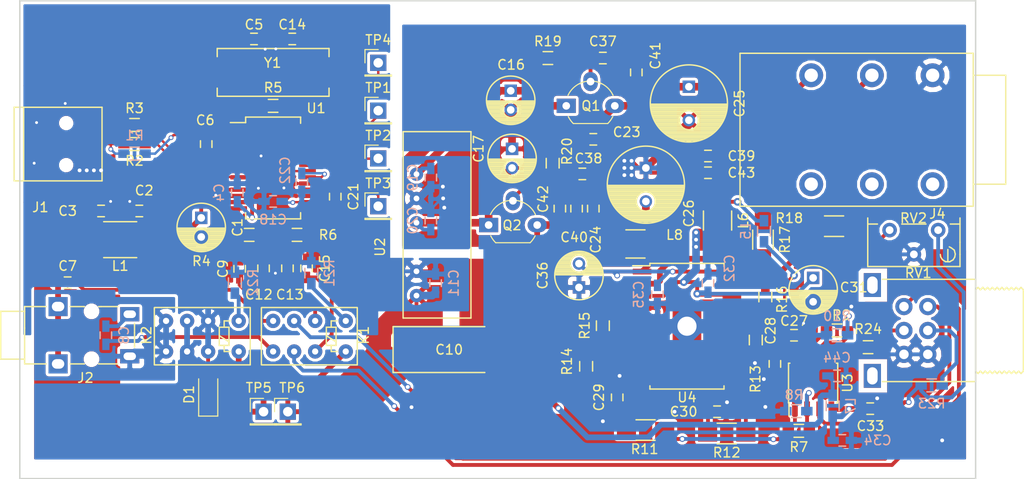
<source format=kicad_pcb>
(kicad_pcb (version 4) (host pcbnew 4.0.6)

  (general
    (links 190)
    (no_connects 0)
    (area 10.724999 13.424999 118.275001 63.575001)
    (thickness 1.6)
    (drawings 5)
    (tracks 826)
    (zones 0)
    (modules 95)
    (nets 69)
  )

  (page A4)
  (layers
    (0 F.Cu signal)
    (31 B.Cu signal)
    (32 B.Adhes user)
    (33 F.Adhes user)
    (34 B.Paste user)
    (35 F.Paste user)
    (36 B.SilkS user)
    (37 F.SilkS user)
    (38 B.Mask user)
    (39 F.Mask user)
    (40 Dwgs.User user)
    (41 Cmts.User user)
    (42 Eco1.User user)
    (43 Eco2.User user)
    (44 Edge.Cuts user)
    (45 Margin user)
    (46 B.CrtYd user)
    (47 F.CrtYd user)
    (48 B.Fab user hide)
    (49 F.Fab user hide)
  )

  (setup
    (last_trace_width 0.4)
    (user_trace_width 0.2)
    (user_trace_width 0.25)
    (user_trace_width 0.6)
    (user_trace_width 0.8)
    (user_trace_width 1.5)
    (trace_clearance 0.2)
    (zone_clearance 0.3)
    (zone_45_only yes)
    (trace_min 0.2)
    (segment_width 0.2)
    (edge_width 0.15)
    (via_size 0.6)
    (via_drill 0.4)
    (via_min_size 0.4)
    (via_min_drill 0.3)
    (user_via 0.5 0.3)
    (user_via 1.3 1)
    (uvia_size 0.3)
    (uvia_drill 0.1)
    (uvias_allowed no)
    (uvia_min_size 0.2)
    (uvia_min_drill 0.1)
    (pcb_text_width 0.3)
    (pcb_text_size 1.5 1.5)
    (mod_edge_width 0.15)
    (mod_text_size 1 1)
    (mod_text_width 0.15)
    (pad_size 1.8 3)
    (pad_drill 1.1)
    (pad_to_mask_clearance 0.2)
    (aux_axis_origin 0 0)
    (visible_elements FFFFFFFF)
    (pcbplotparams
      (layerselection 0x010f0_80000001)
      (usegerberextensions true)
      (excludeedgelayer true)
      (linewidth 0.100000)
      (plotframeref false)
      (viasonmask false)
      (mode 1)
      (useauxorigin false)
      (hpglpennumber 1)
      (hpglpenspeed 20)
      (hpglpendiameter 15)
      (hpglpenoverlay 2)
      (psnegative false)
      (psa4output false)
      (plotreference true)
      (plotvalue false)
      (plotinvisibletext false)
      (padsonsilk false)
      (subtractmaskfromsilk false)
      (outputformat 1)
      (mirror false)
      (drillshape 0)
      (scaleselection 1)
      (outputdirectory gerber/))
  )

  (net 0 "")
  (net 1 Earth)
  (net 2 "Net-(C1-Pad1)")
  (net 3 +5V)
  (net 4 "Net-(C4-Pad2)")
  (net 5 "Net-(C5-Pad1)")
  (net 6 +3V3)
  (net 7 "Net-(C7-Pad2)")
  (net 8 "Net-(C7-Pad1)")
  (net 9 "Net-(C8-Pad2)")
  (net 10 "Net-(C8-Pad1)")
  (net 11 /LUSB)
  (net 12 "Net-(C9-Pad1)")
  (net 13 "Net-(C12-Pad1)")
  (net 14 "Net-(C13-Pad2)")
  (net 15 "Net-(C14-Pad1)")
  (net 16 /RUSB)
  (net 17 "Net-(C15-Pad1)")
  (net 18 GNDPWR)
  (net 19 "Net-(C16-Pad1)")
  (net 20 "Net-(C17-Pad2)")
  (net 21 "Net-(C18-Pad2)")
  (net 22 "Net-(C21-Pad1)")
  (net 23 "Net-(C22-Pad2)")
  (net 24 +12V)
  (net 25 -12V)
  (net 26 "Net-(C27-Pad1)")
  (net 27 "Net-(C29-Pad1)")
  (net 28 "Net-(C30-Pad1)")
  (net 29 "Net-(C31-Pad1)")
  (net 30 "Net-(C33-Pad2)")
  (net 31 "Net-(C35-Pad2)")
  (net 32 "Net-(D1-Pad1)")
  (net 33 "Net-(J1-Pad4)")
  (net 34 /D+)
  (net 35 /D-)
  (net 36 GNDA)
  (net 37 "Net-(J4-Pad4)")
  (net 38 "Net-(J4-Pad6)")
  (net 39 "Net-(J4-Pad5)")
  (net 40 "Net-(J4-Pad2)")
  (net 41 "Net-(J4-Pad3)")
  (net 42 "Net-(K1-Pad6)")
  (net 43 "Net-(K1-Pad3)")
  (net 44 "Net-(R2-Pad2)")
  (net 45 "Net-(R3-Pad1)")
  (net 46 "Net-(R7-Pad2)")
  (net 47 "Net-(R11-Pad2)")
  (net 48 "Net-(R10-Pad2)")
  (net 49 "Net-(R12-Pad2)")
  (net 50 "Net-(R13-Pad2)")
  (net 51 "Net-(R14-Pad1)")
  (net 52 "Net-(R15-Pad2)")
  (net 53 "Net-(R16-Pad1)")
  (net 54 "Net-(TP1-Pad1)")
  (net 55 "Net-(TP2-Pad1)")
  (net 56 "Net-(TP3-Pad1)")
  (net 57 "Net-(U1-Pad5)")
  (net 58 "Net-(U1-Pad3)")
  (net 59 "Net-(U1-Pad2)")
  (net 60 "Net-(TP4-Pad1)")
  (net 61 "Net-(C37-Pad1)")
  (net 62 "Net-(C38-Pad1)")
  (net 63 "Net-(K1-Pad1)")
  (net 64 "Net-(K2-Pad1)")
  (net 65 "Net-(R23-Pad2)")
  (net 66 "Net-(R23-Pad1)")
  (net 67 "Net-(R24-Pad2)")
  (net 68 "Net-(R24-Pad1)")

  (net_class Default "This is the default net class."
    (clearance 0.2)
    (trace_width 0.4)
    (via_dia 0.6)
    (via_drill 0.4)
    (uvia_dia 0.3)
    (uvia_drill 0.1)
    (add_net +12V)
    (add_net +3V3)
    (add_net +5V)
    (add_net -12V)
    (add_net /D+)
    (add_net /D-)
    (add_net /LUSB)
    (add_net /RUSB)
    (add_net Earth)
    (add_net GNDA)
    (add_net GNDPWR)
    (add_net "Net-(C1-Pad1)")
    (add_net "Net-(C12-Pad1)")
    (add_net "Net-(C13-Pad2)")
    (add_net "Net-(C14-Pad1)")
    (add_net "Net-(C15-Pad1)")
    (add_net "Net-(C16-Pad1)")
    (add_net "Net-(C17-Pad2)")
    (add_net "Net-(C18-Pad2)")
    (add_net "Net-(C21-Pad1)")
    (add_net "Net-(C22-Pad2)")
    (add_net "Net-(C27-Pad1)")
    (add_net "Net-(C29-Pad1)")
    (add_net "Net-(C30-Pad1)")
    (add_net "Net-(C31-Pad1)")
    (add_net "Net-(C33-Pad2)")
    (add_net "Net-(C35-Pad2)")
    (add_net "Net-(C37-Pad1)")
    (add_net "Net-(C38-Pad1)")
    (add_net "Net-(C4-Pad2)")
    (add_net "Net-(C5-Pad1)")
    (add_net "Net-(C7-Pad1)")
    (add_net "Net-(C7-Pad2)")
    (add_net "Net-(C8-Pad1)")
    (add_net "Net-(C8-Pad2)")
    (add_net "Net-(C9-Pad1)")
    (add_net "Net-(D1-Pad1)")
    (add_net "Net-(J1-Pad4)")
    (add_net "Net-(J4-Pad2)")
    (add_net "Net-(J4-Pad3)")
    (add_net "Net-(J4-Pad4)")
    (add_net "Net-(J4-Pad5)")
    (add_net "Net-(J4-Pad6)")
    (add_net "Net-(K1-Pad1)")
    (add_net "Net-(K1-Pad3)")
    (add_net "Net-(K1-Pad6)")
    (add_net "Net-(K2-Pad1)")
    (add_net "Net-(R10-Pad2)")
    (add_net "Net-(R11-Pad2)")
    (add_net "Net-(R12-Pad2)")
    (add_net "Net-(R13-Pad2)")
    (add_net "Net-(R14-Pad1)")
    (add_net "Net-(R15-Pad2)")
    (add_net "Net-(R16-Pad1)")
    (add_net "Net-(R2-Pad2)")
    (add_net "Net-(R23-Pad1)")
    (add_net "Net-(R23-Pad2)")
    (add_net "Net-(R24-Pad1)")
    (add_net "Net-(R24-Pad2)")
    (add_net "Net-(R3-Pad1)")
    (add_net "Net-(R7-Pad2)")
    (add_net "Net-(TP1-Pad1)")
    (add_net "Net-(TP2-Pad1)")
    (add_net "Net-(TP3-Pad1)")
    (add_net "Net-(TP4-Pad1)")
    (add_net "Net-(U1-Pad2)")
    (add_net "Net-(U1-Pad3)")
    (add_net "Net-(U1-Pad5)")
  )

  (module Capacitors_THT:C_Radial_D8_L11.5_P3.5 (layer F.Cu) (tedit 0) (tstamp 5978A803)
    (at 83 22.5 270)
    (descr "Radial Electrolytic Capacitor Diameter 8mm x Length 11.5mm, Pitch 3.5mm")
    (tags "Electrolytic Capacitor")
    (path /593064DB)
    (fp_text reference C25 (at 1.75 -5.3 270) (layer F.SilkS)
      (effects (font (size 1 1) (thickness 0.15)))
    )
    (fp_text value 100u (at 1.75 5.3 270) (layer F.Fab)
      (effects (font (size 1 1) (thickness 0.15)))
    )
    (fp_circle (center 1.75 0) (end 1.75 -4.3) (layer F.CrtYd) (width 0.05))
    (fp_circle (center 1.75 0) (end 1.75 -4.0375) (layer F.SilkS) (width 0.15))
    (fp_circle (center 3.5 0) (end 3.5 -1) (layer F.SilkS) (width 0.15))
    (fp_line (start 5.745 -0.2) (end 5.745 0.2) (layer F.SilkS) (width 0.15))
    (fp_line (start 5.605 -1.067) (end 5.605 1.067) (layer F.SilkS) (width 0.15))
    (fp_line (start 5.465 -1.483) (end 5.465 1.483) (layer F.SilkS) (width 0.15))
    (fp_line (start 5.325 -1.794) (end 5.325 1.794) (layer F.SilkS) (width 0.15))
    (fp_line (start 5.185 -2.05) (end 5.185 2.05) (layer F.SilkS) (width 0.15))
    (fp_line (start 5.045 -2.268) (end 5.045 2.268) (layer F.SilkS) (width 0.15))
    (fp_line (start 4.905 -2.459) (end 4.905 2.459) (layer F.SilkS) (width 0.15))
    (fp_line (start 4.765 -2.629) (end 4.765 2.629) (layer F.SilkS) (width 0.15))
    (fp_line (start 4.625 -2.781) (end 4.625 2.781) (layer F.SilkS) (width 0.15))
    (fp_line (start 4.485 0.173) (end 4.485 2.919) (layer F.SilkS) (width 0.15))
    (fp_line (start 4.485 -2.919) (end 4.485 -0.173) (layer F.SilkS) (width 0.15))
    (fp_line (start 4.345 0.535) (end 4.345 3.044) (layer F.SilkS) (width 0.15))
    (fp_line (start 4.345 -3.044) (end 4.345 -0.535) (layer F.SilkS) (width 0.15))
    (fp_line (start 4.205 0.709) (end 4.205 3.158) (layer F.SilkS) (width 0.15))
    (fp_line (start 4.205 -3.158) (end 4.205 -0.709) (layer F.SilkS) (width 0.15))
    (fp_line (start 4.065 0.825) (end 4.065 3.262) (layer F.SilkS) (width 0.15))
    (fp_line (start 4.065 -3.262) (end 4.065 -0.825) (layer F.SilkS) (width 0.15))
    (fp_line (start 3.925 0.905) (end 3.925 3.357) (layer F.SilkS) (width 0.15))
    (fp_line (start 3.925 -3.357) (end 3.925 -0.905) (layer F.SilkS) (width 0.15))
    (fp_line (start 3.785 0.959) (end 3.785 3.444) (layer F.SilkS) (width 0.15))
    (fp_line (start 3.785 -3.444) (end 3.785 -0.959) (layer F.SilkS) (width 0.15))
    (fp_line (start 3.645 0.989) (end 3.645 3.523) (layer F.SilkS) (width 0.15))
    (fp_line (start 3.645 -3.523) (end 3.645 -0.989) (layer F.SilkS) (width 0.15))
    (fp_line (start 3.505 1) (end 3.505 3.594) (layer F.SilkS) (width 0.15))
    (fp_line (start 3.505 -3.594) (end 3.505 -1) (layer F.SilkS) (width 0.15))
    (fp_line (start 3.365 0.991) (end 3.365 3.659) (layer F.SilkS) (width 0.15))
    (fp_line (start 3.365 -3.659) (end 3.365 -0.991) (layer F.SilkS) (width 0.15))
    (fp_line (start 3.225 0.961) (end 3.225 3.718) (layer F.SilkS) (width 0.15))
    (fp_line (start 3.225 -3.718) (end 3.225 -0.961) (layer F.SilkS) (width 0.15))
    (fp_line (start 3.085 0.91) (end 3.085 3.771) (layer F.SilkS) (width 0.15))
    (fp_line (start 3.085 -3.771) (end 3.085 -0.91) (layer F.SilkS) (width 0.15))
    (fp_line (start 2.945 0.832) (end 2.945 3.817) (layer F.SilkS) (width 0.15))
    (fp_line (start 2.945 -3.817) (end 2.945 -0.832) (layer F.SilkS) (width 0.15))
    (fp_line (start 2.805 0.719) (end 2.805 3.858) (layer F.SilkS) (width 0.15))
    (fp_line (start 2.805 -3.858) (end 2.805 -0.719) (layer F.SilkS) (width 0.15))
    (fp_line (start 2.665 0.55) (end 2.665 3.894) (layer F.SilkS) (width 0.15))
    (fp_line (start 2.665 -3.894) (end 2.665 -0.55) (layer F.SilkS) (width 0.15))
    (fp_line (start 2.525 0.222) (end 2.525 3.924) (layer F.SilkS) (width 0.15))
    (fp_line (start 2.525 -3.924) (end 2.525 -0.222) (layer F.SilkS) (width 0.15))
    (fp_line (start 2.385 -3.949) (end 2.385 3.949) (layer F.SilkS) (width 0.15))
    (fp_line (start 2.245 -3.969) (end 2.245 3.969) (layer F.SilkS) (width 0.15))
    (fp_line (start 2.105 -3.984) (end 2.105 3.984) (layer F.SilkS) (width 0.15))
    (fp_line (start 1.965 -3.994) (end 1.965 3.994) (layer F.SilkS) (width 0.15))
    (fp_line (start 1.825 -3.999) (end 1.825 3.999) (layer F.SilkS) (width 0.15))
    (pad 1 thru_hole rect (at 0 0 270) (size 1.3 1.3) (drill 0.8) (layers *.Cu *.Mask)
      (net 24 +12V))
    (pad 2 thru_hole circle (at 3.5 0 270) (size 1.3 1.3) (drill 0.8) (layers *.Cu *.Mask)
      (net 18 GNDPWR))
    (model Capacitors_ThroughHole.3dshapes/C_Radial_D8_L11.5_P3.5.wrl
      (at (xyz 0 0 0))
      (scale (xyz 1 1 1))
      (rotate (xyz 0 0 0))
    )
  )

  (module Connectors:USB_Mini-B (layer F.Cu) (tedit 5543E571) (tstamp 5978A85A)
    (at 17 28.5)
    (descr "USB Mini-B 5-pin SMD connector")
    (tags "USB USB_B USB_Mini connector")
    (path /5976A1B4)
    (attr smd)
    (fp_text reference J1 (at -1.85 6.61) (layer F.SilkS)
      (effects (font (size 1 1) (thickness 0.15)))
    )
    (fp_text value USB_OTG (at 0 -7.0993) (layer F.Fab)
      (effects (font (size 1 1) (thickness 0.15)))
    )
    (fp_line (start 4.59994 -3.85064) (end -4.59994 -3.85064) (layer F.SilkS) (width 0.15))
    (fp_line (start 4.59994 3.85064) (end 4.59994 -3.85064) (layer F.SilkS) (width 0.15))
    (fp_line (start -4.59994 3.85064) (end 4.59994 3.85064) (layer F.SilkS) (width 0.15))
    (fp_line (start -4.59994 -3.85064) (end -4.59994 3.85064) (layer F.SilkS) (width 0.15))
    (fp_line (start -3.59918 -3.85064) (end -3.59918 3.85064) (layer F.SilkS) (width 0.15))
    (fp_line (start -4.85 5.7) (end -4.85 -5.7) (layer F.CrtYd) (width 0.05))
    (fp_line (start 4.85 5.7) (end -4.85 5.7) (layer F.CrtYd) (width 0.05))
    (fp_line (start 4.85 -5.7) (end 4.85 5.7) (layer F.CrtYd) (width 0.05))
    (fp_line (start -4.85 -5.7) (end 4.85 -5.7) (layer F.CrtYd) (width 0.05))
    (pad "" np_thru_hole circle (at 0.8509 2.19964) (size 0.89916 0.89916) (drill 0.89916) (layers *.Cu *.Mask))
    (pad "" np_thru_hole circle (at 0.8509 -2.19964) (size 0.89916 0.89916) (drill 0.89916) (layers *.Cu *.Mask))
    (pad 6 smd rect (at -2.14884 4.45008) (size 2.49936 1.99898) (layers F.Cu F.Paste F.Mask)
      (net 1 Earth))
    (pad 6 smd rect (at 3.35026 4.45008) (size 2.49936 1.99898) (layers F.Cu F.Paste F.Mask)
      (net 1 Earth))
    (pad 6 smd rect (at -2.14884 -4.45008) (size 2.49936 1.99898) (layers F.Cu F.Paste F.Mask)
      (net 1 Earth))
    (pad 6 smd rect (at 3.35026 -4.45008) (size 2.49936 1.99898) (layers F.Cu F.Paste F.Mask)
      (net 1 Earth))
    (pad 5 smd rect (at 3.44932 1.6002) (size 2.30124 0.50038) (layers F.Cu F.Paste F.Mask)
      (net 1 Earth))
    (pad 4 smd rect (at 3.44932 0.8001) (size 2.30124 0.50038) (layers F.Cu F.Paste F.Mask)
      (net 33 "Net-(J1-Pad4)"))
    (pad 3 smd rect (at 3.44932 0) (size 2.30124 0.50038) (layers F.Cu F.Paste F.Mask)
      (net 34 /D+))
    (pad 2 smd rect (at 3.44932 -0.8001) (size 2.30124 0.50038) (layers F.Cu F.Paste F.Mask)
      (net 35 /D-))
    (pad 1 smd rect (at 3.44932 -1.6002) (size 2.30124 0.50038) (layers F.Cu F.Paste F.Mask)
      (net 3 +5V))
  )

  (module Capacitors_THT:C_Radial_D5_L11_P2 (layer F.Cu) (tedit 0) (tstamp 5978A773)
    (at 31.98 36.22 270)
    (descr "Radial Electrolytic Capacitor 5mm x Length 11mm, Pitch 2mm")
    (tags "Electrolytic Capacitor")
    (path /5934B839)
    (fp_text reference C1 (at 1 -3.8 270) (layer F.SilkS)
      (effects (font (size 1 1) (thickness 0.15)))
    )
    (fp_text value 10u (at 1 3.8 270) (layer F.Fab)
      (effects (font (size 1 1) (thickness 0.15)))
    )
    (fp_circle (center 1 0) (end 1 -2.8) (layer F.CrtYd) (width 0.05))
    (fp_circle (center 1 0) (end 1 -2.5375) (layer F.SilkS) (width 0.15))
    (fp_circle (center 2 0) (end 2 -0.8) (layer F.SilkS) (width 0.15))
    (fp_line (start 3.455 -0.472) (end 3.455 0.472) (layer F.SilkS) (width 0.15))
    (fp_line (start 3.315 -0.944) (end 3.315 0.944) (layer F.SilkS) (width 0.15))
    (fp_line (start 3.175 -1.233) (end 3.175 1.233) (layer F.SilkS) (width 0.15))
    (fp_line (start 3.035 -1.452) (end 3.035 1.452) (layer F.SilkS) (width 0.15))
    (fp_line (start 2.895 -1.631) (end 2.895 1.631) (layer F.SilkS) (width 0.15))
    (fp_line (start 2.755 0.265) (end 2.755 1.78) (layer F.SilkS) (width 0.15))
    (fp_line (start 2.755 -1.78) (end 2.755 -0.265) (layer F.SilkS) (width 0.15))
    (fp_line (start 2.615 0.512) (end 2.615 1.908) (layer F.SilkS) (width 0.15))
    (fp_line (start 2.615 -1.908) (end 2.615 -0.512) (layer F.SilkS) (width 0.15))
    (fp_line (start 2.475 0.644) (end 2.475 2.019) (layer F.SilkS) (width 0.15))
    (fp_line (start 2.475 -2.019) (end 2.475 -0.644) (layer F.SilkS) (width 0.15))
    (fp_line (start 2.335 0.726) (end 2.335 2.114) (layer F.SilkS) (width 0.15))
    (fp_line (start 2.335 -2.114) (end 2.335 -0.726) (layer F.SilkS) (width 0.15))
    (fp_line (start 2.195 0.776) (end 2.195 2.196) (layer F.SilkS) (width 0.15))
    (fp_line (start 2.195 -2.196) (end 2.195 -0.776) (layer F.SilkS) (width 0.15))
    (fp_line (start 2.055 0.798) (end 2.055 2.266) (layer F.SilkS) (width 0.15))
    (fp_line (start 2.055 -2.266) (end 2.055 -0.798) (layer F.SilkS) (width 0.15))
    (fp_line (start 1.915 0.795) (end 1.915 2.327) (layer F.SilkS) (width 0.15))
    (fp_line (start 1.915 -2.327) (end 1.915 -0.795) (layer F.SilkS) (width 0.15))
    (fp_line (start 1.775 0.768) (end 1.775 2.377) (layer F.SilkS) (width 0.15))
    (fp_line (start 1.775 -2.377) (end 1.775 -0.768) (layer F.SilkS) (width 0.15))
    (fp_line (start 1.635 0.712) (end 1.635 2.418) (layer F.SilkS) (width 0.15))
    (fp_line (start 1.635 -2.418) (end 1.635 -0.712) (layer F.SilkS) (width 0.15))
    (fp_line (start 1.495 0.62) (end 1.495 2.451) (layer F.SilkS) (width 0.15))
    (fp_line (start 1.495 -2.451) (end 1.495 -0.62) (layer F.SilkS) (width 0.15))
    (fp_line (start 1.355 0.473) (end 1.355 2.475) (layer F.SilkS) (width 0.15))
    (fp_line (start 1.355 -2.475) (end 1.355 -0.473) (layer F.SilkS) (width 0.15))
    (fp_line (start 1.215 0.154) (end 1.215 2.491) (layer F.SilkS) (width 0.15))
    (fp_line (start 1.215 -2.491) (end 1.215 -0.154) (layer F.SilkS) (width 0.15))
    (fp_line (start 1.075 -2.499) (end 1.075 2.499) (layer F.SilkS) (width 0.15))
    (pad 2 thru_hole circle (at 2 0 270) (size 1.3 1.3) (drill 0.8) (layers *.Cu *.Mask)
      (net 1 Earth))
    (pad 1 thru_hole rect (at 0 0 270) (size 1.3 1.3) (drill 0.8) (layers *.Cu *.Mask)
      (net 2 "Net-(C1-Pad1)"))
    (model Capacitors_ThroughHole.3dshapes/C_Radial_D5_L11_P2.wrl
      (at (xyz 0 0 0))
      (scale (xyz 1 1 1))
      (rotate (xyz 0 0 0))
    )
  )

  (module Capacitors_SMD:C_0603_HandSoldering (layer F.Cu) (tedit 541A9B4D) (tstamp 5978A779)
    (at 25.5 35.5)
    (descr "Capacitor SMD 0603, hand soldering")
    (tags "capacitor 0603")
    (path /5934BF3E)
    (attr smd)
    (fp_text reference C2 (at 0.51 -2.14) (layer F.SilkS)
      (effects (font (size 1 1) (thickness 0.15)))
    )
    (fp_text value 100n (at 0 1.9) (layer F.Fab)
      (effects (font (size 1 1) (thickness 0.15)))
    )
    (fp_line (start 0.35 0.6) (end -0.35 0.6) (layer F.SilkS) (width 0.15))
    (fp_line (start -0.35 -0.6) (end 0.35 -0.6) (layer F.SilkS) (width 0.15))
    (fp_line (start 1.85 -0.75) (end 1.85 0.75) (layer F.CrtYd) (width 0.05))
    (fp_line (start -1.85 -0.75) (end -1.85 0.75) (layer F.CrtYd) (width 0.05))
    (fp_line (start -1.85 0.75) (end 1.85 0.75) (layer F.CrtYd) (width 0.05))
    (fp_line (start -1.85 -0.75) (end 1.85 -0.75) (layer F.CrtYd) (width 0.05))
    (fp_line (start -0.8 -0.4) (end 0.8 -0.4) (layer F.Fab) (width 0.15))
    (fp_line (start 0.8 -0.4) (end 0.8 0.4) (layer F.Fab) (width 0.15))
    (fp_line (start 0.8 0.4) (end -0.8 0.4) (layer F.Fab) (width 0.15))
    (fp_line (start -0.8 0.4) (end -0.8 -0.4) (layer F.Fab) (width 0.15))
    (pad 2 smd rect (at 0.95 0) (size 1.2 0.75) (layers F.Cu F.Paste F.Mask)
      (net 2 "Net-(C1-Pad1)"))
    (pad 1 smd rect (at -0.95 0) (size 1.2 0.75) (layers F.Cu F.Paste F.Mask)
      (net 1 Earth))
    (model Capacitors_SMD.3dshapes/C_0603_HandSoldering.wrl
      (at (xyz 0 0 0))
      (scale (xyz 1 1 1))
      (rotate (xyz 0 0 0))
    )
  )

  (module Capacitors_SMD:C_0603_HandSoldering (layer F.Cu) (tedit 541A9B4D) (tstamp 5978A77F)
    (at 21.5 35.5)
    (descr "Capacitor SMD 0603, hand soldering")
    (tags "capacitor 0603")
    (path /59305590)
    (attr smd)
    (fp_text reference C3 (at -3.5 0) (layer F.SilkS)
      (effects (font (size 1 1) (thickness 0.15)))
    )
    (fp_text value 200n (at 0 1.9) (layer F.Fab)
      (effects (font (size 1 1) (thickness 0.15)))
    )
    (fp_line (start 0.35 0.6) (end -0.35 0.6) (layer F.SilkS) (width 0.15))
    (fp_line (start -0.35 -0.6) (end 0.35 -0.6) (layer F.SilkS) (width 0.15))
    (fp_line (start 1.85 -0.75) (end 1.85 0.75) (layer F.CrtYd) (width 0.05))
    (fp_line (start -1.85 -0.75) (end -1.85 0.75) (layer F.CrtYd) (width 0.05))
    (fp_line (start -1.85 0.75) (end 1.85 0.75) (layer F.CrtYd) (width 0.05))
    (fp_line (start -1.85 -0.75) (end 1.85 -0.75) (layer F.CrtYd) (width 0.05))
    (fp_line (start -0.8 -0.4) (end 0.8 -0.4) (layer F.Fab) (width 0.15))
    (fp_line (start 0.8 -0.4) (end 0.8 0.4) (layer F.Fab) (width 0.15))
    (fp_line (start 0.8 0.4) (end -0.8 0.4) (layer F.Fab) (width 0.15))
    (fp_line (start -0.8 0.4) (end -0.8 -0.4) (layer F.Fab) (width 0.15))
    (pad 2 smd rect (at 0.95 0) (size 1.2 0.75) (layers F.Cu F.Paste F.Mask)
      (net 1 Earth))
    (pad 1 smd rect (at -0.95 0) (size 1.2 0.75) (layers F.Cu F.Paste F.Mask)
      (net 3 +5V))
    (model Capacitors_SMD.3dshapes/C_0603_HandSoldering.wrl
      (at (xyz 0 0 0))
      (scale (xyz 1 1 1))
      (rotate (xyz 0 0 0))
    )
  )

  (module Capacitors_SMD:C_0603_HandSoldering (layer B.Cu) (tedit 541A9B4D) (tstamp 5978A785)
    (at 35.75 33.59 270)
    (descr "Capacitor SMD 0603, hand soldering")
    (tags "capacitor 0603")
    (path /5934A4BD)
    (attr smd)
    (fp_text reference C4 (at 0 1.9 270) (layer B.SilkS)
      (effects (font (size 1 1) (thickness 0.15)) (justify mirror))
    )
    (fp_text value 1u (at 0 -1.9 270) (layer B.Fab)
      (effects (font (size 1 1) (thickness 0.15)) (justify mirror))
    )
    (fp_line (start 0.35 -0.6) (end -0.35 -0.6) (layer B.SilkS) (width 0.15))
    (fp_line (start -0.35 0.6) (end 0.35 0.6) (layer B.SilkS) (width 0.15))
    (fp_line (start 1.85 0.75) (end 1.85 -0.75) (layer B.CrtYd) (width 0.05))
    (fp_line (start -1.85 0.75) (end -1.85 -0.75) (layer B.CrtYd) (width 0.05))
    (fp_line (start -1.85 -0.75) (end 1.85 -0.75) (layer B.CrtYd) (width 0.05))
    (fp_line (start -1.85 0.75) (end 1.85 0.75) (layer B.CrtYd) (width 0.05))
    (fp_line (start -0.8 0.4) (end 0.8 0.4) (layer B.Fab) (width 0.15))
    (fp_line (start 0.8 0.4) (end 0.8 -0.4) (layer B.Fab) (width 0.15))
    (fp_line (start 0.8 -0.4) (end -0.8 -0.4) (layer B.Fab) (width 0.15))
    (fp_line (start -0.8 -0.4) (end -0.8 0.4) (layer B.Fab) (width 0.15))
    (pad 2 smd rect (at 0.95 0 270) (size 1.2 0.75) (layers B.Cu B.Paste B.Mask)
      (net 4 "Net-(C4-Pad2)"))
    (pad 1 smd rect (at -0.95 0 270) (size 1.2 0.75) (layers B.Cu B.Paste B.Mask)
      (net 1 Earth))
    (model Capacitors_SMD.3dshapes/C_0603_HandSoldering.wrl
      (at (xyz 0 0 0))
      (scale (xyz 1 1 1))
      (rotate (xyz 0 0 0))
    )
  )

  (module Capacitors_SMD:C_0603_HandSoldering (layer F.Cu) (tedit 541A9B4D) (tstamp 5978A78B)
    (at 37.5 17.5)
    (descr "Capacitor SMD 0603, hand soldering")
    (tags "capacitor 0603")
    (path /59348C90)
    (attr smd)
    (fp_text reference C5 (at 0 -1.5) (layer F.SilkS)
      (effects (font (size 1 1) (thickness 0.15)))
    )
    (fp_text value 27p (at 0 1.9) (layer F.Fab)
      (effects (font (size 1 1) (thickness 0.15)))
    )
    (fp_line (start 0.35 0.6) (end -0.35 0.6) (layer F.SilkS) (width 0.15))
    (fp_line (start -0.35 -0.6) (end 0.35 -0.6) (layer F.SilkS) (width 0.15))
    (fp_line (start 1.85 -0.75) (end 1.85 0.75) (layer F.CrtYd) (width 0.05))
    (fp_line (start -1.85 -0.75) (end -1.85 0.75) (layer F.CrtYd) (width 0.05))
    (fp_line (start -1.85 0.75) (end 1.85 0.75) (layer F.CrtYd) (width 0.05))
    (fp_line (start -1.85 -0.75) (end 1.85 -0.75) (layer F.CrtYd) (width 0.05))
    (fp_line (start -0.8 -0.4) (end 0.8 -0.4) (layer F.Fab) (width 0.15))
    (fp_line (start 0.8 -0.4) (end 0.8 0.4) (layer F.Fab) (width 0.15))
    (fp_line (start 0.8 0.4) (end -0.8 0.4) (layer F.Fab) (width 0.15))
    (fp_line (start -0.8 0.4) (end -0.8 -0.4) (layer F.Fab) (width 0.15))
    (pad 2 smd rect (at 0.95 0) (size 1.2 0.75) (layers F.Cu F.Paste F.Mask)
      (net 1 Earth))
    (pad 1 smd rect (at -0.95 0) (size 1.2 0.75) (layers F.Cu F.Paste F.Mask)
      (net 5 "Net-(C5-Pad1)"))
    (model Capacitors_SMD.3dshapes/C_0603_HandSoldering.wrl
      (at (xyz 0 0 0))
      (scale (xyz 1 1 1))
      (rotate (xyz 0 0 0))
    )
  )

  (module Capacitors_SMD:C_0603_HandSoldering (layer F.Cu) (tedit 541A9B4D) (tstamp 5978A791)
    (at 32.5 28.5 90)
    (descr "Capacitor SMD 0603, hand soldering")
    (tags "capacitor 0603")
    (path /5934D473)
    (attr smd)
    (fp_text reference C6 (at 2.5 -0.1 180) (layer F.SilkS)
      (effects (font (size 1 1) (thickness 0.15)))
    )
    (fp_text value 200n (at 0 1.9 90) (layer F.Fab)
      (effects (font (size 1 1) (thickness 0.15)))
    )
    (fp_line (start 0.35 0.6) (end -0.35 0.6) (layer F.SilkS) (width 0.15))
    (fp_line (start -0.35 -0.6) (end 0.35 -0.6) (layer F.SilkS) (width 0.15))
    (fp_line (start 1.85 -0.75) (end 1.85 0.75) (layer F.CrtYd) (width 0.05))
    (fp_line (start -1.85 -0.75) (end -1.85 0.75) (layer F.CrtYd) (width 0.05))
    (fp_line (start -1.85 0.75) (end 1.85 0.75) (layer F.CrtYd) (width 0.05))
    (fp_line (start -1.85 -0.75) (end 1.85 -0.75) (layer F.CrtYd) (width 0.05))
    (fp_line (start -0.8 -0.4) (end 0.8 -0.4) (layer F.Fab) (width 0.15))
    (fp_line (start 0.8 -0.4) (end 0.8 0.4) (layer F.Fab) (width 0.15))
    (fp_line (start 0.8 0.4) (end -0.8 0.4) (layer F.Fab) (width 0.15))
    (fp_line (start -0.8 0.4) (end -0.8 -0.4) (layer F.Fab) (width 0.15))
    (pad 2 smd rect (at 0.95 0 90) (size 1.2 0.75) (layers F.Cu F.Paste F.Mask)
      (net 6 +3V3))
    (pad 1 smd rect (at -0.95 0 90) (size 1.2 0.75) (layers F.Cu F.Paste F.Mask)
      (net 1 Earth))
    (model Capacitors_SMD.3dshapes/C_0603_HandSoldering.wrl
      (at (xyz 0 0 0))
      (scale (xyz 1 1 1))
      (rotate (xyz 0 0 0))
    )
  )

  (module Capacitors_SMD:C_0603_HandSoldering (layer F.Cu) (tedit 541A9B4D) (tstamp 5978A797)
    (at 18 43 180)
    (descr "Capacitor SMD 0603, hand soldering")
    (tags "capacitor 0603")
    (path /5935AC3B)
    (attr smd)
    (fp_text reference C7 (at 0 1.75 180) (layer F.SilkS)
      (effects (font (size 1 1) (thickness 0.15)))
    )
    (fp_text value 1u (at 0 1.9 180) (layer F.Fab)
      (effects (font (size 1 1) (thickness 0.15)))
    )
    (fp_line (start 0.35 0.6) (end -0.35 0.6) (layer F.SilkS) (width 0.15))
    (fp_line (start -0.35 -0.6) (end 0.35 -0.6) (layer F.SilkS) (width 0.15))
    (fp_line (start 1.85 -0.75) (end 1.85 0.75) (layer F.CrtYd) (width 0.05))
    (fp_line (start -1.85 -0.75) (end -1.85 0.75) (layer F.CrtYd) (width 0.05))
    (fp_line (start -1.85 0.75) (end 1.85 0.75) (layer F.CrtYd) (width 0.05))
    (fp_line (start -1.85 -0.75) (end 1.85 -0.75) (layer F.CrtYd) (width 0.05))
    (fp_line (start -0.8 -0.4) (end 0.8 -0.4) (layer F.Fab) (width 0.15))
    (fp_line (start 0.8 -0.4) (end 0.8 0.4) (layer F.Fab) (width 0.15))
    (fp_line (start 0.8 0.4) (end -0.8 0.4) (layer F.Fab) (width 0.15))
    (fp_line (start -0.8 0.4) (end -0.8 -0.4) (layer F.Fab) (width 0.15))
    (pad 2 smd rect (at 0.95 0 180) (size 1.2 0.75) (layers F.Cu F.Paste F.Mask)
      (net 7 "Net-(C7-Pad2)"))
    (pad 1 smd rect (at -0.95 0 180) (size 1.2 0.75) (layers F.Cu F.Paste F.Mask)
      (net 8 "Net-(C7-Pad1)"))
    (model Capacitors_SMD.3dshapes/C_0603_HandSoldering.wrl
      (at (xyz 0 0 0))
      (scale (xyz 1 1 1))
      (rotate (xyz 0 0 0))
    )
  )

  (module Capacitors_SMD:C_0603_HandSoldering (layer B.Cu) (tedit 541A9B4D) (tstamp 5978A79D)
    (at 22 48.5 90)
    (descr "Capacitor SMD 0603, hand soldering")
    (tags "capacitor 0603")
    (path /5935A9B7)
    (attr smd)
    (fp_text reference C8 (at 0 1.9 90) (layer B.SilkS)
      (effects (font (size 1 1) (thickness 0.15)) (justify mirror))
    )
    (fp_text value 1u (at 0 -1.9 90) (layer B.Fab)
      (effects (font (size 1 1) (thickness 0.15)) (justify mirror))
    )
    (fp_line (start 0.35 -0.6) (end -0.35 -0.6) (layer B.SilkS) (width 0.15))
    (fp_line (start -0.35 0.6) (end 0.35 0.6) (layer B.SilkS) (width 0.15))
    (fp_line (start 1.85 0.75) (end 1.85 -0.75) (layer B.CrtYd) (width 0.05))
    (fp_line (start -1.85 0.75) (end -1.85 -0.75) (layer B.CrtYd) (width 0.05))
    (fp_line (start -1.85 -0.75) (end 1.85 -0.75) (layer B.CrtYd) (width 0.05))
    (fp_line (start -1.85 0.75) (end 1.85 0.75) (layer B.CrtYd) (width 0.05))
    (fp_line (start -0.8 0.4) (end 0.8 0.4) (layer B.Fab) (width 0.15))
    (fp_line (start 0.8 0.4) (end 0.8 -0.4) (layer B.Fab) (width 0.15))
    (fp_line (start 0.8 -0.4) (end -0.8 -0.4) (layer B.Fab) (width 0.15))
    (fp_line (start -0.8 -0.4) (end -0.8 0.4) (layer B.Fab) (width 0.15))
    (pad 2 smd rect (at 0.95 0 90) (size 1.2 0.75) (layers B.Cu B.Paste B.Mask)
      (net 9 "Net-(C8-Pad2)"))
    (pad 1 smd rect (at -0.95 0 90) (size 1.2 0.75) (layers B.Cu B.Paste B.Mask)
      (net 10 "Net-(C8-Pad1)"))
    (model Capacitors_SMD.3dshapes/C_0603_HandSoldering.wrl
      (at (xyz 0 0 0))
      (scale (xyz 1 1 1))
      (rotate (xyz 0 0 0))
    )
  )

  (module Capacitors_SMD:C_0603_HandSoldering (layer F.Cu) (tedit 541A9B4D) (tstamp 5978A7A3)
    (at 36 41.55 270)
    (descr "Capacitor SMD 0603, hand soldering")
    (tags "capacitor 0603")
    (path /593501B5)
    (attr smd)
    (fp_text reference C9 (at 0 1.75 270) (layer F.SilkS)
      (effects (font (size 1 1) (thickness 0.15)))
    )
    (fp_text value 1u (at 0 1.9 270) (layer F.Fab)
      (effects (font (size 1 1) (thickness 0.15)))
    )
    (fp_line (start 0.35 0.6) (end -0.35 0.6) (layer F.SilkS) (width 0.15))
    (fp_line (start -0.35 -0.6) (end 0.35 -0.6) (layer F.SilkS) (width 0.15))
    (fp_line (start 1.85 -0.75) (end 1.85 0.75) (layer F.CrtYd) (width 0.05))
    (fp_line (start -1.85 -0.75) (end -1.85 0.75) (layer F.CrtYd) (width 0.05))
    (fp_line (start -1.85 0.75) (end 1.85 0.75) (layer F.CrtYd) (width 0.05))
    (fp_line (start -1.85 -0.75) (end 1.85 -0.75) (layer F.CrtYd) (width 0.05))
    (fp_line (start -0.8 -0.4) (end 0.8 -0.4) (layer F.Fab) (width 0.15))
    (fp_line (start 0.8 -0.4) (end 0.8 0.4) (layer F.Fab) (width 0.15))
    (fp_line (start 0.8 0.4) (end -0.8 0.4) (layer F.Fab) (width 0.15))
    (fp_line (start -0.8 0.4) (end -0.8 -0.4) (layer F.Fab) (width 0.15))
    (pad 2 smd rect (at 0.95 0 270) (size 1.2 0.75) (layers F.Cu F.Paste F.Mask)
      (net 11 /LUSB))
    (pad 1 smd rect (at -0.95 0 270) (size 1.2 0.75) (layers F.Cu F.Paste F.Mask)
      (net 12 "Net-(C9-Pad1)"))
    (model Capacitors_SMD.3dshapes/C_0603_HandSoldering.wrl
      (at (xyz 0 0 0))
      (scale (xyz 1 1 1))
      (rotate (xyz 0 0 0))
    )
  )

  (module Capacitors_Tantalum_SMD:Tantalum_Case-D_EIA-7343-31_Hand (layer F.Cu) (tedit 57B6E980) (tstamp 5978A7A9)
    (at 58 50)
    (descr "Tantalum capacitor, Case D, EIA 7343-31, 7.3x4.3x2.8mm, Hand soldering footprint")
    (tags "capacitor tantalum smd")
    (path /593055F7)
    (attr smd)
    (fp_text reference C10 (at -0.08 0.01) (layer F.SilkS)
      (effects (font (size 1 1) (thickness 0.15)))
    )
    (fp_text value 100u (at 0 3.9) (layer F.Fab)
      (effects (font (size 1 1) (thickness 0.15)))
    )
    (fp_line (start -5.95 -2.4) (end -5.95 2.4) (layer F.SilkS) (width 0.15))
    (fp_line (start -5.95 2.4) (end 3.65 2.4) (layer F.SilkS) (width 0.15))
    (fp_line (start -5.95 -2.4) (end 3.65 -2.4) (layer F.SilkS) (width 0.15))
    (fp_line (start -2.555 -2.15) (end -2.555 2.15) (layer F.Fab) (width 0.15))
    (fp_line (start -2.92 -2.15) (end -2.92 2.15) (layer F.Fab) (width 0.15))
    (fp_line (start 3.65 -2.15) (end -3.65 -2.15) (layer F.Fab) (width 0.15))
    (fp_line (start 3.65 2.15) (end 3.65 -2.15) (layer F.Fab) (width 0.15))
    (fp_line (start -3.65 2.15) (end 3.65 2.15) (layer F.Fab) (width 0.15))
    (fp_line (start -3.65 -2.15) (end -3.65 2.15) (layer F.Fab) (width 0.15))
    (fp_line (start 6.05 -2.5) (end -6.05 -2.5) (layer F.CrtYd) (width 0.05))
    (fp_line (start 6.05 2.5) (end 6.05 -2.5) (layer F.CrtYd) (width 0.05))
    (fp_line (start -6.05 2.5) (end 6.05 2.5) (layer F.CrtYd) (width 0.05))
    (fp_line (start -6.05 -2.5) (end -6.05 2.5) (layer F.CrtYd) (width 0.05))
    (pad 2 smd rect (at 3.775 0) (size 3.75 2.7) (layers F.Cu F.Paste F.Mask)
      (net 1 Earth))
    (pad 1 smd rect (at -3.775 0) (size 3.75 2.7) (layers F.Cu F.Paste F.Mask)
      (net 3 +5V))
    (model Capacitors_Tantalum_SMD.3dshapes/Tantalum_Case-D_EIA-7343-31.wrl
      (at (xyz 0 0 0))
      (scale (xyz 1 1 1))
      (rotate (xyz 0 0 0))
    )
  )

  (module Capacitors_SMD:C_0603_HandSoldering (layer B.Cu) (tedit 541A9B4D) (tstamp 5978A7AF)
    (at 56.5 43.05 90)
    (descr "Capacitor SMD 0603, hand soldering")
    (tags "capacitor 0603")
    (path /5930565F)
    (attr smd)
    (fp_text reference C11 (at 0 1.9 90) (layer B.SilkS)
      (effects (font (size 1 1) (thickness 0.15)) (justify mirror))
    )
    (fp_text value 100n (at 0 -1.9 90) (layer B.Fab)
      (effects (font (size 1 1) (thickness 0.15)) (justify mirror))
    )
    (fp_line (start 0.35 -0.6) (end -0.35 -0.6) (layer B.SilkS) (width 0.15))
    (fp_line (start -0.35 0.6) (end 0.35 0.6) (layer B.SilkS) (width 0.15))
    (fp_line (start 1.85 0.75) (end 1.85 -0.75) (layer B.CrtYd) (width 0.05))
    (fp_line (start -1.85 0.75) (end -1.85 -0.75) (layer B.CrtYd) (width 0.05))
    (fp_line (start -1.85 -0.75) (end 1.85 -0.75) (layer B.CrtYd) (width 0.05))
    (fp_line (start -1.85 0.75) (end 1.85 0.75) (layer B.CrtYd) (width 0.05))
    (fp_line (start -0.8 0.4) (end 0.8 0.4) (layer B.Fab) (width 0.15))
    (fp_line (start 0.8 0.4) (end 0.8 -0.4) (layer B.Fab) (width 0.15))
    (fp_line (start 0.8 -0.4) (end -0.8 -0.4) (layer B.Fab) (width 0.15))
    (fp_line (start -0.8 -0.4) (end -0.8 0.4) (layer B.Fab) (width 0.15))
    (pad 2 smd rect (at 0.95 0 90) (size 1.2 0.75) (layers B.Cu B.Paste B.Mask)
      (net 1 Earth))
    (pad 1 smd rect (at -0.95 0 90) (size 1.2 0.75) (layers B.Cu B.Paste B.Mask)
      (net 3 +5V))
    (model Capacitors_SMD.3dshapes/C_0603_HandSoldering.wrl
      (at (xyz 0 0 0))
      (scale (xyz 1 1 1))
      (rotate (xyz 0 0 0))
    )
  )

  (module Capacitors_SMD:C_0603_HandSoldering (layer F.Cu) (tedit 541A9B4D) (tstamp 5978A7B5)
    (at 38.5 41.5 270)
    (descr "Capacitor SMD 0603, hand soldering")
    (tags "capacitor 0603")
    (path /5934FA03)
    (attr smd)
    (fp_text reference C12 (at 2.75 0.5 540) (layer F.SilkS)
      (effects (font (size 1 1) (thickness 0.15)))
    )
    (fp_text value 22n (at 0 1.9 270) (layer F.Fab)
      (effects (font (size 1 1) (thickness 0.15)))
    )
    (fp_line (start 0.35 0.6) (end -0.35 0.6) (layer F.SilkS) (width 0.15))
    (fp_line (start -0.35 -0.6) (end 0.35 -0.6) (layer F.SilkS) (width 0.15))
    (fp_line (start 1.85 -0.75) (end 1.85 0.75) (layer F.CrtYd) (width 0.05))
    (fp_line (start -1.85 -0.75) (end -1.85 0.75) (layer F.CrtYd) (width 0.05))
    (fp_line (start -1.85 0.75) (end 1.85 0.75) (layer F.CrtYd) (width 0.05))
    (fp_line (start -1.85 -0.75) (end 1.85 -0.75) (layer F.CrtYd) (width 0.05))
    (fp_line (start -0.8 -0.4) (end 0.8 -0.4) (layer F.Fab) (width 0.15))
    (fp_line (start 0.8 -0.4) (end 0.8 0.4) (layer F.Fab) (width 0.15))
    (fp_line (start 0.8 0.4) (end -0.8 0.4) (layer F.Fab) (width 0.15))
    (fp_line (start -0.8 0.4) (end -0.8 -0.4) (layer F.Fab) (width 0.15))
    (pad 2 smd rect (at 0.95 0 270) (size 1.2 0.75) (layers F.Cu F.Paste F.Mask)
      (net 1 Earth))
    (pad 1 smd rect (at -0.95 0 270) (size 1.2 0.75) (layers F.Cu F.Paste F.Mask)
      (net 13 "Net-(C12-Pad1)"))
    (model Capacitors_SMD.3dshapes/C_0603_HandSoldering.wrl
      (at (xyz 0 0 0))
      (scale (xyz 1 1 1))
      (rotate (xyz 0 0 0))
    )
  )

  (module Capacitors_SMD:C_0603_HandSoldering (layer F.Cu) (tedit 541A9B4D) (tstamp 5978A7BB)
    (at 41 41.5 90)
    (descr "Capacitor SMD 0603, hand soldering")
    (tags "capacitor 0603")
    (path /5934F029)
    (attr smd)
    (fp_text reference C13 (at -2.75 0.25 360) (layer F.SilkS)
      (effects (font (size 1 1) (thickness 0.15)))
    )
    (fp_text value 22n (at 0 1.9 90) (layer F.Fab)
      (effects (font (size 1 1) (thickness 0.15)))
    )
    (fp_line (start 0.35 0.6) (end -0.35 0.6) (layer F.SilkS) (width 0.15))
    (fp_line (start -0.35 -0.6) (end 0.35 -0.6) (layer F.SilkS) (width 0.15))
    (fp_line (start 1.85 -0.75) (end 1.85 0.75) (layer F.CrtYd) (width 0.05))
    (fp_line (start -1.85 -0.75) (end -1.85 0.75) (layer F.CrtYd) (width 0.05))
    (fp_line (start -1.85 0.75) (end 1.85 0.75) (layer F.CrtYd) (width 0.05))
    (fp_line (start -1.85 -0.75) (end 1.85 -0.75) (layer F.CrtYd) (width 0.05))
    (fp_line (start -0.8 -0.4) (end 0.8 -0.4) (layer F.Fab) (width 0.15))
    (fp_line (start 0.8 -0.4) (end 0.8 0.4) (layer F.Fab) (width 0.15))
    (fp_line (start 0.8 0.4) (end -0.8 0.4) (layer F.Fab) (width 0.15))
    (fp_line (start -0.8 0.4) (end -0.8 -0.4) (layer F.Fab) (width 0.15))
    (pad 2 smd rect (at 0.95 0 90) (size 1.2 0.75) (layers F.Cu F.Paste F.Mask)
      (net 14 "Net-(C13-Pad2)"))
    (pad 1 smd rect (at -0.95 0 90) (size 1.2 0.75) (layers F.Cu F.Paste F.Mask)
      (net 1 Earth))
    (model Capacitors_SMD.3dshapes/C_0603_HandSoldering.wrl
      (at (xyz 0 0 0))
      (scale (xyz 1 1 1))
      (rotate (xyz 0 0 0))
    )
  )

  (module Capacitors_SMD:C_0603_HandSoldering (layer F.Cu) (tedit 541A9B4D) (tstamp 5978A7C1)
    (at 41.5 17.5 180)
    (descr "Capacitor SMD 0603, hand soldering")
    (tags "capacitor 0603")
    (path /59348F37)
    (attr smd)
    (fp_text reference C14 (at 0 1.5 180) (layer F.SilkS)
      (effects (font (size 1 1) (thickness 0.15)))
    )
    (fp_text value 27p (at 0 1.9 180) (layer F.Fab)
      (effects (font (size 1 1) (thickness 0.15)))
    )
    (fp_line (start 0.35 0.6) (end -0.35 0.6) (layer F.SilkS) (width 0.15))
    (fp_line (start -0.35 -0.6) (end 0.35 -0.6) (layer F.SilkS) (width 0.15))
    (fp_line (start 1.85 -0.75) (end 1.85 0.75) (layer F.CrtYd) (width 0.05))
    (fp_line (start -1.85 -0.75) (end -1.85 0.75) (layer F.CrtYd) (width 0.05))
    (fp_line (start -1.85 0.75) (end 1.85 0.75) (layer F.CrtYd) (width 0.05))
    (fp_line (start -1.85 -0.75) (end 1.85 -0.75) (layer F.CrtYd) (width 0.05))
    (fp_line (start -0.8 -0.4) (end 0.8 -0.4) (layer F.Fab) (width 0.15))
    (fp_line (start 0.8 -0.4) (end 0.8 0.4) (layer F.Fab) (width 0.15))
    (fp_line (start 0.8 0.4) (end -0.8 0.4) (layer F.Fab) (width 0.15))
    (fp_line (start -0.8 0.4) (end -0.8 -0.4) (layer F.Fab) (width 0.15))
    (pad 2 smd rect (at 0.95 0 180) (size 1.2 0.75) (layers F.Cu F.Paste F.Mask)
      (net 1 Earth))
    (pad 1 smd rect (at -0.95 0 180) (size 1.2 0.75) (layers F.Cu F.Paste F.Mask)
      (net 15 "Net-(C14-Pad1)"))
    (model Capacitors_SMD.3dshapes/C_0603_HandSoldering.wrl
      (at (xyz 0 0 0))
      (scale (xyz 1 1 1))
      (rotate (xyz 0 0 0))
    )
  )

  (module Capacitors_SMD:C_0603_HandSoldering (layer F.Cu) (tedit 541A9B4D) (tstamp 5978A7C7)
    (at 43 41.5 270)
    (descr "Capacitor SMD 0603, hand soldering")
    (tags "capacitor 0603")
    (path /5934F52B)
    (attr smd)
    (fp_text reference C15 (at 0 -1.9 270) (layer F.SilkS)
      (effects (font (size 1 1) (thickness 0.15)))
    )
    (fp_text value 1u (at 0 1.9 270) (layer F.Fab)
      (effects (font (size 1 1) (thickness 0.15)))
    )
    (fp_line (start 0.35 0.6) (end -0.35 0.6) (layer F.SilkS) (width 0.15))
    (fp_line (start -0.35 -0.6) (end 0.35 -0.6) (layer F.SilkS) (width 0.15))
    (fp_line (start 1.85 -0.75) (end 1.85 0.75) (layer F.CrtYd) (width 0.05))
    (fp_line (start -1.85 -0.75) (end -1.85 0.75) (layer F.CrtYd) (width 0.05))
    (fp_line (start -1.85 0.75) (end 1.85 0.75) (layer F.CrtYd) (width 0.05))
    (fp_line (start -1.85 -0.75) (end 1.85 -0.75) (layer F.CrtYd) (width 0.05))
    (fp_line (start -0.8 -0.4) (end 0.8 -0.4) (layer F.Fab) (width 0.15))
    (fp_line (start 0.8 -0.4) (end 0.8 0.4) (layer F.Fab) (width 0.15))
    (fp_line (start 0.8 0.4) (end -0.8 0.4) (layer F.Fab) (width 0.15))
    (fp_line (start -0.8 0.4) (end -0.8 -0.4) (layer F.Fab) (width 0.15))
    (pad 2 smd rect (at 0.95 0 270) (size 1.2 0.75) (layers F.Cu F.Paste F.Mask)
      (net 16 /RUSB))
    (pad 1 smd rect (at -0.95 0 270) (size 1.2 0.75) (layers F.Cu F.Paste F.Mask)
      (net 17 "Net-(C15-Pad1)"))
    (model Capacitors_SMD.3dshapes/C_0603_HandSoldering.wrl
      (at (xyz 0 0 0))
      (scale (xyz 1 1 1))
      (rotate (xyz 0 0 0))
    )
  )

  (module Capacitors_THT:C_Radial_D5_L11_P2 (layer F.Cu) (tedit 0) (tstamp 5978A7CD)
    (at 64.36 22.92 270)
    (descr "Radial Electrolytic Capacitor 5mm x Length 11mm, Pitch 2mm")
    (tags "Electrolytic Capacitor")
    (path /59305A96)
    (fp_text reference C16 (at -2.72 -0.04 360) (layer F.SilkS)
      (effects (font (size 1 1) (thickness 0.15)))
    )
    (fp_text value 10u (at 1 3.8 270) (layer F.Fab)
      (effects (font (size 1 1) (thickness 0.15)))
    )
    (fp_circle (center 1 0) (end 1 -2.8) (layer F.CrtYd) (width 0.05))
    (fp_circle (center 1 0) (end 1 -2.5375) (layer F.SilkS) (width 0.15))
    (fp_circle (center 2 0) (end 2 -0.8) (layer F.SilkS) (width 0.15))
    (fp_line (start 3.455 -0.472) (end 3.455 0.472) (layer F.SilkS) (width 0.15))
    (fp_line (start 3.315 -0.944) (end 3.315 0.944) (layer F.SilkS) (width 0.15))
    (fp_line (start 3.175 -1.233) (end 3.175 1.233) (layer F.SilkS) (width 0.15))
    (fp_line (start 3.035 -1.452) (end 3.035 1.452) (layer F.SilkS) (width 0.15))
    (fp_line (start 2.895 -1.631) (end 2.895 1.631) (layer F.SilkS) (width 0.15))
    (fp_line (start 2.755 0.265) (end 2.755 1.78) (layer F.SilkS) (width 0.15))
    (fp_line (start 2.755 -1.78) (end 2.755 -0.265) (layer F.SilkS) (width 0.15))
    (fp_line (start 2.615 0.512) (end 2.615 1.908) (layer F.SilkS) (width 0.15))
    (fp_line (start 2.615 -1.908) (end 2.615 -0.512) (layer F.SilkS) (width 0.15))
    (fp_line (start 2.475 0.644) (end 2.475 2.019) (layer F.SilkS) (width 0.15))
    (fp_line (start 2.475 -2.019) (end 2.475 -0.644) (layer F.SilkS) (width 0.15))
    (fp_line (start 2.335 0.726) (end 2.335 2.114) (layer F.SilkS) (width 0.15))
    (fp_line (start 2.335 -2.114) (end 2.335 -0.726) (layer F.SilkS) (width 0.15))
    (fp_line (start 2.195 0.776) (end 2.195 2.196) (layer F.SilkS) (width 0.15))
    (fp_line (start 2.195 -2.196) (end 2.195 -0.776) (layer F.SilkS) (width 0.15))
    (fp_line (start 2.055 0.798) (end 2.055 2.266) (layer F.SilkS) (width 0.15))
    (fp_line (start 2.055 -2.266) (end 2.055 -0.798) (layer F.SilkS) (width 0.15))
    (fp_line (start 1.915 0.795) (end 1.915 2.327) (layer F.SilkS) (width 0.15))
    (fp_line (start 1.915 -2.327) (end 1.915 -0.795) (layer F.SilkS) (width 0.15))
    (fp_line (start 1.775 0.768) (end 1.775 2.377) (layer F.SilkS) (width 0.15))
    (fp_line (start 1.775 -2.377) (end 1.775 -0.768) (layer F.SilkS) (width 0.15))
    (fp_line (start 1.635 0.712) (end 1.635 2.418) (layer F.SilkS) (width 0.15))
    (fp_line (start 1.635 -2.418) (end 1.635 -0.712) (layer F.SilkS) (width 0.15))
    (fp_line (start 1.495 0.62) (end 1.495 2.451) (layer F.SilkS) (width 0.15))
    (fp_line (start 1.495 -2.451) (end 1.495 -0.62) (layer F.SilkS) (width 0.15))
    (fp_line (start 1.355 0.473) (end 1.355 2.475) (layer F.SilkS) (width 0.15))
    (fp_line (start 1.355 -2.475) (end 1.355 -0.473) (layer F.SilkS) (width 0.15))
    (fp_line (start 1.215 0.154) (end 1.215 2.491) (layer F.SilkS) (width 0.15))
    (fp_line (start 1.215 -2.491) (end 1.215 -0.154) (layer F.SilkS) (width 0.15))
    (fp_line (start 1.075 -2.499) (end 1.075 2.499) (layer F.SilkS) (width 0.15))
    (pad 2 thru_hole circle (at 2 0 270) (size 1.3 1.3) (drill 0.8) (layers *.Cu *.Mask)
      (net 18 GNDPWR))
    (pad 1 thru_hole rect (at 0 0 270) (size 1.3 1.3) (drill 0.8) (layers *.Cu *.Mask)
      (net 19 "Net-(C16-Pad1)"))
    (model Capacitors_ThroughHole.3dshapes/C_Radial_D5_L11_P2.wrl
      (at (xyz 0 0 0))
      (scale (xyz 1 1 1))
      (rotate (xyz 0 0 0))
    )
  )

  (module Capacitors_THT:C_Radial_D5_L11_P2 (layer F.Cu) (tedit 0) (tstamp 5978A7D3)
    (at 64.5 29 270)
    (descr "Radial Electrolytic Capacitor 5mm x Length 11mm, Pitch 2mm")
    (tags "Electrolytic Capacitor")
    (path /59305B29)
    (fp_text reference C17 (at 0 3.5 270) (layer F.SilkS)
      (effects (font (size 1 1) (thickness 0.15)))
    )
    (fp_text value 10u (at 1 3.8 270) (layer F.Fab)
      (effects (font (size 1 1) (thickness 0.15)))
    )
    (fp_circle (center 1 0) (end 1 -2.8) (layer F.CrtYd) (width 0.05))
    (fp_circle (center 1 0) (end 1 -2.5375) (layer F.SilkS) (width 0.15))
    (fp_circle (center 2 0) (end 2 -0.8) (layer F.SilkS) (width 0.15))
    (fp_line (start 3.455 -0.472) (end 3.455 0.472) (layer F.SilkS) (width 0.15))
    (fp_line (start 3.315 -0.944) (end 3.315 0.944) (layer F.SilkS) (width 0.15))
    (fp_line (start 3.175 -1.233) (end 3.175 1.233) (layer F.SilkS) (width 0.15))
    (fp_line (start 3.035 -1.452) (end 3.035 1.452) (layer F.SilkS) (width 0.15))
    (fp_line (start 2.895 -1.631) (end 2.895 1.631) (layer F.SilkS) (width 0.15))
    (fp_line (start 2.755 0.265) (end 2.755 1.78) (layer F.SilkS) (width 0.15))
    (fp_line (start 2.755 -1.78) (end 2.755 -0.265) (layer F.SilkS) (width 0.15))
    (fp_line (start 2.615 0.512) (end 2.615 1.908) (layer F.SilkS) (width 0.15))
    (fp_line (start 2.615 -1.908) (end 2.615 -0.512) (layer F.SilkS) (width 0.15))
    (fp_line (start 2.475 0.644) (end 2.475 2.019) (layer F.SilkS) (width 0.15))
    (fp_line (start 2.475 -2.019) (end 2.475 -0.644) (layer F.SilkS) (width 0.15))
    (fp_line (start 2.335 0.726) (end 2.335 2.114) (layer F.SilkS) (width 0.15))
    (fp_line (start 2.335 -2.114) (end 2.335 -0.726) (layer F.SilkS) (width 0.15))
    (fp_line (start 2.195 0.776) (end 2.195 2.196) (layer F.SilkS) (width 0.15))
    (fp_line (start 2.195 -2.196) (end 2.195 -0.776) (layer F.SilkS) (width 0.15))
    (fp_line (start 2.055 0.798) (end 2.055 2.266) (layer F.SilkS) (width 0.15))
    (fp_line (start 2.055 -2.266) (end 2.055 -0.798) (layer F.SilkS) (width 0.15))
    (fp_line (start 1.915 0.795) (end 1.915 2.327) (layer F.SilkS) (width 0.15))
    (fp_line (start 1.915 -2.327) (end 1.915 -0.795) (layer F.SilkS) (width 0.15))
    (fp_line (start 1.775 0.768) (end 1.775 2.377) (layer F.SilkS) (width 0.15))
    (fp_line (start 1.775 -2.377) (end 1.775 -0.768) (layer F.SilkS) (width 0.15))
    (fp_line (start 1.635 0.712) (end 1.635 2.418) (layer F.SilkS) (width 0.15))
    (fp_line (start 1.635 -2.418) (end 1.635 -0.712) (layer F.SilkS) (width 0.15))
    (fp_line (start 1.495 0.62) (end 1.495 2.451) (layer F.SilkS) (width 0.15))
    (fp_line (start 1.495 -2.451) (end 1.495 -0.62) (layer F.SilkS) (width 0.15))
    (fp_line (start 1.355 0.473) (end 1.355 2.475) (layer F.SilkS) (width 0.15))
    (fp_line (start 1.355 -2.475) (end 1.355 -0.473) (layer F.SilkS) (width 0.15))
    (fp_line (start 1.215 0.154) (end 1.215 2.491) (layer F.SilkS) (width 0.15))
    (fp_line (start 1.215 -2.491) (end 1.215 -0.154) (layer F.SilkS) (width 0.15))
    (fp_line (start 1.075 -2.499) (end 1.075 2.499) (layer F.SilkS) (width 0.15))
    (pad 2 thru_hole circle (at 2 0 270) (size 1.3 1.3) (drill 0.8) (layers *.Cu *.Mask)
      (net 20 "Net-(C17-Pad2)"))
    (pad 1 thru_hole rect (at 0 0 270) (size 1.3 1.3) (drill 0.8) (layers *.Cu *.Mask)
      (net 18 GNDPWR))
    (model Capacitors_ThroughHole.3dshapes/C_Radial_D5_L11_P2.wrl
      (at (xyz 0 0 0))
      (scale (xyz 1 1 1))
      (rotate (xyz 0 0 0))
    )
  )

  (module Capacitors_SMD:C_0603_HandSoldering (layer B.Cu) (tedit 541A9B4D) (tstamp 5978A7D9)
    (at 39.5 34.5)
    (descr "Capacitor SMD 0603, hand soldering")
    (tags "capacitor 0603")
    (path /5934A59B)
    (attr smd)
    (fp_text reference C18 (at 0 1.9) (layer B.SilkS)
      (effects (font (size 1 1) (thickness 0.15)) (justify mirror))
    )
    (fp_text value 1u (at 0 -1.9) (layer B.Fab)
      (effects (font (size 1 1) (thickness 0.15)) (justify mirror))
    )
    (fp_line (start 0.35 -0.6) (end -0.35 -0.6) (layer B.SilkS) (width 0.15))
    (fp_line (start -0.35 0.6) (end 0.35 0.6) (layer B.SilkS) (width 0.15))
    (fp_line (start 1.85 0.75) (end 1.85 -0.75) (layer B.CrtYd) (width 0.05))
    (fp_line (start -1.85 0.75) (end -1.85 -0.75) (layer B.CrtYd) (width 0.05))
    (fp_line (start -1.85 -0.75) (end 1.85 -0.75) (layer B.CrtYd) (width 0.05))
    (fp_line (start -1.85 0.75) (end 1.85 0.75) (layer B.CrtYd) (width 0.05))
    (fp_line (start -0.8 0.4) (end 0.8 0.4) (layer B.Fab) (width 0.15))
    (fp_line (start 0.8 0.4) (end 0.8 -0.4) (layer B.Fab) (width 0.15))
    (fp_line (start 0.8 -0.4) (end -0.8 -0.4) (layer B.Fab) (width 0.15))
    (fp_line (start -0.8 -0.4) (end -0.8 0.4) (layer B.Fab) (width 0.15))
    (pad 2 smd rect (at 0.95 0) (size 1.2 0.75) (layers B.Cu B.Paste B.Mask)
      (net 21 "Net-(C18-Pad2)"))
    (pad 1 smd rect (at -0.95 0) (size 1.2 0.75) (layers B.Cu B.Paste B.Mask)
      (net 1 Earth))
    (model Capacitors_SMD.3dshapes/C_0603_HandSoldering.wrl
      (at (xyz 0 0 0))
      (scale (xyz 1 1 1))
      (rotate (xyz 0 0 0))
    )
  )

  (module Capacitors_SMD:C_0603_HandSoldering (layer B.Cu) (tedit 541A9B4D) (tstamp 5978A7DF)
    (at 56 32 270)
    (descr "Capacitor SMD 0603, hand soldering")
    (tags "capacitor 0603")
    (path /59305CF8)
    (attr smd)
    (fp_text reference C19 (at 0 1.9 270) (layer B.SilkS)
      (effects (font (size 1 1) (thickness 0.15)) (justify mirror))
    )
    (fp_text value 100n (at 0 -1.9 270) (layer B.Fab)
      (effects (font (size 1 1) (thickness 0.15)) (justify mirror))
    )
    (fp_line (start 0.35 -0.6) (end -0.35 -0.6) (layer B.SilkS) (width 0.15))
    (fp_line (start -0.35 0.6) (end 0.35 0.6) (layer B.SilkS) (width 0.15))
    (fp_line (start 1.85 0.75) (end 1.85 -0.75) (layer B.CrtYd) (width 0.05))
    (fp_line (start -1.85 0.75) (end -1.85 -0.75) (layer B.CrtYd) (width 0.05))
    (fp_line (start -1.85 -0.75) (end 1.85 -0.75) (layer B.CrtYd) (width 0.05))
    (fp_line (start -1.85 0.75) (end 1.85 0.75) (layer B.CrtYd) (width 0.05))
    (fp_line (start -0.8 0.4) (end 0.8 0.4) (layer B.Fab) (width 0.15))
    (fp_line (start 0.8 0.4) (end 0.8 -0.4) (layer B.Fab) (width 0.15))
    (fp_line (start 0.8 -0.4) (end -0.8 -0.4) (layer B.Fab) (width 0.15))
    (fp_line (start -0.8 -0.4) (end -0.8 0.4) (layer B.Fab) (width 0.15))
    (pad 2 smd rect (at 0.95 0 270) (size 1.2 0.75) (layers B.Cu B.Paste B.Mask)
      (net 18 GNDPWR))
    (pad 1 smd rect (at -0.95 0 270) (size 1.2 0.75) (layers B.Cu B.Paste B.Mask)
      (net 19 "Net-(C16-Pad1)"))
    (model Capacitors_SMD.3dshapes/C_0603_HandSoldering.wrl
      (at (xyz 0 0 0))
      (scale (xyz 1 1 1))
      (rotate (xyz 0 0 0))
    )
  )

  (module Capacitors_SMD:C_0603_HandSoldering (layer B.Cu) (tedit 541A9B4D) (tstamp 5978A7E5)
    (at 56 36.5 270)
    (descr "Capacitor SMD 0603, hand soldering")
    (tags "capacitor 0603")
    (path /59305D6F)
    (attr smd)
    (fp_text reference C20 (at 0 1.9 270) (layer B.SilkS)
      (effects (font (size 1 1) (thickness 0.15)) (justify mirror))
    )
    (fp_text value 100n (at 0 -1.9 270) (layer B.Fab)
      (effects (font (size 1 1) (thickness 0.15)) (justify mirror))
    )
    (fp_line (start 0.35 -0.6) (end -0.35 -0.6) (layer B.SilkS) (width 0.15))
    (fp_line (start -0.35 0.6) (end 0.35 0.6) (layer B.SilkS) (width 0.15))
    (fp_line (start 1.85 0.75) (end 1.85 -0.75) (layer B.CrtYd) (width 0.05))
    (fp_line (start -1.85 0.75) (end -1.85 -0.75) (layer B.CrtYd) (width 0.05))
    (fp_line (start -1.85 -0.75) (end 1.85 -0.75) (layer B.CrtYd) (width 0.05))
    (fp_line (start -1.85 0.75) (end 1.85 0.75) (layer B.CrtYd) (width 0.05))
    (fp_line (start -0.8 0.4) (end 0.8 0.4) (layer B.Fab) (width 0.15))
    (fp_line (start 0.8 0.4) (end 0.8 -0.4) (layer B.Fab) (width 0.15))
    (fp_line (start 0.8 -0.4) (end -0.8 -0.4) (layer B.Fab) (width 0.15))
    (fp_line (start -0.8 -0.4) (end -0.8 0.4) (layer B.Fab) (width 0.15))
    (pad 2 smd rect (at 0.95 0 270) (size 1.2 0.75) (layers B.Cu B.Paste B.Mask)
      (net 20 "Net-(C17-Pad2)"))
    (pad 1 smd rect (at -0.95 0 270) (size 1.2 0.75) (layers B.Cu B.Paste B.Mask)
      (net 18 GNDPWR))
    (model Capacitors_SMD.3dshapes/C_0603_HandSoldering.wrl
      (at (xyz 0 0 0))
      (scale (xyz 1 1 1))
      (rotate (xyz 0 0 0))
    )
  )

  (module Capacitors_SMD:C_0603_HandSoldering (layer F.Cu) (tedit 541A9B4D) (tstamp 5978A7EB)
    (at 46 34 270)
    (descr "Capacitor SMD 0603, hand soldering")
    (tags "capacitor 0603")
    (path /5934A14D)
    (attr smd)
    (fp_text reference C21 (at 0 -1.9 270) (layer F.SilkS)
      (effects (font (size 1 1) (thickness 0.15)))
    )
    (fp_text value 1u (at 0 1.9 270) (layer F.Fab)
      (effects (font (size 1 1) (thickness 0.15)))
    )
    (fp_line (start 0.35 0.6) (end -0.35 0.6) (layer F.SilkS) (width 0.15))
    (fp_line (start -0.35 -0.6) (end 0.35 -0.6) (layer F.SilkS) (width 0.15))
    (fp_line (start 1.85 -0.75) (end 1.85 0.75) (layer F.CrtYd) (width 0.05))
    (fp_line (start -1.85 -0.75) (end -1.85 0.75) (layer F.CrtYd) (width 0.05))
    (fp_line (start -1.85 0.75) (end 1.85 0.75) (layer F.CrtYd) (width 0.05))
    (fp_line (start -1.85 -0.75) (end 1.85 -0.75) (layer F.CrtYd) (width 0.05))
    (fp_line (start -0.8 -0.4) (end 0.8 -0.4) (layer F.Fab) (width 0.15))
    (fp_line (start 0.8 -0.4) (end 0.8 0.4) (layer F.Fab) (width 0.15))
    (fp_line (start 0.8 0.4) (end -0.8 0.4) (layer F.Fab) (width 0.15))
    (fp_line (start -0.8 0.4) (end -0.8 -0.4) (layer F.Fab) (width 0.15))
    (pad 2 smd rect (at 0.95 0 270) (size 1.2 0.75) (layers F.Cu F.Paste F.Mask)
      (net 1 Earth))
    (pad 1 smd rect (at -0.95 0 270) (size 1.2 0.75) (layers F.Cu F.Paste F.Mask)
      (net 22 "Net-(C21-Pad1)"))
    (model Capacitors_SMD.3dshapes/C_0603_HandSoldering.wrl
      (at (xyz 0 0 0))
      (scale (xyz 1 1 1))
      (rotate (xyz 0 0 0))
    )
  )

  (module Capacitors_SMD:C_0603_HandSoldering (layer B.Cu) (tedit 541A9B4D) (tstamp 5978A7F1)
    (at 42.5 32.5 90)
    (descr "Capacitor SMD 0603, hand soldering")
    (tags "capacitor 0603")
    (path /59349E35)
    (attr smd)
    (fp_text reference C22 (at 1.25 -1.75 90) (layer B.SilkS)
      (effects (font (size 1 1) (thickness 0.15)) (justify mirror))
    )
    (fp_text value 1u (at 0 -1.9 90) (layer B.Fab)
      (effects (font (size 1 1) (thickness 0.15)) (justify mirror))
    )
    (fp_line (start 0.35 -0.6) (end -0.35 -0.6) (layer B.SilkS) (width 0.15))
    (fp_line (start -0.35 0.6) (end 0.35 0.6) (layer B.SilkS) (width 0.15))
    (fp_line (start 1.85 0.75) (end 1.85 -0.75) (layer B.CrtYd) (width 0.05))
    (fp_line (start -1.85 0.75) (end -1.85 -0.75) (layer B.CrtYd) (width 0.05))
    (fp_line (start -1.85 -0.75) (end 1.85 -0.75) (layer B.CrtYd) (width 0.05))
    (fp_line (start -1.85 0.75) (end 1.85 0.75) (layer B.CrtYd) (width 0.05))
    (fp_line (start -0.8 0.4) (end 0.8 0.4) (layer B.Fab) (width 0.15))
    (fp_line (start 0.8 0.4) (end 0.8 -0.4) (layer B.Fab) (width 0.15))
    (fp_line (start 0.8 -0.4) (end -0.8 -0.4) (layer B.Fab) (width 0.15))
    (fp_line (start -0.8 -0.4) (end -0.8 0.4) (layer B.Fab) (width 0.15))
    (pad 2 smd rect (at 0.95 0 90) (size 1.2 0.75) (layers B.Cu B.Paste B.Mask)
      (net 23 "Net-(C22-Pad2)"))
    (pad 1 smd rect (at -0.95 0 90) (size 1.2 0.75) (layers B.Cu B.Paste B.Mask)
      (net 1 Earth))
    (model Capacitors_SMD.3dshapes/C_0603_HandSoldering.wrl
      (at (xyz 0 0 0))
      (scale (xyz 1 1 1))
      (rotate (xyz 0 0 0))
    )
  )

  (module Capacitors_SMD:C_0603_HandSoldering (layer F.Cu) (tedit 541A9B4D) (tstamp 5978A7F7)
    (at 73 28 180)
    (descr "Capacitor SMD 0603, hand soldering")
    (tags "capacitor 0603")
    (path /59306354)
    (attr smd)
    (fp_text reference C23 (at -3.5 0.75 180) (layer F.SilkS)
      (effects (font (size 1 1) (thickness 0.15)))
    )
    (fp_text value 100n (at 0 1.9 180) (layer F.Fab)
      (effects (font (size 1 1) (thickness 0.15)))
    )
    (fp_line (start 0.35 0.6) (end -0.35 0.6) (layer F.SilkS) (width 0.15))
    (fp_line (start -0.35 -0.6) (end 0.35 -0.6) (layer F.SilkS) (width 0.15))
    (fp_line (start 1.85 -0.75) (end 1.85 0.75) (layer F.CrtYd) (width 0.05))
    (fp_line (start -1.85 -0.75) (end -1.85 0.75) (layer F.CrtYd) (width 0.05))
    (fp_line (start -1.85 0.75) (end 1.85 0.75) (layer F.CrtYd) (width 0.05))
    (fp_line (start -1.85 -0.75) (end 1.85 -0.75) (layer F.CrtYd) (width 0.05))
    (fp_line (start -0.8 -0.4) (end 0.8 -0.4) (layer F.Fab) (width 0.15))
    (fp_line (start 0.8 -0.4) (end 0.8 0.4) (layer F.Fab) (width 0.15))
    (fp_line (start 0.8 0.4) (end -0.8 0.4) (layer F.Fab) (width 0.15))
    (fp_line (start -0.8 0.4) (end -0.8 -0.4) (layer F.Fab) (width 0.15))
    (pad 2 smd rect (at 0.95 0 180) (size 1.2 0.75) (layers F.Cu F.Paste F.Mask)
      (net 18 GNDPWR))
    (pad 1 smd rect (at -0.95 0 180) (size 1.2 0.75) (layers F.Cu F.Paste F.Mask)
      (net 24 +12V))
    (model Capacitors_SMD.3dshapes/C_0603_HandSoldering.wrl
      (at (xyz 0 0 0))
      (scale (xyz 1 1 1))
      (rotate (xyz 0 0 0))
    )
  )

  (module Capacitors_SMD:C_0603_HandSoldering (layer F.Cu) (tedit 541A9B4D) (tstamp 5978A7FD)
    (at 73 35.25 270)
    (descr "Capacitor SMD 0603, hand soldering")
    (tags "capacitor 0603")
    (path /59306303)
    (attr smd)
    (fp_text reference C24 (at 3.25 -0.25 270) (layer F.SilkS)
      (effects (font (size 1 1) (thickness 0.15)))
    )
    (fp_text value 100n (at 0 1.9 270) (layer F.Fab)
      (effects (font (size 1 1) (thickness 0.15)))
    )
    (fp_line (start 0.35 0.6) (end -0.35 0.6) (layer F.SilkS) (width 0.15))
    (fp_line (start -0.35 -0.6) (end 0.35 -0.6) (layer F.SilkS) (width 0.15))
    (fp_line (start 1.85 -0.75) (end 1.85 0.75) (layer F.CrtYd) (width 0.05))
    (fp_line (start -1.85 -0.75) (end -1.85 0.75) (layer F.CrtYd) (width 0.05))
    (fp_line (start -1.85 0.75) (end 1.85 0.75) (layer F.CrtYd) (width 0.05))
    (fp_line (start -1.85 -0.75) (end 1.85 -0.75) (layer F.CrtYd) (width 0.05))
    (fp_line (start -0.8 -0.4) (end 0.8 -0.4) (layer F.Fab) (width 0.15))
    (fp_line (start 0.8 -0.4) (end 0.8 0.4) (layer F.Fab) (width 0.15))
    (fp_line (start 0.8 0.4) (end -0.8 0.4) (layer F.Fab) (width 0.15))
    (fp_line (start -0.8 0.4) (end -0.8 -0.4) (layer F.Fab) (width 0.15))
    (pad 2 smd rect (at 0.95 0 270) (size 1.2 0.75) (layers F.Cu F.Paste F.Mask)
      (net 25 -12V))
    (pad 1 smd rect (at -0.95 0 270) (size 1.2 0.75) (layers F.Cu F.Paste F.Mask)
      (net 18 GNDPWR))
    (model Capacitors_SMD.3dshapes/C_0603_HandSoldering.wrl
      (at (xyz 0 0 0))
      (scale (xyz 1 1 1))
      (rotate (xyz 0 0 0))
    )
  )

  (module Capacitors_THT:C_Radial_D8_L11.5_P3.5 (layer F.Cu) (tedit 0) (tstamp 5978A809)
    (at 78.5 31 270)
    (descr "Radial Electrolytic Capacitor Diameter 8mm x Length 11.5mm, Pitch 3.5mm")
    (tags "Electrolytic Capacitor")
    (path /59306550)
    (fp_text reference C26 (at 4.75 -4.5 270) (layer F.SilkS)
      (effects (font (size 1 1) (thickness 0.15)))
    )
    (fp_text value 100u (at 1.75 5.3 270) (layer F.Fab)
      (effects (font (size 1 1) (thickness 0.15)))
    )
    (fp_circle (center 1.75 0) (end 1.75 -4.3) (layer F.CrtYd) (width 0.05))
    (fp_circle (center 1.75 0) (end 1.75 -4.0375) (layer F.SilkS) (width 0.15))
    (fp_circle (center 3.5 0) (end 3.5 -1) (layer F.SilkS) (width 0.15))
    (fp_line (start 5.745 -0.2) (end 5.745 0.2) (layer F.SilkS) (width 0.15))
    (fp_line (start 5.605 -1.067) (end 5.605 1.067) (layer F.SilkS) (width 0.15))
    (fp_line (start 5.465 -1.483) (end 5.465 1.483) (layer F.SilkS) (width 0.15))
    (fp_line (start 5.325 -1.794) (end 5.325 1.794) (layer F.SilkS) (width 0.15))
    (fp_line (start 5.185 -2.05) (end 5.185 2.05) (layer F.SilkS) (width 0.15))
    (fp_line (start 5.045 -2.268) (end 5.045 2.268) (layer F.SilkS) (width 0.15))
    (fp_line (start 4.905 -2.459) (end 4.905 2.459) (layer F.SilkS) (width 0.15))
    (fp_line (start 4.765 -2.629) (end 4.765 2.629) (layer F.SilkS) (width 0.15))
    (fp_line (start 4.625 -2.781) (end 4.625 2.781) (layer F.SilkS) (width 0.15))
    (fp_line (start 4.485 0.173) (end 4.485 2.919) (layer F.SilkS) (width 0.15))
    (fp_line (start 4.485 -2.919) (end 4.485 -0.173) (layer F.SilkS) (width 0.15))
    (fp_line (start 4.345 0.535) (end 4.345 3.044) (layer F.SilkS) (width 0.15))
    (fp_line (start 4.345 -3.044) (end 4.345 -0.535) (layer F.SilkS) (width 0.15))
    (fp_line (start 4.205 0.709) (end 4.205 3.158) (layer F.SilkS) (width 0.15))
    (fp_line (start 4.205 -3.158) (end 4.205 -0.709) (layer F.SilkS) (width 0.15))
    (fp_line (start 4.065 0.825) (end 4.065 3.262) (layer F.SilkS) (width 0.15))
    (fp_line (start 4.065 -3.262) (end 4.065 -0.825) (layer F.SilkS) (width 0.15))
    (fp_line (start 3.925 0.905) (end 3.925 3.357) (layer F.SilkS) (width 0.15))
    (fp_line (start 3.925 -3.357) (end 3.925 -0.905) (layer F.SilkS) (width 0.15))
    (fp_line (start 3.785 0.959) (end 3.785 3.444) (layer F.SilkS) (width 0.15))
    (fp_line (start 3.785 -3.444) (end 3.785 -0.959) (layer F.SilkS) (width 0.15))
    (fp_line (start 3.645 0.989) (end 3.645 3.523) (layer F.SilkS) (width 0.15))
    (fp_line (start 3.645 -3.523) (end 3.645 -0.989) (layer F.SilkS) (width 0.15))
    (fp_line (start 3.505 1) (end 3.505 3.594) (layer F.SilkS) (width 0.15))
    (fp_line (start 3.505 -3.594) (end 3.505 -1) (layer F.SilkS) (width 0.15))
    (fp_line (start 3.365 0.991) (end 3.365 3.659) (layer F.SilkS) (width 0.15))
    (fp_line (start 3.365 -3.659) (end 3.365 -0.991) (layer F.SilkS) (width 0.15))
    (fp_line (start 3.225 0.961) (end 3.225 3.718) (layer F.SilkS) (width 0.15))
    (fp_line (start 3.225 -3.718) (end 3.225 -0.961) (layer F.SilkS) (width 0.15))
    (fp_line (start 3.085 0.91) (end 3.085 3.771) (layer F.SilkS) (width 0.15))
    (fp_line (start 3.085 -3.771) (end 3.085 -0.91) (layer F.SilkS) (width 0.15))
    (fp_line (start 2.945 0.832) (end 2.945 3.817) (layer F.SilkS) (width 0.15))
    (fp_line (start 2.945 -3.817) (end 2.945 -0.832) (layer F.SilkS) (width 0.15))
    (fp_line (start 2.805 0.719) (end 2.805 3.858) (layer F.SilkS) (width 0.15))
    (fp_line (start 2.805 -3.858) (end 2.805 -0.719) (layer F.SilkS) (width 0.15))
    (fp_line (start 2.665 0.55) (end 2.665 3.894) (layer F.SilkS) (width 0.15))
    (fp_line (start 2.665 -3.894) (end 2.665 -0.55) (layer F.SilkS) (width 0.15))
    (fp_line (start 2.525 0.222) (end 2.525 3.924) (layer F.SilkS) (width 0.15))
    (fp_line (start 2.525 -3.924) (end 2.525 -0.222) (layer F.SilkS) (width 0.15))
    (fp_line (start 2.385 -3.949) (end 2.385 3.949) (layer F.SilkS) (width 0.15))
    (fp_line (start 2.245 -3.969) (end 2.245 3.969) (layer F.SilkS) (width 0.15))
    (fp_line (start 2.105 -3.984) (end 2.105 3.984) (layer F.SilkS) (width 0.15))
    (fp_line (start 1.965 -3.994) (end 1.965 3.994) (layer F.SilkS) (width 0.15))
    (fp_line (start 1.825 -3.999) (end 1.825 3.999) (layer F.SilkS) (width 0.15))
    (pad 1 thru_hole rect (at 0 0 270) (size 1.3 1.3) (drill 0.8) (layers *.Cu *.Mask)
      (net 18 GNDPWR))
    (pad 2 thru_hole circle (at 3.5 0 270) (size 1.3 1.3) (drill 0.8) (layers *.Cu *.Mask)
      (net 25 -12V))
    (model Capacitors_ThroughHole.3dshapes/C_Radial_D8_L11.5_P3.5.wrl
      (at (xyz 0 0 0))
      (scale (xyz 1 1 1))
      (rotate (xyz 0 0 0))
    )
  )

  (module Capacitors_SMD:C_0603_HandSoldering (layer F.Cu) (tedit 541A9B4D) (tstamp 5978A80F)
    (at 94 48.5)
    (descr "Capacitor SMD 0603, hand soldering")
    (tags "capacitor 0603")
    (path /59361C5D)
    (attr smd)
    (fp_text reference C27 (at 0 -1.5) (layer F.SilkS)
      (effects (font (size 1 1) (thickness 0.15)))
    )
    (fp_text value 100n (at 0 1.9) (layer F.Fab)
      (effects (font (size 1 1) (thickness 0.15)))
    )
    (fp_line (start 0.35 0.6) (end -0.35 0.6) (layer F.SilkS) (width 0.15))
    (fp_line (start -0.35 -0.6) (end 0.35 -0.6) (layer F.SilkS) (width 0.15))
    (fp_line (start 1.85 -0.75) (end 1.85 0.75) (layer F.CrtYd) (width 0.05))
    (fp_line (start -1.85 -0.75) (end -1.85 0.75) (layer F.CrtYd) (width 0.05))
    (fp_line (start -1.85 0.75) (end 1.85 0.75) (layer F.CrtYd) (width 0.05))
    (fp_line (start -1.85 -0.75) (end 1.85 -0.75) (layer F.CrtYd) (width 0.05))
    (fp_line (start -0.8 -0.4) (end 0.8 -0.4) (layer F.Fab) (width 0.15))
    (fp_line (start 0.8 -0.4) (end 0.8 0.4) (layer F.Fab) (width 0.15))
    (fp_line (start 0.8 0.4) (end -0.8 0.4) (layer F.Fab) (width 0.15))
    (fp_line (start -0.8 0.4) (end -0.8 -0.4) (layer F.Fab) (width 0.15))
    (pad 2 smd rect (at 0.95 0) (size 1.2 0.75) (layers F.Cu F.Paste F.Mask)
      (net 18 GNDPWR))
    (pad 1 smd rect (at -0.95 0) (size 1.2 0.75) (layers F.Cu F.Paste F.Mask)
      (net 26 "Net-(C27-Pad1)"))
    (model Capacitors_SMD.3dshapes/C_0603_HandSoldering.wrl
      (at (xyz 0 0 0))
      (scale (xyz 1 1 1))
      (rotate (xyz 0 0 0))
    )
  )

  (module Capacitors_SMD:C_0603_HandSoldering (layer F.Cu) (tedit 541A9B4D) (tstamp 5978A815)
    (at 92 51.5 270)
    (descr "Capacitor SMD 0603, hand soldering")
    (tags "capacitor 0603")
    (path /59361F8D)
    (attr smd)
    (fp_text reference C28 (at -3.47 0.45 450) (layer F.SilkS)
      (effects (font (size 1 1) (thickness 0.15)))
    )
    (fp_text value 1u (at 0 1.9 270) (layer F.Fab)
      (effects (font (size 1 1) (thickness 0.15)))
    )
    (fp_line (start 0.35 0.6) (end -0.35 0.6) (layer F.SilkS) (width 0.15))
    (fp_line (start -0.35 -0.6) (end 0.35 -0.6) (layer F.SilkS) (width 0.15))
    (fp_line (start 1.85 -0.75) (end 1.85 0.75) (layer F.CrtYd) (width 0.05))
    (fp_line (start -1.85 -0.75) (end -1.85 0.75) (layer F.CrtYd) (width 0.05))
    (fp_line (start -1.85 0.75) (end 1.85 0.75) (layer F.CrtYd) (width 0.05))
    (fp_line (start -1.85 -0.75) (end 1.85 -0.75) (layer F.CrtYd) (width 0.05))
    (fp_line (start -0.8 -0.4) (end 0.8 -0.4) (layer F.Fab) (width 0.15))
    (fp_line (start 0.8 -0.4) (end 0.8 0.4) (layer F.Fab) (width 0.15))
    (fp_line (start 0.8 0.4) (end -0.8 0.4) (layer F.Fab) (width 0.15))
    (fp_line (start -0.8 0.4) (end -0.8 -0.4) (layer F.Fab) (width 0.15))
    (pad 2 smd rect (at 0.95 0 270) (size 1.2 0.75) (layers F.Cu F.Paste F.Mask)
      (net 18 GNDPWR))
    (pad 1 smd rect (at -0.95 0 270) (size 1.2 0.75) (layers F.Cu F.Paste F.Mask)
      (net 26 "Net-(C27-Pad1)"))
    (model Capacitors_SMD.3dshapes/C_0603_HandSoldering.wrl
      (at (xyz 0 0 0))
      (scale (xyz 1 1 1))
      (rotate (xyz 0 0 0))
    )
  )

  (module Capacitors_SMD:C_0603_HandSoldering (layer F.Cu) (tedit 541A9B4D) (tstamp 5978A81B)
    (at 75.5 55 90)
    (descr "Capacitor SMD 0603, hand soldering")
    (tags "capacitor 0603")
    (path /593775B9)
    (attr smd)
    (fp_text reference C29 (at 0 -1.9 90) (layer F.SilkS)
      (effects (font (size 1 1) (thickness 0.15)))
    )
    (fp_text value 10n (at 0 1.9 90) (layer F.Fab)
      (effects (font (size 1 1) (thickness 0.15)))
    )
    (fp_line (start 0.35 0.6) (end -0.35 0.6) (layer F.SilkS) (width 0.15))
    (fp_line (start -0.35 -0.6) (end 0.35 -0.6) (layer F.SilkS) (width 0.15))
    (fp_line (start 1.85 -0.75) (end 1.85 0.75) (layer F.CrtYd) (width 0.05))
    (fp_line (start -1.85 -0.75) (end -1.85 0.75) (layer F.CrtYd) (width 0.05))
    (fp_line (start -1.85 0.75) (end 1.85 0.75) (layer F.CrtYd) (width 0.05))
    (fp_line (start -1.85 -0.75) (end 1.85 -0.75) (layer F.CrtYd) (width 0.05))
    (fp_line (start -0.8 -0.4) (end 0.8 -0.4) (layer F.Fab) (width 0.15))
    (fp_line (start 0.8 -0.4) (end 0.8 0.4) (layer F.Fab) (width 0.15))
    (fp_line (start 0.8 0.4) (end -0.8 0.4) (layer F.Fab) (width 0.15))
    (fp_line (start -0.8 0.4) (end -0.8 -0.4) (layer F.Fab) (width 0.15))
    (pad 2 smd rect (at 0.95 0 90) (size 1.2 0.75) (layers F.Cu F.Paste F.Mask)
      (net 18 GNDPWR))
    (pad 1 smd rect (at -0.95 0 90) (size 1.2 0.75) (layers F.Cu F.Paste F.Mask)
      (net 27 "Net-(C29-Pad1)"))
    (model Capacitors_SMD.3dshapes/C_0603_HandSoldering.wrl
      (at (xyz 0 0 0))
      (scale (xyz 1 1 1))
      (rotate (xyz 0 0 0))
    )
  )

  (module Capacitors_SMD:C_0603_HandSoldering (layer F.Cu) (tedit 541A9B4D) (tstamp 5978A821)
    (at 85.95 56.5)
    (descr "Capacitor SMD 0603, hand soldering")
    (tags "capacitor 0603")
    (path /593773D6)
    (attr smd)
    (fp_text reference C30 (at -3.5 0) (layer F.SilkS)
      (effects (font (size 1 1) (thickness 0.15)))
    )
    (fp_text value 10n (at 0 1.9) (layer F.Fab)
      (effects (font (size 1 1) (thickness 0.15)))
    )
    (fp_line (start 0.35 0.6) (end -0.35 0.6) (layer F.SilkS) (width 0.15))
    (fp_line (start -0.35 -0.6) (end 0.35 -0.6) (layer F.SilkS) (width 0.15))
    (fp_line (start 1.85 -0.75) (end 1.85 0.75) (layer F.CrtYd) (width 0.05))
    (fp_line (start -1.85 -0.75) (end -1.85 0.75) (layer F.CrtYd) (width 0.05))
    (fp_line (start -1.85 0.75) (end 1.85 0.75) (layer F.CrtYd) (width 0.05))
    (fp_line (start -1.85 -0.75) (end 1.85 -0.75) (layer F.CrtYd) (width 0.05))
    (fp_line (start -0.8 -0.4) (end 0.8 -0.4) (layer F.Fab) (width 0.15))
    (fp_line (start 0.8 -0.4) (end 0.8 0.4) (layer F.Fab) (width 0.15))
    (fp_line (start 0.8 0.4) (end -0.8 0.4) (layer F.Fab) (width 0.15))
    (fp_line (start -0.8 0.4) (end -0.8 -0.4) (layer F.Fab) (width 0.15))
    (pad 2 smd rect (at 0.95 0) (size 1.2 0.75) (layers F.Cu F.Paste F.Mask)
      (net 18 GNDPWR))
    (pad 1 smd rect (at -0.95 0) (size 1.2 0.75) (layers F.Cu F.Paste F.Mask)
      (net 28 "Net-(C30-Pad1)"))
    (model Capacitors_SMD.3dshapes/C_0603_HandSoldering.wrl
      (at (xyz 0 0 0))
      (scale (xyz 1 1 1))
      (rotate (xyz 0 0 0))
    )
  )

  (module Capacitors_THT:C_Radial_D5_L11_P2.5 (layer F.Cu) (tedit 0) (tstamp 5978A827)
    (at 96 42.5 270)
    (descr "Radial Electrolytic Capacitor Diameter 5mm x Length 11mm, Pitch 2.5mm")
    (tags "Electrolytic Capacitor")
    (path /5936D506)
    (fp_text reference C31 (at 1 -4.25 540) (layer F.SilkS)
      (effects (font (size 1 1) (thickness 0.15)))
    )
    (fp_text value 22u (at 1.25 3.8 270) (layer F.Fab)
      (effects (font (size 1 1) (thickness 0.15)))
    )
    (fp_circle (center 1.25 0) (end 1.25 -2.8) (layer F.CrtYd) (width 0.05))
    (fp_circle (center 1.25 0) (end 1.25 -2.5375) (layer F.SilkS) (width 0.15))
    (fp_circle (center 2.5 0) (end 2.5 -0.9) (layer F.SilkS) (width 0.15))
    (fp_line (start 3.705 -0.472) (end 3.705 0.472) (layer F.SilkS) (width 0.15))
    (fp_line (start 3.565 -0.944) (end 3.565 0.944) (layer F.SilkS) (width 0.15))
    (fp_line (start 3.425 -1.233) (end 3.425 1.233) (layer F.SilkS) (width 0.15))
    (fp_line (start 3.285 0.44) (end 3.285 1.452) (layer F.SilkS) (width 0.15))
    (fp_line (start 3.285 -1.452) (end 3.285 -0.44) (layer F.SilkS) (width 0.15))
    (fp_line (start 3.145 0.628) (end 3.145 1.631) (layer F.SilkS) (width 0.15))
    (fp_line (start 3.145 -1.631) (end 3.145 -0.628) (layer F.SilkS) (width 0.15))
    (fp_line (start 3.005 0.745) (end 3.005 1.78) (layer F.SilkS) (width 0.15))
    (fp_line (start 3.005 -1.78) (end 3.005 -0.745) (layer F.SilkS) (width 0.15))
    (fp_line (start 2.865 0.823) (end 2.865 1.908) (layer F.SilkS) (width 0.15))
    (fp_line (start 2.865 -1.908) (end 2.865 -0.823) (layer F.SilkS) (width 0.15))
    (fp_line (start 2.725 0.871) (end 2.725 2.019) (layer F.SilkS) (width 0.15))
    (fp_line (start 2.725 -2.019) (end 2.725 -0.871) (layer F.SilkS) (width 0.15))
    (fp_line (start 2.585 0.896) (end 2.585 2.114) (layer F.SilkS) (width 0.15))
    (fp_line (start 2.585 -2.114) (end 2.585 -0.896) (layer F.SilkS) (width 0.15))
    (fp_line (start 2.445 0.898) (end 2.445 2.196) (layer F.SilkS) (width 0.15))
    (fp_line (start 2.445 -2.196) (end 2.445 -0.898) (layer F.SilkS) (width 0.15))
    (fp_line (start 2.305 0.879) (end 2.305 2.266) (layer F.SilkS) (width 0.15))
    (fp_line (start 2.305 -2.266) (end 2.305 -0.879) (layer F.SilkS) (width 0.15))
    (fp_line (start 2.165 0.835) (end 2.165 2.327) (layer F.SilkS) (width 0.15))
    (fp_line (start 2.165 -2.327) (end 2.165 -0.835) (layer F.SilkS) (width 0.15))
    (fp_line (start 2.025 0.764) (end 2.025 2.377) (layer F.SilkS) (width 0.15))
    (fp_line (start 2.025 -2.377) (end 2.025 -0.764) (layer F.SilkS) (width 0.15))
    (fp_line (start 1.885 0.657) (end 1.885 2.418) (layer F.SilkS) (width 0.15))
    (fp_line (start 1.885 -2.418) (end 1.885 -0.657) (layer F.SilkS) (width 0.15))
    (fp_line (start 1.745 0.49) (end 1.745 2.451) (layer F.SilkS) (width 0.15))
    (fp_line (start 1.745 -2.451) (end 1.745 -0.49) (layer F.SilkS) (width 0.15))
    (fp_line (start 1.605 0.095) (end 1.605 2.475) (layer F.SilkS) (width 0.15))
    (fp_line (start 1.605 -2.475) (end 1.605 -0.095) (layer F.SilkS) (width 0.15))
    (fp_line (start 1.465 -2.491) (end 1.465 2.491) (layer F.SilkS) (width 0.15))
    (fp_line (start 1.325 -2.499) (end 1.325 2.499) (layer F.SilkS) (width 0.15))
    (pad 2 thru_hole circle (at 2.5 0 270) (size 1.3 1.3) (drill 0.8) (layers *.Cu *.Mask)
      (net 18 GNDPWR))
    (pad 1 thru_hole rect (at 0 0 270) (size 1.3 1.3) (drill 0.8) (layers *.Cu *.Mask)
      (net 29 "Net-(C31-Pad1)"))
    (model Capacitors_ThroughHole.3dshapes/C_Radial_D5_L11_P2.5.wrl
      (at (xyz 0.049213 0 0))
      (scale (xyz 1 1 1))
      (rotate (xyz 0 0 90))
    )
  )

  (module Capacitors_SMD:C_0603_HandSoldering (layer B.Cu) (tedit 541A9B4D) (tstamp 5978A82D)
    (at 85 43.05 270)
    (descr "Capacitor SMD 0603, hand soldering")
    (tags "capacitor 0603")
    (path /5936ED37)
    (attr smd)
    (fp_text reference C32 (at -1.55 -2.25 270) (layer B.SilkS)
      (effects (font (size 1 1) (thickness 0.15)) (justify mirror))
    )
    (fp_text value 100n (at 0 -1.9 270) (layer B.Fab)
      (effects (font (size 1 1) (thickness 0.15)) (justify mirror))
    )
    (fp_line (start 0.35 -0.6) (end -0.35 -0.6) (layer B.SilkS) (width 0.15))
    (fp_line (start -0.35 0.6) (end 0.35 0.6) (layer B.SilkS) (width 0.15))
    (fp_line (start 1.85 0.75) (end 1.85 -0.75) (layer B.CrtYd) (width 0.05))
    (fp_line (start -1.85 0.75) (end -1.85 -0.75) (layer B.CrtYd) (width 0.05))
    (fp_line (start -1.85 -0.75) (end 1.85 -0.75) (layer B.CrtYd) (width 0.05))
    (fp_line (start -1.85 0.75) (end 1.85 0.75) (layer B.CrtYd) (width 0.05))
    (fp_line (start -0.8 0.4) (end 0.8 0.4) (layer B.Fab) (width 0.15))
    (fp_line (start 0.8 0.4) (end 0.8 -0.4) (layer B.Fab) (width 0.15))
    (fp_line (start 0.8 -0.4) (end -0.8 -0.4) (layer B.Fab) (width 0.15))
    (fp_line (start -0.8 -0.4) (end -0.8 0.4) (layer B.Fab) (width 0.15))
    (pad 2 smd rect (at 0.95 0 270) (size 1.2 0.75) (layers B.Cu B.Paste B.Mask)
      (net 29 "Net-(C31-Pad1)"))
    (pad 1 smd rect (at -0.95 0 270) (size 1.2 0.75) (layers B.Cu B.Paste B.Mask)
      (net 18 GNDPWR))
    (model Capacitors_SMD.3dshapes/C_0603_HandSoldering.wrl
      (at (xyz 0 0 0))
      (scale (xyz 1 1 1))
      (rotate (xyz 0 0 0))
    )
  )

  (module Capacitors_SMD:C_0603_HandSoldering (layer F.Cu) (tedit 541A9B4D) (tstamp 5978A833)
    (at 101.97 56.18 180)
    (descr "Capacitor SMD 0603, hand soldering")
    (tags "capacitor 0603")
    (path /593620C9)
    (attr smd)
    (fp_text reference C33 (at -0.03 -1.82 180) (layer F.SilkS)
      (effects (font (size 1 1) (thickness 0.15)))
    )
    (fp_text value 1u (at 0 1.9 180) (layer F.Fab)
      (effects (font (size 1 1) (thickness 0.15)))
    )
    (fp_line (start 0.35 0.6) (end -0.35 0.6) (layer F.SilkS) (width 0.15))
    (fp_line (start -0.35 -0.6) (end 0.35 -0.6) (layer F.SilkS) (width 0.15))
    (fp_line (start 1.85 -0.75) (end 1.85 0.75) (layer F.CrtYd) (width 0.05))
    (fp_line (start -1.85 -0.75) (end -1.85 0.75) (layer F.CrtYd) (width 0.05))
    (fp_line (start -1.85 0.75) (end 1.85 0.75) (layer F.CrtYd) (width 0.05))
    (fp_line (start -1.85 -0.75) (end 1.85 -0.75) (layer F.CrtYd) (width 0.05))
    (fp_line (start -0.8 -0.4) (end 0.8 -0.4) (layer F.Fab) (width 0.15))
    (fp_line (start 0.8 -0.4) (end 0.8 0.4) (layer F.Fab) (width 0.15))
    (fp_line (start 0.8 0.4) (end -0.8 0.4) (layer F.Fab) (width 0.15))
    (fp_line (start -0.8 0.4) (end -0.8 -0.4) (layer F.Fab) (width 0.15))
    (pad 2 smd rect (at 0.95 0 180) (size 1.2 0.75) (layers F.Cu F.Paste F.Mask)
      (net 30 "Net-(C33-Pad2)"))
    (pad 1 smd rect (at -0.95 0 180) (size 1.2 0.75) (layers F.Cu F.Paste F.Mask)
      (net 18 GNDPWR))
    (model Capacitors_SMD.3dshapes/C_0603_HandSoldering.wrl
      (at (xyz 0 0 0))
      (scale (xyz 1 1 1))
      (rotate (xyz 0 0 0))
    )
  )

  (module Capacitors_SMD:C_0603_HandSoldering (layer B.Cu) (tedit 541A9B4D) (tstamp 5978A839)
    (at 99.05 59.5)
    (descr "Capacitor SMD 0603, hand soldering")
    (tags "capacitor 0603")
    (path /59361D2F)
    (attr smd)
    (fp_text reference C34 (at 3.7 0) (layer B.SilkS)
      (effects (font (size 1 1) (thickness 0.15)) (justify mirror))
    )
    (fp_text value 100n (at 0 -1.9) (layer B.Fab)
      (effects (font (size 1 1) (thickness 0.15)) (justify mirror))
    )
    (fp_line (start 0.35 -0.6) (end -0.35 -0.6) (layer B.SilkS) (width 0.15))
    (fp_line (start -0.35 0.6) (end 0.35 0.6) (layer B.SilkS) (width 0.15))
    (fp_line (start 1.85 0.75) (end 1.85 -0.75) (layer B.CrtYd) (width 0.05))
    (fp_line (start -1.85 0.75) (end -1.85 -0.75) (layer B.CrtYd) (width 0.05))
    (fp_line (start -1.85 -0.75) (end 1.85 -0.75) (layer B.CrtYd) (width 0.05))
    (fp_line (start -1.85 0.75) (end 1.85 0.75) (layer B.CrtYd) (width 0.05))
    (fp_line (start -0.8 0.4) (end 0.8 0.4) (layer B.Fab) (width 0.15))
    (fp_line (start 0.8 0.4) (end 0.8 -0.4) (layer B.Fab) (width 0.15))
    (fp_line (start 0.8 -0.4) (end -0.8 -0.4) (layer B.Fab) (width 0.15))
    (fp_line (start -0.8 -0.4) (end -0.8 0.4) (layer B.Fab) (width 0.15))
    (pad 2 smd rect (at 0.95 0) (size 1.2 0.75) (layers B.Cu B.Paste B.Mask)
      (net 18 GNDPWR))
    (pad 1 smd rect (at -0.95 0) (size 1.2 0.75) (layers B.Cu B.Paste B.Mask)
      (net 30 "Net-(C33-Pad2)"))
    (model Capacitors_SMD.3dshapes/C_0603_HandSoldering.wrl
      (at (xyz 0 0 0))
      (scale (xyz 1 1 1))
      (rotate (xyz 0 0 0))
    )
  )

  (module Capacitors_SMD:C_0603_HandSoldering (layer B.Cu) (tedit 541A9B4D) (tstamp 5978A83F)
    (at 79.71 44.23 90)
    (descr "Capacitor SMD 0603, hand soldering")
    (tags "capacitor 0603")
    (path /5936EFE5)
    (attr smd)
    (fp_text reference C35 (at -0.02 -1.96 90) (layer B.SilkS)
      (effects (font (size 1 1) (thickness 0.15)) (justify mirror))
    )
    (fp_text value 100n (at 0 -1.9 90) (layer B.Fab)
      (effects (font (size 1 1) (thickness 0.15)) (justify mirror))
    )
    (fp_line (start 0.35 -0.6) (end -0.35 -0.6) (layer B.SilkS) (width 0.15))
    (fp_line (start -0.35 0.6) (end 0.35 0.6) (layer B.SilkS) (width 0.15))
    (fp_line (start 1.85 0.75) (end 1.85 -0.75) (layer B.CrtYd) (width 0.05))
    (fp_line (start -1.85 0.75) (end -1.85 -0.75) (layer B.CrtYd) (width 0.05))
    (fp_line (start -1.85 -0.75) (end 1.85 -0.75) (layer B.CrtYd) (width 0.05))
    (fp_line (start -1.85 0.75) (end 1.85 0.75) (layer B.CrtYd) (width 0.05))
    (fp_line (start -0.8 0.4) (end 0.8 0.4) (layer B.Fab) (width 0.15))
    (fp_line (start 0.8 0.4) (end 0.8 -0.4) (layer B.Fab) (width 0.15))
    (fp_line (start 0.8 -0.4) (end -0.8 -0.4) (layer B.Fab) (width 0.15))
    (fp_line (start -0.8 -0.4) (end -0.8 0.4) (layer B.Fab) (width 0.15))
    (pad 2 smd rect (at 0.95 0 90) (size 1.2 0.75) (layers B.Cu B.Paste B.Mask)
      (net 31 "Net-(C35-Pad2)"))
    (pad 1 smd rect (at -0.95 0 90) (size 1.2 0.75) (layers B.Cu B.Paste B.Mask)
      (net 18 GNDPWR))
    (model Capacitors_SMD.3dshapes/C_0603_HandSoldering.wrl
      (at (xyz 0 0 0))
      (scale (xyz 1 1 1))
      (rotate (xyz 0 0 0))
    )
  )

  (module Capacitors_THT:C_Radial_D5_L11_P2.5 (layer F.Cu) (tedit 0) (tstamp 5978A845)
    (at 71.5 43.5 90)
    (descr "Radial Electrolytic Capacitor Diameter 5mm x Length 11mm, Pitch 2.5mm")
    (tags "Electrolytic Capacitor")
    (path /5936E4FB)
    (fp_text reference C36 (at 1.25 -3.8 90) (layer F.SilkS)
      (effects (font (size 1 1) (thickness 0.15)))
    )
    (fp_text value 22u (at 1.25 3.8 90) (layer F.Fab)
      (effects (font (size 1 1) (thickness 0.15)))
    )
    (fp_circle (center 1.25 0) (end 1.25 -2.8) (layer F.CrtYd) (width 0.05))
    (fp_circle (center 1.25 0) (end 1.25 -2.5375) (layer F.SilkS) (width 0.15))
    (fp_circle (center 2.5 0) (end 2.5 -0.9) (layer F.SilkS) (width 0.15))
    (fp_line (start 3.705 -0.472) (end 3.705 0.472) (layer F.SilkS) (width 0.15))
    (fp_line (start 3.565 -0.944) (end 3.565 0.944) (layer F.SilkS) (width 0.15))
    (fp_line (start 3.425 -1.233) (end 3.425 1.233) (layer F.SilkS) (width 0.15))
    (fp_line (start 3.285 0.44) (end 3.285 1.452) (layer F.SilkS) (width 0.15))
    (fp_line (start 3.285 -1.452) (end 3.285 -0.44) (layer F.SilkS) (width 0.15))
    (fp_line (start 3.145 0.628) (end 3.145 1.631) (layer F.SilkS) (width 0.15))
    (fp_line (start 3.145 -1.631) (end 3.145 -0.628) (layer F.SilkS) (width 0.15))
    (fp_line (start 3.005 0.745) (end 3.005 1.78) (layer F.SilkS) (width 0.15))
    (fp_line (start 3.005 -1.78) (end 3.005 -0.745) (layer F.SilkS) (width 0.15))
    (fp_line (start 2.865 0.823) (end 2.865 1.908) (layer F.SilkS) (width 0.15))
    (fp_line (start 2.865 -1.908) (end 2.865 -0.823) (layer F.SilkS) (width 0.15))
    (fp_line (start 2.725 0.871) (end 2.725 2.019) (layer F.SilkS) (width 0.15))
    (fp_line (start 2.725 -2.019) (end 2.725 -0.871) (layer F.SilkS) (width 0.15))
    (fp_line (start 2.585 0.896) (end 2.585 2.114) (layer F.SilkS) (width 0.15))
    (fp_line (start 2.585 -2.114) (end 2.585 -0.896) (layer F.SilkS) (width 0.15))
    (fp_line (start 2.445 0.898) (end 2.445 2.196) (layer F.SilkS) (width 0.15))
    (fp_line (start 2.445 -2.196) (end 2.445 -0.898) (layer F.SilkS) (width 0.15))
    (fp_line (start 2.305 0.879) (end 2.305 2.266) (layer F.SilkS) (width 0.15))
    (fp_line (start 2.305 -2.266) (end 2.305 -0.879) (layer F.SilkS) (width 0.15))
    (fp_line (start 2.165 0.835) (end 2.165 2.327) (layer F.SilkS) (width 0.15))
    (fp_line (start 2.165 -2.327) (end 2.165 -0.835) (layer F.SilkS) (width 0.15))
    (fp_line (start 2.025 0.764) (end 2.025 2.377) (layer F.SilkS) (width 0.15))
    (fp_line (start 2.025 -2.377) (end 2.025 -0.764) (layer F.SilkS) (width 0.15))
    (fp_line (start 1.885 0.657) (end 1.885 2.418) (layer F.SilkS) (width 0.15))
    (fp_line (start 1.885 -2.418) (end 1.885 -0.657) (layer F.SilkS) (width 0.15))
    (fp_line (start 1.745 0.49) (end 1.745 2.451) (layer F.SilkS) (width 0.15))
    (fp_line (start 1.745 -2.451) (end 1.745 -0.49) (layer F.SilkS) (width 0.15))
    (fp_line (start 1.605 0.095) (end 1.605 2.475) (layer F.SilkS) (width 0.15))
    (fp_line (start 1.605 -2.475) (end 1.605 -0.095) (layer F.SilkS) (width 0.15))
    (fp_line (start 1.465 -2.491) (end 1.465 2.491) (layer F.SilkS) (width 0.15))
    (fp_line (start 1.325 -2.499) (end 1.325 2.499) (layer F.SilkS) (width 0.15))
    (pad 2 thru_hole circle (at 2.5 0 90) (size 1.3 1.3) (drill 0.8) (layers *.Cu *.Mask)
      (net 31 "Net-(C35-Pad2)"))
    (pad 1 thru_hole rect (at 0 0 90) (size 1.3 1.3) (drill 0.8) (layers *.Cu *.Mask)
      (net 18 GNDPWR))
    (model Capacitors_ThroughHole.3dshapes/C_Radial_D5_L11_P2.5.wrl
      (at (xyz 0.049213 0 0))
      (scale (xyz 1 1 1))
      (rotate (xyz 0 0 90))
    )
  )

  (module Diodes_SMD:SOD-123 (layer F.Cu) (tedit 58645DC7) (tstamp 5978A84B)
    (at 32.71 54.71 90)
    (descr SOD-123)
    (tags SOD-123)
    (path /5935E5FB)
    (attr smd)
    (fp_text reference D1 (at 0 -2 90) (layer F.SilkS)
      (effects (font (size 1 1) (thickness 0.15)))
    )
    (fp_text value SK15-DIO (at 0 2.1 90) (layer F.Fab)
      (effects (font (size 1 1) (thickness 0.15)))
    )
    (fp_line (start -2.25 -1) (end 1.65 -1) (layer F.SilkS) (width 0.12))
    (fp_line (start -2.25 1) (end 1.65 1) (layer F.SilkS) (width 0.12))
    (fp_line (start -2.35 -1.15) (end -2.35 1.15) (layer F.CrtYd) (width 0.05))
    (fp_line (start 2.35 1.15) (end -2.35 1.15) (layer F.CrtYd) (width 0.05))
    (fp_line (start 2.35 -1.15) (end 2.35 1.15) (layer F.CrtYd) (width 0.05))
    (fp_line (start -2.35 -1.15) (end 2.35 -1.15) (layer F.CrtYd) (width 0.05))
    (fp_line (start -1.4 -0.9) (end 1.4 -0.9) (layer F.Fab) (width 0.1))
    (fp_line (start 1.4 -0.9) (end 1.4 0.9) (layer F.Fab) (width 0.1))
    (fp_line (start 1.4 0.9) (end -1.4 0.9) (layer F.Fab) (width 0.1))
    (fp_line (start -1.4 0.9) (end -1.4 -0.9) (layer F.Fab) (width 0.1))
    (fp_line (start -0.75 0) (end -0.35 0) (layer F.Fab) (width 0.1))
    (fp_line (start -0.35 0) (end -0.35 -0.55) (layer F.Fab) (width 0.1))
    (fp_line (start -0.35 0) (end -0.35 0.55) (layer F.Fab) (width 0.1))
    (fp_line (start -0.35 0) (end 0.25 -0.4) (layer F.Fab) (width 0.1))
    (fp_line (start 0.25 -0.4) (end 0.25 0.4) (layer F.Fab) (width 0.1))
    (fp_line (start 0.25 0.4) (end -0.35 0) (layer F.Fab) (width 0.1))
    (fp_line (start 0.25 0) (end 0.75 0) (layer F.Fab) (width 0.1))
    (fp_line (start -2.25 -1) (end -2.25 1) (layer F.SilkS) (width 0.12))
    (pad 2 smd rect (at 1.65 0 90) (size 0.9 1.2) (layers F.Cu F.Paste F.Mask)
      (net 1 Earth))
    (pad 1 smd rect (at -1.65 0 90) (size 0.9 1.2) (layers F.Cu F.Paste F.Mask)
      (net 32 "Net-(D1-Pad1)"))
    (model ${KISYS3DMOD}/Diodes_SMD.3dshapes/SOD-123.wrl
      (at (xyz 0 0 0))
      (scale (xyz 1 1 1))
      (rotate (xyz 0 0 0))
    )
  )

  (module tht:AMPHENOL-ACJS-HHDR (layer F.Cu) (tedit 59397A20) (tstamp 5978A88B)
    (at 102.15 27)
    (path /593770B0)
    (fp_text reference J4 (at 6.85 8.8) (layer F.SilkS)
      (effects (font (size 1 1) (thickness 0.15)))
    )
    (fp_text value JACK_TRS_6PINS (at -0.5 1.5) (layer F.Fab)
      (effects (font (size 1 1) (thickness 0.15)))
    )
    (fp_line (start -13.8 -8) (end 10.6 -8) (layer F.SilkS) (width 0.15))
    (fp_line (start -13.8 8) (end -13.8 -8) (layer F.SilkS) (width 0.15))
    (fp_line (start 10.6 8) (end -13.8 8) (layer F.SilkS) (width 0.15))
    (fp_line (start 14 -5.7) (end 14 5.7) (layer F.SilkS) (width 0.15))
    (fp_line (start 10.6 5.7) (end 14 5.7) (layer F.SilkS) (width 0.15))
    (fp_line (start 10.6 -8) (end 10.6 8) (layer F.SilkS) (width 0.15))
    (fp_line (start 10.6 -5.7) (end 14 -5.7) (layer F.SilkS) (width 0.15))
    (pad 4 thru_hole circle (at 6.35 5.7) (size 2.5 2.5) (drill 1.4) (layers *.Cu *.Mask)
      (net 37 "Net-(J4-Pad4)"))
    (pad 6 thru_hole circle (at 0 5.7) (size 2.5 2.5) (drill 1.4) (layers *.Cu *.Mask)
      (net 38 "Net-(J4-Pad6)"))
    (pad 5 thru_hole circle (at -6.35 5.7) (size 2.5 2.5) (drill 1.4) (layers *.Cu *.Mask)
      (net 39 "Net-(J4-Pad5)"))
    (pad 2 thru_hole circle (at -6.35 -5.7) (size 2.5 2.5) (drill 1.4) (layers *.Cu *.Mask)
      (net 40 "Net-(J4-Pad2)"))
    (pad 3 thru_hole circle (at 0 -5.7) (size 2.5 2.5) (drill 1.4) (layers *.Cu *.Mask)
      (net 41 "Net-(J4-Pad3)"))
    (pad 1 thru_hole circle (at 6.35 -5.7) (size 2.5 2.5) (drill 1.4) (layers *.Cu *.Mask)
      (net 18 GNDPWR))
  )

  (module "Relays_THT:Relay_DPDT_IM0(3,6,7)NS" (layer F.Cu) (tedit 55FAC2CB) (tstamp 5978A897)
    (at 47.1 47 270)
    (descr "IM Signal Relay, DPDT, IM0(3,6,7)NS, narrow footprint")
    (tags "Relay DPDT IM-relay")
    (path /59346B99)
    (fp_text reference K1 (at 1.5 -1.9 270) (layer F.SilkS)
      (effects (font (size 1 1) (thickness 0.15)))
    )
    (fp_text value Relais-2 (at 1.95 10.25 270) (layer F.Fab)
      (effects (font (size 1 1) (thickness 0.15)))
    )
    (fp_line (start 4.597 -1.2065) (end -1.372 -1.2065) (layer F.SilkS) (width 0.15))
    (fp_line (start -1.4 -1.2) (end -1.4 8.8) (layer F.SilkS) (width 0.15))
    (fp_line (start 4.597 8.8265) (end -1.372 8.8265) (layer F.SilkS) (width 0.15))
    (fp_line (start 4.6 -1.2) (end 4.6 8.8) (layer F.SilkS) (width 0.15))
    (fp_line (start -1.65 -1.45) (end 4.85 -1.45) (layer F.CrtYd) (width 0.05))
    (fp_line (start -1.65 9.05) (end -1.65 -1.45) (layer F.CrtYd) (width 0.05))
    (fp_line (start 4.85 9.05) (end -1.65 9.05) (layer F.CrtYd) (width 0.05))
    (fp_line (start 4.85 -1.45) (end 4.85 9.05) (layer F.CrtYd) (width 0.05))
    (fp_line (start 2.565 1.016) (end 2.565 2.032) (layer F.SilkS) (width 0.15))
    (fp_line (start 0.66 2.032) (end 2.565 2.032) (layer F.SilkS) (width 0.15))
    (fp_line (start 0.66 1.016) (end 0.66 2.032) (layer F.SilkS) (width 0.15))
    (fp_line (start 2.565 1.016) (end 0.66 1.016) (layer F.SilkS) (width 0.15))
    (fp_line (start 3.2 1.524) (end 2.565 1.524) (layer F.SilkS) (width 0.15))
    (fp_line (start 3.2 0.889) (end 3.2 1.524) (layer F.SilkS) (width 0.15))
    (fp_line (start 0 1.524) (end 0.66 1.524) (layer F.SilkS) (width 0.15))
    (fp_line (start 0 0.889) (end 0 1.524) (layer F.SilkS) (width 0.15))
    (fp_line (start 2.184 1.016) (end 1.549 2.032) (layer F.SilkS) (width 0.15))
    (pad 5 thru_hole circle (at 3.2 7.6 180) (size 1.5 1.5) (drill 0.65) (layers *.Cu *.Mask)
      (net 10 "Net-(C8-Pad1)"))
    (pad 6 thru_hole circle (at 3.2 5.4 180) (size 1.5 1.5) (drill 0.65) (layers *.Cu *.Mask)
      (net 42 "Net-(K1-Pad6)"))
    (pad 7 thru_hole circle (at 3.2 3.2 180) (size 1.5 1.5) (drill 0.65) (layers *.Cu *.Mask)
      (net 16 /RUSB))
    (pad 4 thru_hole circle (at 0 7.6 180) (size 1.5 1.5) (drill 0.65) (layers *.Cu *.Mask)
      (net 8 "Net-(C7-Pad1)"))
    (pad 3 thru_hole circle (at 0 5.4 180) (size 1.5 1.5) (drill 0.65) (layers *.Cu *.Mask)
      (net 43 "Net-(K1-Pad3)"))
    (pad 2 thru_hole circle (at 0 3.2 180) (size 1.5 1.5) (drill 0.65) (layers *.Cu *.Mask)
      (net 11 /LUSB))
    (pad 1 thru_hole circle (at 0 0 180) (size 1.5 1.5) (drill 0.65) (layers *.Cu *.Mask)
      (net 63 "Net-(K1-Pad1)"))
    (pad 8 thru_hole circle (at 3.2 0 180) (size 1.5 1.5) (drill 0.65) (layers *.Cu *.Mask)
      (net 32 "Net-(D1-Pad1)"))
    (model "Relays_ThroughHole.3dshapes/Relay_DPDT_IM0(3,6,7)NS.wrl"
      (at (xyz 0.0625 -0.15 -0.128))
      (scale (xyz 0.39 0.39 0.39))
      (rotate (xyz 180 0 90))
    )
  )

  (module "Relays_THT:Relay_DPDT_IM0(3,6,7)NS" (layer F.Cu) (tedit 55FAC2CB) (tstamp 5978A8A3)
    (at 35.9 47 270)
    (descr "IM Signal Relay, DPDT, IM0(3,6,7)NS, narrow footprint")
    (tags "Relay DPDT IM-relay")
    (path /5934743F)
    (fp_text reference K2 (at 1.5 9.65 270) (layer F.SilkS)
      (effects (font (size 1 1) (thickness 0.15)))
    )
    (fp_text value Relais-2 (at 1.95 10.25 270) (layer F.Fab)
      (effects (font (size 1 1) (thickness 0.15)))
    )
    (fp_line (start 4.597 -1.2065) (end -1.372 -1.2065) (layer F.SilkS) (width 0.15))
    (fp_line (start -1.4 -1.2) (end -1.4 8.8) (layer F.SilkS) (width 0.15))
    (fp_line (start 4.597 8.8265) (end -1.372 8.8265) (layer F.SilkS) (width 0.15))
    (fp_line (start 4.6 -1.2) (end 4.6 8.8) (layer F.SilkS) (width 0.15))
    (fp_line (start -1.65 -1.45) (end 4.85 -1.45) (layer F.CrtYd) (width 0.05))
    (fp_line (start -1.65 9.05) (end -1.65 -1.45) (layer F.CrtYd) (width 0.05))
    (fp_line (start 4.85 9.05) (end -1.65 9.05) (layer F.CrtYd) (width 0.05))
    (fp_line (start 4.85 -1.45) (end 4.85 9.05) (layer F.CrtYd) (width 0.05))
    (fp_line (start 2.565 1.016) (end 2.565 2.032) (layer F.SilkS) (width 0.15))
    (fp_line (start 0.66 2.032) (end 2.565 2.032) (layer F.SilkS) (width 0.15))
    (fp_line (start 0.66 1.016) (end 0.66 2.032) (layer F.SilkS) (width 0.15))
    (fp_line (start 2.565 1.016) (end 0.66 1.016) (layer F.SilkS) (width 0.15))
    (fp_line (start 3.2 1.524) (end 2.565 1.524) (layer F.SilkS) (width 0.15))
    (fp_line (start 3.2 0.889) (end 3.2 1.524) (layer F.SilkS) (width 0.15))
    (fp_line (start 0 1.524) (end 0.66 1.524) (layer F.SilkS) (width 0.15))
    (fp_line (start 0 0.889) (end 0 1.524) (layer F.SilkS) (width 0.15))
    (fp_line (start 2.184 1.016) (end 1.549 2.032) (layer F.SilkS) (width 0.15))
    (pad 5 thru_hole circle (at 3.2 7.6 180) (size 1.5 1.5) (drill 0.65) (layers *.Cu *.Mask)
      (net 36 GNDA))
    (pad 6 thru_hole circle (at 3.2 5.4 180) (size 1.5 1.5) (drill 0.65) (layers *.Cu *.Mask)
      (net 18 GNDPWR))
    (pad 7 thru_hole circle (at 3.2 3.2 180) (size 1.5 1.5) (drill 0.65) (layers *.Cu *.Mask)
      (net 1 Earth))
    (pad 4 thru_hole circle (at 0 7.6 180) (size 1.5 1.5) (drill 0.65) (layers *.Cu *.Mask)
      (net 36 GNDA))
    (pad 3 thru_hole circle (at 0 5.4 180) (size 1.5 1.5) (drill 0.65) (layers *.Cu *.Mask)
      (net 18 GNDPWR))
    (pad 2 thru_hole circle (at 0 3.2 180) (size 1.5 1.5) (drill 0.65) (layers *.Cu *.Mask)
      (net 1 Earth))
    (pad 1 thru_hole circle (at 0 0 180) (size 1.5 1.5) (drill 0.65) (layers *.Cu *.Mask)
      (net 64 "Net-(K2-Pad1)"))
    (pad 8 thru_hole circle (at 3.2 0 180) (size 1.5 1.5) (drill 0.65) (layers *.Cu *.Mask)
      (net 32 "Net-(D1-Pad1)"))
    (model "Relays_ThroughHole.3dshapes/Relay_DPDT_IM0(3,6,7)NS.wrl"
      (at (xyz 0.0625 -0.15 -0.128))
      (scale (xyz 0.39 0.39 0.39))
      (rotate (xyz 180 0 90))
    )
  )

  (module Resistors_SMD:R_1812_HandSoldering (layer F.Cu) (tedit 58307D36) (tstamp 5978A8A9)
    (at 23.5 38.5)
    (descr "Resistor SMD 1812, hand soldering, Panasonic (see ERJ12)")
    (tags "resistor 1812")
    (path /5934B57E)
    (attr smd)
    (fp_text reference L1 (at 0 2.75) (layer F.SilkS)
      (effects (font (size 1 1) (thickness 0.15)))
    )
    (fp_text value 47u (at 0 3.175) (layer F.Fab)
      (effects (font (size 1 1) (thickness 0.15)))
    )
    (fp_line (start -1.7272 -1.8796) (end 1.7272 -1.8796) (layer F.SilkS) (width 0.15))
    (fp_line (start -1.7272 1.8796) (end 1.7272 1.8796) (layer F.SilkS) (width 0.15))
    (fp_line (start -5.4356 2.2352) (end -5.4356 -2.2352) (layer F.CrtYd) (width 0.05))
    (fp_line (start 5.4356 2.2352) (end -5.4356 2.2352) (layer F.CrtYd) (width 0.05))
    (fp_line (start 5.4356 -2.2352) (end 5.4356 2.2352) (layer F.CrtYd) (width 0.05))
    (fp_line (start -5.4356 -2.2352) (end 5.4356 -2.2352) (layer F.CrtYd) (width 0.05))
    (fp_line (start -2.25 -1.6) (end 2.25 -1.6) (layer F.Fab) (width 0.1))
    (fp_line (start 2.25 -1.6) (end 2.25 1.6) (layer F.Fab) (width 0.1))
    (fp_line (start 2.25 1.6) (end -2.25 1.6) (layer F.Fab) (width 0.1))
    (fp_line (start -2.25 1.6) (end -2.25 -1.6) (layer F.Fab) (width 0.1))
    (pad 2 smd rect (at 3.4036 0) (size 3.5 3.5) (layers F.Cu F.Paste F.Mask)
      (net 2 "Net-(C1-Pad1)"))
    (pad 1 smd rect (at -3.4036 0) (size 3.5 3.5) (layers F.Cu F.Paste F.Mask)
      (net 3 +5V))
  )

  (module Resistors_SMD:R_0603_HandSoldering (layer B.Cu) (tedit 58307AEF) (tstamp 5978A8C1)
    (at 90.86 37.62 270)
    (descr "Resistor SMD 0603, hand soldering")
    (tags "resistor 0603")
    (path /59360759)
    (attr smd)
    (fp_text reference L5 (at 0 1.9 270) (layer B.SilkS)
      (effects (font (size 1 1) (thickness 0.15)) (justify mirror))
    )
    (fp_text value 10u (at 0 -1.9 270) (layer B.Fab)
      (effects (font (size 1 1) (thickness 0.15)) (justify mirror))
    )
    (fp_line (start -0.5 0.675) (end 0.5 0.675) (layer B.SilkS) (width 0.15))
    (fp_line (start 0.5 -0.675) (end -0.5 -0.675) (layer B.SilkS) (width 0.15))
    (fp_line (start 2 0.8) (end 2 -0.8) (layer B.CrtYd) (width 0.05))
    (fp_line (start -2 0.8) (end -2 -0.8) (layer B.CrtYd) (width 0.05))
    (fp_line (start -2 -0.8) (end 2 -0.8) (layer B.CrtYd) (width 0.05))
    (fp_line (start -2 0.8) (end 2 0.8) (layer B.CrtYd) (width 0.05))
    (fp_line (start -0.8 0.4) (end 0.8 0.4) (layer B.Fab) (width 0.1))
    (fp_line (start 0.8 0.4) (end 0.8 -0.4) (layer B.Fab) (width 0.1))
    (fp_line (start 0.8 -0.4) (end -0.8 -0.4) (layer B.Fab) (width 0.1))
    (fp_line (start -0.8 -0.4) (end -0.8 0.4) (layer B.Fab) (width 0.1))
    (pad 2 smd rect (at 1.1 0 270) (size 1.2 0.9) (layers B.Cu B.Paste B.Mask)
      (net 26 "Net-(C27-Pad1)"))
    (pad 1 smd rect (at -1.1 0 270) (size 1.2 0.9) (layers B.Cu B.Paste B.Mask)
      (net 24 +12V))
    (model Resistors_SMD.3dshapes/R_0603_HandSoldering.wrl
      (at (xyz 0 0 0))
      (scale (xyz 1 1 1))
      (rotate (xyz 0 0 0))
    )
  )

  (module Resistors_SMD:R_1210_HandSoldering (layer F.Cu) (tedit 58307C8D) (tstamp 5978A8C7)
    (at 86 36.5 270)
    (descr "Resistor SMD 1210, hand soldering")
    (tags "resistor 1210")
    (path /5936CC12)
    (attr smd)
    (fp_text reference L6 (at 0 -2.7 270) (layer F.SilkS)
      (effects (font (size 1 1) (thickness 0.15)))
    )
    (fp_text value 1u (at 0 2.7 270) (layer F.Fab)
      (effects (font (size 1 1) (thickness 0.15)))
    )
    (fp_line (start -1 -1.475) (end 1 -1.475) (layer F.SilkS) (width 0.15))
    (fp_line (start 1 1.475) (end -1 1.475) (layer F.SilkS) (width 0.15))
    (fp_line (start 3.3 -1.6) (end 3.3 1.6) (layer F.CrtYd) (width 0.05))
    (fp_line (start -3.3 -1.6) (end -3.3 1.6) (layer F.CrtYd) (width 0.05))
    (fp_line (start -3.3 1.6) (end 3.3 1.6) (layer F.CrtYd) (width 0.05))
    (fp_line (start -3.3 -1.6) (end 3.3 -1.6) (layer F.CrtYd) (width 0.05))
    (fp_line (start -1.6 -1.25) (end 1.6 -1.25) (layer F.Fab) (width 0.1))
    (fp_line (start 1.6 -1.25) (end 1.6 1.25) (layer F.Fab) (width 0.1))
    (fp_line (start 1.6 1.25) (end -1.6 1.25) (layer F.Fab) (width 0.1))
    (fp_line (start -1.6 1.25) (end -1.6 -1.25) (layer F.Fab) (width 0.1))
    (pad 2 smd rect (at 2 0 270) (size 2 2.5) (layers F.Cu F.Paste F.Mask)
      (net 29 "Net-(C31-Pad1)"))
    (pad 1 smd rect (at -2 0 270) (size 2 2.5) (layers F.Cu F.Paste F.Mask)
      (net 24 +12V))
    (model Resistors_SMD.3dshapes/R_1210_HandSoldering.wrl
      (at (xyz 0 0 0))
      (scale (xyz 1 1 1))
      (rotate (xyz 0 0 0))
    )
  )

  (module Resistors_SMD:R_0603_HandSoldering (layer B.Cu) (tedit 58307AEF) (tstamp 5978A8CD)
    (at 98.044 55.88 90)
    (descr "Resistor SMD 0603, hand soldering")
    (tags "resistor 0603")
    (path /59360894)
    (attr smd)
    (fp_text reference L7 (at 0 1.9 90) (layer B.SilkS)
      (effects (font (size 1 1) (thickness 0.15)) (justify mirror))
    )
    (fp_text value 10u (at 0 -1.9 90) (layer B.Fab)
      (effects (font (size 1 1) (thickness 0.15)) (justify mirror))
    )
    (fp_line (start -0.5 0.675) (end 0.5 0.675) (layer B.SilkS) (width 0.15))
    (fp_line (start 0.5 -0.675) (end -0.5 -0.675) (layer B.SilkS) (width 0.15))
    (fp_line (start 2 0.8) (end 2 -0.8) (layer B.CrtYd) (width 0.05))
    (fp_line (start -2 0.8) (end -2 -0.8) (layer B.CrtYd) (width 0.05))
    (fp_line (start -2 -0.8) (end 2 -0.8) (layer B.CrtYd) (width 0.05))
    (fp_line (start -2 0.8) (end 2 0.8) (layer B.CrtYd) (width 0.05))
    (fp_line (start -0.8 0.4) (end 0.8 0.4) (layer B.Fab) (width 0.1))
    (fp_line (start 0.8 0.4) (end 0.8 -0.4) (layer B.Fab) (width 0.1))
    (fp_line (start 0.8 -0.4) (end -0.8 -0.4) (layer B.Fab) (width 0.1))
    (fp_line (start -0.8 -0.4) (end -0.8 0.4) (layer B.Fab) (width 0.1))
    (pad 2 smd rect (at 1.1 0 90) (size 1.2 0.9) (layers B.Cu B.Paste B.Mask)
      (net 25 -12V))
    (pad 1 smd rect (at -1.1 0 90) (size 1.2 0.9) (layers B.Cu B.Paste B.Mask)
      (net 30 "Net-(C33-Pad2)"))
    (model Resistors_SMD.3dshapes/R_0603_HandSoldering.wrl
      (at (xyz 0 0 0))
      (scale (xyz 1 1 1))
      (rotate (xyz 0 0 0))
    )
  )

  (module Resistors_SMD:R_1210_HandSoldering (layer F.Cu) (tedit 58307C8D) (tstamp 5978A8D3)
    (at 77.41 38.95 180)
    (descr "Resistor SMD 1210, hand soldering")
    (tags "resistor 1210")
    (path /5936CF7D)
    (attr smd)
    (fp_text reference L8 (at -4.09 0.95 180) (layer F.SilkS)
      (effects (font (size 1 1) (thickness 0.15)))
    )
    (fp_text value 1u (at 0 2.7 180) (layer F.Fab)
      (effects (font (size 1 1) (thickness 0.15)))
    )
    (fp_line (start -1 -1.475) (end 1 -1.475) (layer F.SilkS) (width 0.15))
    (fp_line (start 1 1.475) (end -1 1.475) (layer F.SilkS) (width 0.15))
    (fp_line (start 3.3 -1.6) (end 3.3 1.6) (layer F.CrtYd) (width 0.05))
    (fp_line (start -3.3 -1.6) (end -3.3 1.6) (layer F.CrtYd) (width 0.05))
    (fp_line (start -3.3 1.6) (end 3.3 1.6) (layer F.CrtYd) (width 0.05))
    (fp_line (start -3.3 -1.6) (end 3.3 -1.6) (layer F.CrtYd) (width 0.05))
    (fp_line (start -1.6 -1.25) (end 1.6 -1.25) (layer F.Fab) (width 0.1))
    (fp_line (start 1.6 -1.25) (end 1.6 1.25) (layer F.Fab) (width 0.1))
    (fp_line (start 1.6 1.25) (end -1.6 1.25) (layer F.Fab) (width 0.1))
    (fp_line (start -1.6 1.25) (end -1.6 -1.25) (layer F.Fab) (width 0.1))
    (pad 2 smd rect (at 2 0 180) (size 2 2.5) (layers F.Cu F.Paste F.Mask)
      (net 25 -12V))
    (pad 1 smd rect (at -2 0 180) (size 2 2.5) (layers F.Cu F.Paste F.Mask)
      (net 31 "Net-(C35-Pad2)"))
    (model Resistors_SMD.3dshapes/R_1210_HandSoldering.wrl
      (at (xyz 0 0 0))
      (scale (xyz 1 1 1))
      (rotate (xyz 0 0 0))
    )
  )

  (module Resistors_SMD:R_0603_HandSoldering (layer B.Cu) (tedit 58307AEF) (tstamp 5978A8D9)
    (at 25 29.5 180)
    (descr "Resistor SMD 0603, hand soldering")
    (tags "resistor 0603")
    (path /5934E5F3)
    (attr smd)
    (fp_text reference R1 (at 0 1.9 180) (layer B.SilkS)
      (effects (font (size 1 1) (thickness 0.15)) (justify mirror))
    )
    (fp_text value 1k5 (at 0 -1.9 180) (layer B.Fab)
      (effects (font (size 1 1) (thickness 0.15)) (justify mirror))
    )
    (fp_line (start -0.5 0.675) (end 0.5 0.675) (layer B.SilkS) (width 0.15))
    (fp_line (start 0.5 -0.675) (end -0.5 -0.675) (layer B.SilkS) (width 0.15))
    (fp_line (start 2 0.8) (end 2 -0.8) (layer B.CrtYd) (width 0.05))
    (fp_line (start -2 0.8) (end -2 -0.8) (layer B.CrtYd) (width 0.05))
    (fp_line (start -2 -0.8) (end 2 -0.8) (layer B.CrtYd) (width 0.05))
    (fp_line (start -2 0.8) (end 2 0.8) (layer B.CrtYd) (width 0.05))
    (fp_line (start -0.8 0.4) (end 0.8 0.4) (layer B.Fab) (width 0.1))
    (fp_line (start 0.8 0.4) (end 0.8 -0.4) (layer B.Fab) (width 0.1))
    (fp_line (start 0.8 -0.4) (end -0.8 -0.4) (layer B.Fab) (width 0.1))
    (fp_line (start -0.8 -0.4) (end -0.8 0.4) (layer B.Fab) (width 0.1))
    (pad 2 smd rect (at 1.1 0 180) (size 1.2 0.9) (layers B.Cu B.Paste B.Mask)
      (net 34 /D+))
    (pad 1 smd rect (at -1.1 0 180) (size 1.2 0.9) (layers B.Cu B.Paste B.Mask)
      (net 6 +3V3))
    (model Resistors_SMD.3dshapes/R_0603_HandSoldering.wrl
      (at (xyz 0 0 0))
      (scale (xyz 1 1 1))
      (rotate (xyz 0 0 0))
    )
  )

  (module Resistors_SMD:R_0603_HandSoldering (layer F.Cu) (tedit 58307AEF) (tstamp 5978A8DF)
    (at 25 28.5)
    (descr "Resistor SMD 0603, hand soldering")
    (tags "resistor 0603")
    (path /5934E1D2)
    (attr smd)
    (fp_text reference R2 (at 0 1.75) (layer F.SilkS)
      (effects (font (size 1 1) (thickness 0.15)))
    )
    (fp_text value 22 (at 0 1.9) (layer F.Fab)
      (effects (font (size 1 1) (thickness 0.15)))
    )
    (fp_line (start -0.5 -0.675) (end 0.5 -0.675) (layer F.SilkS) (width 0.15))
    (fp_line (start 0.5 0.675) (end -0.5 0.675) (layer F.SilkS) (width 0.15))
    (fp_line (start 2 -0.8) (end 2 0.8) (layer F.CrtYd) (width 0.05))
    (fp_line (start -2 -0.8) (end -2 0.8) (layer F.CrtYd) (width 0.05))
    (fp_line (start -2 0.8) (end 2 0.8) (layer F.CrtYd) (width 0.05))
    (fp_line (start -2 -0.8) (end 2 -0.8) (layer F.CrtYd) (width 0.05))
    (fp_line (start -0.8 -0.4) (end 0.8 -0.4) (layer F.Fab) (width 0.1))
    (fp_line (start 0.8 -0.4) (end 0.8 0.4) (layer F.Fab) (width 0.1))
    (fp_line (start 0.8 0.4) (end -0.8 0.4) (layer F.Fab) (width 0.1))
    (fp_line (start -0.8 0.4) (end -0.8 -0.4) (layer F.Fab) (width 0.1))
    (pad 2 smd rect (at 1.1 0) (size 1.2 0.9) (layers F.Cu F.Paste F.Mask)
      (net 44 "Net-(R2-Pad2)"))
    (pad 1 smd rect (at -1.1 0) (size 1.2 0.9) (layers F.Cu F.Paste F.Mask)
      (net 34 /D+))
    (model Resistors_SMD.3dshapes/R_0603_HandSoldering.wrl
      (at (xyz 0 0 0))
      (scale (xyz 1 1 1))
      (rotate (xyz 0 0 0))
    )
  )

  (module Resistors_SMD:R_0603_HandSoldering (layer F.Cu) (tedit 58307AEF) (tstamp 5978A8E5)
    (at 25 26.5 180)
    (descr "Resistor SMD 0603, hand soldering")
    (tags "resistor 0603")
    (path /5934E099)
    (attr smd)
    (fp_text reference R3 (at 0 1.75 180) (layer F.SilkS)
      (effects (font (size 1 1) (thickness 0.15)))
    )
    (fp_text value 22 (at 0 1.9 180) (layer F.Fab)
      (effects (font (size 1 1) (thickness 0.15)))
    )
    (fp_line (start -0.5 -0.675) (end 0.5 -0.675) (layer F.SilkS) (width 0.15))
    (fp_line (start 0.5 0.675) (end -0.5 0.675) (layer F.SilkS) (width 0.15))
    (fp_line (start 2 -0.8) (end 2 0.8) (layer F.CrtYd) (width 0.05))
    (fp_line (start -2 -0.8) (end -2 0.8) (layer F.CrtYd) (width 0.05))
    (fp_line (start -2 0.8) (end 2 0.8) (layer F.CrtYd) (width 0.05))
    (fp_line (start -2 -0.8) (end 2 -0.8) (layer F.CrtYd) (width 0.05))
    (fp_line (start -0.8 -0.4) (end 0.8 -0.4) (layer F.Fab) (width 0.1))
    (fp_line (start 0.8 -0.4) (end 0.8 0.4) (layer F.Fab) (width 0.1))
    (fp_line (start 0.8 0.4) (end -0.8 0.4) (layer F.Fab) (width 0.1))
    (fp_line (start -0.8 0.4) (end -0.8 -0.4) (layer F.Fab) (width 0.1))
    (pad 2 smd rect (at 1.1 0 180) (size 1.2 0.9) (layers F.Cu F.Paste F.Mask)
      (net 35 /D-))
    (pad 1 smd rect (at -1.1 0 180) (size 1.2 0.9) (layers F.Cu F.Paste F.Mask)
      (net 45 "Net-(R3-Pad1)"))
    (model Resistors_SMD.3dshapes/R_0603_HandSoldering.wrl
      (at (xyz 0 0 0))
      (scale (xyz 1 1 1))
      (rotate (xyz 0 0 0))
    )
  )

  (module Resistors_SMD:R_0603_HandSoldering (layer F.Cu) (tedit 58307AEF) (tstamp 5978A8EB)
    (at 37 38 180)
    (descr "Resistor SMD 0603, hand soldering")
    (tags "resistor 0603")
    (path /5934FAAF)
    (attr smd)
    (fp_text reference R4 (at 5 -2.75 180) (layer F.SilkS)
      (effects (font (size 1 1) (thickness 0.15)))
    )
    (fp_text value 16 (at 0 1.9 180) (layer F.Fab)
      (effects (font (size 1 1) (thickness 0.15)))
    )
    (fp_line (start -0.5 -0.675) (end 0.5 -0.675) (layer F.SilkS) (width 0.15))
    (fp_line (start 0.5 0.675) (end -0.5 0.675) (layer F.SilkS) (width 0.15))
    (fp_line (start 2 -0.8) (end 2 0.8) (layer F.CrtYd) (width 0.05))
    (fp_line (start -2 -0.8) (end -2 0.8) (layer F.CrtYd) (width 0.05))
    (fp_line (start -2 0.8) (end 2 0.8) (layer F.CrtYd) (width 0.05))
    (fp_line (start -2 -0.8) (end 2 -0.8) (layer F.CrtYd) (width 0.05))
    (fp_line (start -0.8 -0.4) (end 0.8 -0.4) (layer F.Fab) (width 0.1))
    (fp_line (start 0.8 -0.4) (end 0.8 0.4) (layer F.Fab) (width 0.1))
    (fp_line (start 0.8 0.4) (end -0.8 0.4) (layer F.Fab) (width 0.1))
    (fp_line (start -0.8 0.4) (end -0.8 -0.4) (layer F.Fab) (width 0.1))
    (pad 2 smd rect (at 1.1 0 180) (size 1.2 0.9) (layers F.Cu F.Paste F.Mask)
      (net 12 "Net-(C9-Pad1)"))
    (pad 1 smd rect (at -1.1 0 180) (size 1.2 0.9) (layers F.Cu F.Paste F.Mask)
      (net 13 "Net-(C12-Pad1)"))
    (model Resistors_SMD.3dshapes/R_0603_HandSoldering.wrl
      (at (xyz 0 0 0))
      (scale (xyz 1 1 1))
      (rotate (xyz 0 0 0))
    )
  )

  (module Resistors_SMD:R_0603_HandSoldering (layer F.Cu) (tedit 58307AEF) (tstamp 5978A8F1)
    (at 39.5 24.5)
    (descr "Resistor SMD 0603, hand soldering")
    (tags "resistor 0603")
    (path /593487DE)
    (attr smd)
    (fp_text reference R5 (at 0 -1.9) (layer F.SilkS)
      (effects (font (size 1 1) (thickness 0.15)))
    )
    (fp_text value 1M (at 0 1.9) (layer F.Fab)
      (effects (font (size 1 1) (thickness 0.15)))
    )
    (fp_line (start -0.5 -0.675) (end 0.5 -0.675) (layer F.SilkS) (width 0.15))
    (fp_line (start 0.5 0.675) (end -0.5 0.675) (layer F.SilkS) (width 0.15))
    (fp_line (start 2 -0.8) (end 2 0.8) (layer F.CrtYd) (width 0.05))
    (fp_line (start -2 -0.8) (end -2 0.8) (layer F.CrtYd) (width 0.05))
    (fp_line (start -2 0.8) (end 2 0.8) (layer F.CrtYd) (width 0.05))
    (fp_line (start -2 -0.8) (end 2 -0.8) (layer F.CrtYd) (width 0.05))
    (fp_line (start -0.8 -0.4) (end 0.8 -0.4) (layer F.Fab) (width 0.1))
    (fp_line (start 0.8 -0.4) (end 0.8 0.4) (layer F.Fab) (width 0.1))
    (fp_line (start 0.8 0.4) (end -0.8 0.4) (layer F.Fab) (width 0.1))
    (fp_line (start -0.8 0.4) (end -0.8 -0.4) (layer F.Fab) (width 0.1))
    (pad 2 smd rect (at 1.1 0) (size 1.2 0.9) (layers F.Cu F.Paste F.Mask)
      (net 15 "Net-(C14-Pad1)"))
    (pad 1 smd rect (at -1.1 0) (size 1.2 0.9) (layers F.Cu F.Paste F.Mask)
      (net 5 "Net-(C5-Pad1)"))
    (model Resistors_SMD.3dshapes/R_0603_HandSoldering.wrl
      (at (xyz 0 0 0))
      (scale (xyz 1 1 1))
      (rotate (xyz 0 0 0))
    )
  )

  (module Resistors_SMD:R_0603_HandSoldering (layer F.Cu) (tedit 58307AEF) (tstamp 5978A8F7)
    (at 42 38 180)
    (descr "Resistor SMD 0603, hand soldering")
    (tags "resistor 0603")
    (path /5934ED7E)
    (attr smd)
    (fp_text reference R6 (at -3.25 0 180) (layer F.SilkS)
      (effects (font (size 1 1) (thickness 0.15)))
    )
    (fp_text value 16 (at 0 1.9 180) (layer F.Fab)
      (effects (font (size 1 1) (thickness 0.15)))
    )
    (fp_line (start -0.5 -0.675) (end 0.5 -0.675) (layer F.SilkS) (width 0.15))
    (fp_line (start 0.5 0.675) (end -0.5 0.675) (layer F.SilkS) (width 0.15))
    (fp_line (start 2 -0.8) (end 2 0.8) (layer F.CrtYd) (width 0.05))
    (fp_line (start -2 -0.8) (end -2 0.8) (layer F.CrtYd) (width 0.05))
    (fp_line (start -2 0.8) (end 2 0.8) (layer F.CrtYd) (width 0.05))
    (fp_line (start -2 -0.8) (end 2 -0.8) (layer F.CrtYd) (width 0.05))
    (fp_line (start -0.8 -0.4) (end 0.8 -0.4) (layer F.Fab) (width 0.1))
    (fp_line (start 0.8 -0.4) (end 0.8 0.4) (layer F.Fab) (width 0.1))
    (fp_line (start 0.8 0.4) (end -0.8 0.4) (layer F.Fab) (width 0.1))
    (fp_line (start -0.8 0.4) (end -0.8 -0.4) (layer F.Fab) (width 0.1))
    (pad 2 smd rect (at 1.1 0 180) (size 1.2 0.9) (layers F.Cu F.Paste F.Mask)
      (net 14 "Net-(C13-Pad2)"))
    (pad 1 smd rect (at -1.1 0 180) (size 1.2 0.9) (layers F.Cu F.Paste F.Mask)
      (net 17 "Net-(C15-Pad1)"))
    (model Resistors_SMD.3dshapes/R_0603_HandSoldering.wrl
      (at (xyz 0 0 0))
      (scale (xyz 1 1 1))
      (rotate (xyz 0 0 0))
    )
  )

  (module Resistors_SMD:R_0603_HandSoldering (layer F.Cu) (tedit 58307AEF) (tstamp 5978A8FD)
    (at 94.5 58.5)
    (descr "Resistor SMD 0603, hand soldering")
    (tags "resistor 0603")
    (path /5938A1C1)
    (attr smd)
    (fp_text reference R7 (at 0 1.7) (layer F.SilkS)
      (effects (font (size 1 1) (thickness 0.15)))
    )
    (fp_text value 2k (at 0 1.9) (layer F.Fab)
      (effects (font (size 1 1) (thickness 0.15)))
    )
    (fp_line (start -0.5 -0.675) (end 0.5 -0.675) (layer F.SilkS) (width 0.15))
    (fp_line (start 0.5 0.675) (end -0.5 0.675) (layer F.SilkS) (width 0.15))
    (fp_line (start 2 -0.8) (end 2 0.8) (layer F.CrtYd) (width 0.05))
    (fp_line (start -2 -0.8) (end -2 0.8) (layer F.CrtYd) (width 0.05))
    (fp_line (start -2 0.8) (end 2 0.8) (layer F.CrtYd) (width 0.05))
    (fp_line (start -2 -0.8) (end 2 -0.8) (layer F.CrtYd) (width 0.05))
    (fp_line (start -0.8 -0.4) (end 0.8 -0.4) (layer F.Fab) (width 0.1))
    (fp_line (start 0.8 -0.4) (end 0.8 0.4) (layer F.Fab) (width 0.1))
    (fp_line (start 0.8 0.4) (end -0.8 0.4) (layer F.Fab) (width 0.1))
    (fp_line (start -0.8 0.4) (end -0.8 -0.4) (layer F.Fab) (width 0.1))
    (pad 2 smd rect (at 1.1 0) (size 1.2 0.9) (layers F.Cu F.Paste F.Mask)
      (net 46 "Net-(R7-Pad2)"))
    (pad 1 smd rect (at -1.1 0) (size 1.2 0.9) (layers F.Cu F.Paste F.Mask)
      (net 47 "Net-(R11-Pad2)"))
    (model Resistors_SMD.3dshapes/R_0603_HandSoldering.wrl
      (at (xyz 0 0 0))
      (scale (xyz 1 1 1))
      (rotate (xyz 0 0 0))
    )
  )

  (module Resistors_SMD:R_0603_HandSoldering (layer B.Cu) (tedit 58307AEF) (tstamp 5978A903)
    (at 94.24 56.44 180)
    (descr "Resistor SMD 0603, hand soldering")
    (tags "resistor 0603")
    (path /5938AA58)
    (attr smd)
    (fp_text reference R8 (at 0.24 1.69 180) (layer B.SilkS)
      (effects (font (size 1 1) (thickness 0.15)) (justify mirror))
    )
    (fp_text value 1k (at 0 -1.9 180) (layer B.Fab)
      (effects (font (size 1 1) (thickness 0.15)) (justify mirror))
    )
    (fp_line (start -0.5 0.675) (end 0.5 0.675) (layer B.SilkS) (width 0.15))
    (fp_line (start 0.5 -0.675) (end -0.5 -0.675) (layer B.SilkS) (width 0.15))
    (fp_line (start 2 0.8) (end 2 -0.8) (layer B.CrtYd) (width 0.05))
    (fp_line (start -2 0.8) (end -2 -0.8) (layer B.CrtYd) (width 0.05))
    (fp_line (start -2 -0.8) (end 2 -0.8) (layer B.CrtYd) (width 0.05))
    (fp_line (start -2 0.8) (end 2 0.8) (layer B.CrtYd) (width 0.05))
    (fp_line (start -0.8 0.4) (end 0.8 0.4) (layer B.Fab) (width 0.1))
    (fp_line (start 0.8 0.4) (end 0.8 -0.4) (layer B.Fab) (width 0.1))
    (fp_line (start 0.8 -0.4) (end -0.8 -0.4) (layer B.Fab) (width 0.1))
    (fp_line (start -0.8 -0.4) (end -0.8 0.4) (layer B.Fab) (width 0.1))
    (pad 2 smd rect (at 1.1 0 180) (size 1.2 0.9) (layers B.Cu B.Paste B.Mask)
      (net 18 GNDPWR))
    (pad 1 smd rect (at -1.1 0 180) (size 1.2 0.9) (layers B.Cu B.Paste B.Mask)
      (net 46 "Net-(R7-Pad2)"))
    (model Resistors_SMD.3dshapes/R_0603_HandSoldering.wrl
      (at (xyz 0 0 0))
      (scale (xyz 1 1 1))
      (rotate (xyz 0 0 0))
    )
  )

  (module Resistors_SMD:R_0603_HandSoldering (layer F.Cu) (tedit 58307AEF) (tstamp 5978A909)
    (at 98.5 48)
    (descr "Resistor SMD 0603, hand soldering")
    (tags "resistor 0603")
    (path /59389142)
    (attr smd)
    (fp_text reference R9 (at 0.46 -1.6) (layer F.SilkS)
      (effects (font (size 1 1) (thickness 0.15)))
    )
    (fp_text value 2k (at 0 1.9) (layer F.Fab)
      (effects (font (size 1 1) (thickness 0.15)))
    )
    (fp_line (start -0.5 -0.675) (end 0.5 -0.675) (layer F.SilkS) (width 0.15))
    (fp_line (start 0.5 0.675) (end -0.5 0.675) (layer F.SilkS) (width 0.15))
    (fp_line (start 2 -0.8) (end 2 0.8) (layer F.CrtYd) (width 0.05))
    (fp_line (start -2 -0.8) (end -2 0.8) (layer F.CrtYd) (width 0.05))
    (fp_line (start -2 0.8) (end 2 0.8) (layer F.CrtYd) (width 0.05))
    (fp_line (start -2 -0.8) (end 2 -0.8) (layer F.CrtYd) (width 0.05))
    (fp_line (start -0.8 -0.4) (end 0.8 -0.4) (layer F.Fab) (width 0.1))
    (fp_line (start 0.8 -0.4) (end 0.8 0.4) (layer F.Fab) (width 0.1))
    (fp_line (start 0.8 0.4) (end -0.8 0.4) (layer F.Fab) (width 0.1))
    (fp_line (start -0.8 0.4) (end -0.8 -0.4) (layer F.Fab) (width 0.1))
    (pad 2 smd rect (at 1.1 0) (size 1.2 0.9) (layers F.Cu F.Paste F.Mask)
      (net 48 "Net-(R10-Pad2)"))
    (pad 1 smd rect (at -1.1 0) (size 1.2 0.9) (layers F.Cu F.Paste F.Mask)
      (net 49 "Net-(R12-Pad2)"))
    (model Resistors_SMD.3dshapes/R_0603_HandSoldering.wrl
      (at (xyz 0 0 0))
      (scale (xyz 1 1 1))
      (rotate (xyz 0 0 0))
    )
  )

  (module Resistors_SMD:R_0603_HandSoldering (layer B.Cu) (tedit 58307AEF) (tstamp 5978A90F)
    (at 98.5 48.5)
    (descr "Resistor SMD 0603, hand soldering")
    (tags "resistor 0603")
    (path /593893F1)
    (attr smd)
    (fp_text reference R10 (at 0 -2) (layer B.SilkS)
      (effects (font (size 1 1) (thickness 0.15)) (justify mirror))
    )
    (fp_text value 1k (at 0 -1.9) (layer B.Fab)
      (effects (font (size 1 1) (thickness 0.15)) (justify mirror))
    )
    (fp_line (start -0.5 0.675) (end 0.5 0.675) (layer B.SilkS) (width 0.15))
    (fp_line (start 0.5 -0.675) (end -0.5 -0.675) (layer B.SilkS) (width 0.15))
    (fp_line (start 2 0.8) (end 2 -0.8) (layer B.CrtYd) (width 0.05))
    (fp_line (start -2 0.8) (end -2 -0.8) (layer B.CrtYd) (width 0.05))
    (fp_line (start -2 -0.8) (end 2 -0.8) (layer B.CrtYd) (width 0.05))
    (fp_line (start -2 0.8) (end 2 0.8) (layer B.CrtYd) (width 0.05))
    (fp_line (start -0.8 0.4) (end 0.8 0.4) (layer B.Fab) (width 0.1))
    (fp_line (start 0.8 0.4) (end 0.8 -0.4) (layer B.Fab) (width 0.1))
    (fp_line (start 0.8 -0.4) (end -0.8 -0.4) (layer B.Fab) (width 0.1))
    (fp_line (start -0.8 -0.4) (end -0.8 0.4) (layer B.Fab) (width 0.1))
    (pad 2 smd rect (at 1.1 0) (size 1.2 0.9) (layers B.Cu B.Paste B.Mask)
      (net 48 "Net-(R10-Pad2)"))
    (pad 1 smd rect (at -1.1 0) (size 1.2 0.9) (layers B.Cu B.Paste B.Mask)
      (net 18 GNDPWR))
    (model Resistors_SMD.3dshapes/R_0603_HandSoldering.wrl
      (at (xyz 0 0 0))
      (scale (xyz 1 1 1))
      (rotate (xyz 0 0 0))
    )
  )

  (module Resistors_SMD:R_1206_HandSoldering (layer F.Cu) (tedit 58307C0D) (tstamp 5978A915)
    (at 78.47 58.42)
    (descr "Resistor SMD 1206, hand soldering")
    (tags "resistor 1206")
    (path /5937135E)
    (attr smd)
    (fp_text reference R11 (at -0.1 2) (layer F.SilkS)
      (effects (font (size 1 1) (thickness 0.15)))
    )
    (fp_text value 50 (at 0 2.3) (layer F.Fab)
      (effects (font (size 1 1) (thickness 0.15)))
    )
    (fp_line (start -1 -1.075) (end 1 -1.075) (layer F.SilkS) (width 0.15))
    (fp_line (start 1 1.075) (end -1 1.075) (layer F.SilkS) (width 0.15))
    (fp_line (start 3.3 -1.2) (end 3.3 1.2) (layer F.CrtYd) (width 0.05))
    (fp_line (start -3.3 -1.2) (end -3.3 1.2) (layer F.CrtYd) (width 0.05))
    (fp_line (start -3.3 1.2) (end 3.3 1.2) (layer F.CrtYd) (width 0.05))
    (fp_line (start -3.3 -1.2) (end 3.3 -1.2) (layer F.CrtYd) (width 0.05))
    (fp_line (start -1.6 -0.8) (end 1.6 -0.8) (layer F.Fab) (width 0.1))
    (fp_line (start 1.6 -0.8) (end 1.6 0.8) (layer F.Fab) (width 0.1))
    (fp_line (start 1.6 0.8) (end -1.6 0.8) (layer F.Fab) (width 0.1))
    (fp_line (start -1.6 0.8) (end -1.6 -0.8) (layer F.Fab) (width 0.1))
    (pad 2 smd rect (at 2 0) (size 2 1.7) (layers F.Cu F.Paste F.Mask)
      (net 47 "Net-(R11-Pad2)"))
    (pad 1 smd rect (at -2 0) (size 2 1.7) (layers F.Cu F.Paste F.Mask)
      (net 27 "Net-(C29-Pad1)"))
    (model Resistors_SMD.3dshapes/R_1206_HandSoldering.wrl
      (at (xyz 0 0 0))
      (scale (xyz 1 1 1))
      (rotate (xyz 0 0 0))
    )
  )

  (module Resistors_SMD:R_1206_HandSoldering (layer F.Cu) (tedit 58307C0D) (tstamp 5978A91B)
    (at 86.96 58.78)
    (descr "Resistor SMD 1206, hand soldering")
    (tags "resistor 1206")
    (path /593721CE)
    (attr smd)
    (fp_text reference R12 (at 0 2) (layer F.SilkS)
      (effects (font (size 1 1) (thickness 0.15)))
    )
    (fp_text value 50 (at 0 2.3) (layer F.Fab)
      (effects (font (size 1 1) (thickness 0.15)))
    )
    (fp_line (start -1 -1.075) (end 1 -1.075) (layer F.SilkS) (width 0.15))
    (fp_line (start 1 1.075) (end -1 1.075) (layer F.SilkS) (width 0.15))
    (fp_line (start 3.3 -1.2) (end 3.3 1.2) (layer F.CrtYd) (width 0.05))
    (fp_line (start -3.3 -1.2) (end -3.3 1.2) (layer F.CrtYd) (width 0.05))
    (fp_line (start -3.3 1.2) (end 3.3 1.2) (layer F.CrtYd) (width 0.05))
    (fp_line (start -3.3 -1.2) (end 3.3 -1.2) (layer F.CrtYd) (width 0.05))
    (fp_line (start -1.6 -0.8) (end 1.6 -0.8) (layer F.Fab) (width 0.1))
    (fp_line (start 1.6 -0.8) (end 1.6 0.8) (layer F.Fab) (width 0.1))
    (fp_line (start 1.6 0.8) (end -1.6 0.8) (layer F.Fab) (width 0.1))
    (fp_line (start -1.6 0.8) (end -1.6 -0.8) (layer F.Fab) (width 0.1))
    (pad 2 smd rect (at 2 0) (size 2 1.7) (layers F.Cu F.Paste F.Mask)
      (net 49 "Net-(R12-Pad2)"))
    (pad 1 smd rect (at -2 0) (size 2 1.7) (layers F.Cu F.Paste F.Mask)
      (net 28 "Net-(C30-Pad1)"))
    (model Resistors_SMD.3dshapes/R_1206_HandSoldering.wrl
      (at (xyz 0 0 0))
      (scale (xyz 1 1 1))
      (rotate (xyz 0 0 0))
    )
  )

  (module Resistors_SMD:R_0603_HandSoldering (layer F.Cu) (tedit 58307AEF) (tstamp 5978A921)
    (at 90 49 90)
    (descr "Resistor SMD 0603, hand soldering")
    (tags "resistor 0603")
    (path /5938E18E)
    (attr smd)
    (fp_text reference R13 (at -4.09 -0.03 90) (layer F.SilkS)
      (effects (font (size 1 1) (thickness 0.15)))
    )
    (fp_text value 1k (at 0 1.9 90) (layer F.Fab)
      (effects (font (size 1 1) (thickness 0.15)))
    )
    (fp_line (start -0.5 -0.675) (end 0.5 -0.675) (layer F.SilkS) (width 0.15))
    (fp_line (start 0.5 0.675) (end -0.5 0.675) (layer F.SilkS) (width 0.15))
    (fp_line (start 2 -0.8) (end 2 0.8) (layer F.CrtYd) (width 0.05))
    (fp_line (start -2 -0.8) (end -2 0.8) (layer F.CrtYd) (width 0.05))
    (fp_line (start -2 0.8) (end 2 0.8) (layer F.CrtYd) (width 0.05))
    (fp_line (start -2 -0.8) (end 2 -0.8) (layer F.CrtYd) (width 0.05))
    (fp_line (start -0.8 -0.4) (end 0.8 -0.4) (layer F.Fab) (width 0.1))
    (fp_line (start 0.8 -0.4) (end 0.8 0.4) (layer F.Fab) (width 0.1))
    (fp_line (start 0.8 0.4) (end -0.8 0.4) (layer F.Fab) (width 0.1))
    (fp_line (start -0.8 0.4) (end -0.8 -0.4) (layer F.Fab) (width 0.1))
    (pad 2 smd rect (at 1.1 0 90) (size 1.2 0.9) (layers F.Cu F.Paste F.Mask)
      (net 50 "Net-(R13-Pad2)"))
    (pad 1 smd rect (at -1.1 0 90) (size 1.2 0.9) (layers F.Cu F.Paste F.Mask)
      (net 18 GNDPWR))
    (model Resistors_SMD.3dshapes/R_0603_HandSoldering.wrl
      (at (xyz 0 0 0))
      (scale (xyz 1 1 1))
      (rotate (xyz 0 0 0))
    )
  )

  (module Resistors_SMD:R_0603_HandSoldering (layer F.Cu) (tedit 58307AEF) (tstamp 5978A927)
    (at 72.25 51.75 270)
    (descr "Resistor SMD 0603, hand soldering")
    (tags "resistor 0603")
    (path /5938D7A2)
    (attr smd)
    (fp_text reference R14 (at -0.5 2 270) (layer F.SilkS)
      (effects (font (size 1 1) (thickness 0.15)))
    )
    (fp_text value 1k (at 0 1.9 270) (layer F.Fab)
      (effects (font (size 1 1) (thickness 0.15)))
    )
    (fp_line (start -0.5 -0.675) (end 0.5 -0.675) (layer F.SilkS) (width 0.15))
    (fp_line (start 0.5 0.675) (end -0.5 0.675) (layer F.SilkS) (width 0.15))
    (fp_line (start 2 -0.8) (end 2 0.8) (layer F.CrtYd) (width 0.05))
    (fp_line (start -2 -0.8) (end -2 0.8) (layer F.CrtYd) (width 0.05))
    (fp_line (start -2 0.8) (end 2 0.8) (layer F.CrtYd) (width 0.05))
    (fp_line (start -2 -0.8) (end 2 -0.8) (layer F.CrtYd) (width 0.05))
    (fp_line (start -0.8 -0.4) (end 0.8 -0.4) (layer F.Fab) (width 0.1))
    (fp_line (start 0.8 -0.4) (end 0.8 0.4) (layer F.Fab) (width 0.1))
    (fp_line (start 0.8 0.4) (end -0.8 0.4) (layer F.Fab) (width 0.1))
    (fp_line (start -0.8 0.4) (end -0.8 -0.4) (layer F.Fab) (width 0.1))
    (pad 2 smd rect (at 1.1 0 270) (size 1.2 0.9) (layers F.Cu F.Paste F.Mask)
      (net 18 GNDPWR))
    (pad 1 smd rect (at -1.1 0 270) (size 1.2 0.9) (layers F.Cu F.Paste F.Mask)
      (net 51 "Net-(R14-Pad1)"))
    (model Resistors_SMD.3dshapes/R_0603_HandSoldering.wrl
      (at (xyz 0 0 0))
      (scale (xyz 1 1 1))
      (rotate (xyz 0 0 0))
    )
  )

  (module Resistors_SMD:R_0603_HandSoldering (layer F.Cu) (tedit 58307AEF) (tstamp 5978A92D)
    (at 74 47.5 90)
    (descr "Resistor SMD 0603, hand soldering")
    (tags "resistor 0603")
    (path /5938C14D)
    (attr smd)
    (fp_text reference R15 (at 0 -1.9 90) (layer F.SilkS)
      (effects (font (size 1 1) (thickness 0.15)))
    )
    (fp_text value 1k (at 0 1.9 90) (layer F.Fab)
      (effects (font (size 1 1) (thickness 0.15)))
    )
    (fp_line (start -0.5 -0.675) (end 0.5 -0.675) (layer F.SilkS) (width 0.15))
    (fp_line (start 0.5 0.675) (end -0.5 0.675) (layer F.SilkS) (width 0.15))
    (fp_line (start 2 -0.8) (end 2 0.8) (layer F.CrtYd) (width 0.05))
    (fp_line (start -2 -0.8) (end -2 0.8) (layer F.CrtYd) (width 0.05))
    (fp_line (start -2 0.8) (end 2 0.8) (layer F.CrtYd) (width 0.05))
    (fp_line (start -2 -0.8) (end 2 -0.8) (layer F.CrtYd) (width 0.05))
    (fp_line (start -0.8 -0.4) (end 0.8 -0.4) (layer F.Fab) (width 0.1))
    (fp_line (start 0.8 -0.4) (end 0.8 0.4) (layer F.Fab) (width 0.1))
    (fp_line (start 0.8 0.4) (end -0.8 0.4) (layer F.Fab) (width 0.1))
    (fp_line (start -0.8 0.4) (end -0.8 -0.4) (layer F.Fab) (width 0.1))
    (pad 2 smd rect (at 1.1 0 90) (size 1.2 0.9) (layers F.Cu F.Paste F.Mask)
      (net 52 "Net-(R15-Pad2)"))
    (pad 1 smd rect (at -1.1 0 90) (size 1.2 0.9) (layers F.Cu F.Paste F.Mask)
      (net 51 "Net-(R14-Pad1)"))
    (model Resistors_SMD.3dshapes/R_0603_HandSoldering.wrl
      (at (xyz 0 0 0))
      (scale (xyz 1 1 1))
      (rotate (xyz 0 0 0))
    )
  )

  (module Resistors_SMD:R_0603_HandSoldering (layer F.Cu) (tedit 58307AEF) (tstamp 5978A933)
    (at 91 44.5 270)
    (descr "Resistor SMD 0603, hand soldering")
    (tags "resistor 0603")
    (path /5938BE81)
    (attr smd)
    (fp_text reference R16 (at 0.25 -1.75 270) (layer F.SilkS)
      (effects (font (size 1 1) (thickness 0.15)))
    )
    (fp_text value 1k (at 0 1.9 270) (layer F.Fab)
      (effects (font (size 1 1) (thickness 0.15)))
    )
    (fp_line (start -0.5 -0.675) (end 0.5 -0.675) (layer F.SilkS) (width 0.15))
    (fp_line (start 0.5 0.675) (end -0.5 0.675) (layer F.SilkS) (width 0.15))
    (fp_line (start 2 -0.8) (end 2 0.8) (layer F.CrtYd) (width 0.05))
    (fp_line (start -2 -0.8) (end -2 0.8) (layer F.CrtYd) (width 0.05))
    (fp_line (start -2 0.8) (end 2 0.8) (layer F.CrtYd) (width 0.05))
    (fp_line (start -2 -0.8) (end 2 -0.8) (layer F.CrtYd) (width 0.05))
    (fp_line (start -0.8 -0.4) (end 0.8 -0.4) (layer F.Fab) (width 0.1))
    (fp_line (start 0.8 -0.4) (end 0.8 0.4) (layer F.Fab) (width 0.1))
    (fp_line (start 0.8 0.4) (end -0.8 0.4) (layer F.Fab) (width 0.1))
    (fp_line (start -0.8 0.4) (end -0.8 -0.4) (layer F.Fab) (width 0.1))
    (pad 2 smd rect (at 1.1 0 270) (size 1.2 0.9) (layers F.Cu F.Paste F.Mask)
      (net 50 "Net-(R13-Pad2)"))
    (pad 1 smd rect (at -1.1 0 270) (size 1.2 0.9) (layers F.Cu F.Paste F.Mask)
      (net 53 "Net-(R16-Pad1)"))
    (model Resistors_SMD.3dshapes/R_0603_HandSoldering.wrl
      (at (xyz 0 0 0))
      (scale (xyz 1 1 1))
      (rotate (xyz 0 0 0))
    )
  )

  (module Resistors_SMD:R_1206_HandSoldering (layer F.Cu) (tedit 58307C0D) (tstamp 5978A939)
    (at 90.75 38.5 270)
    (descr "Resistor SMD 1206, hand soldering")
    (tags "resistor 1206")
    (path /59377722)
    (attr smd)
    (fp_text reference R17 (at 0 -2.3 270) (layer F.SilkS)
      (effects (font (size 1 1) (thickness 0.15)))
    )
    (fp_text value 5 (at 0 2.3 270) (layer F.Fab)
      (effects (font (size 1 1) (thickness 0.15)))
    )
    (fp_line (start -1 -1.075) (end 1 -1.075) (layer F.SilkS) (width 0.15))
    (fp_line (start 1 1.075) (end -1 1.075) (layer F.SilkS) (width 0.15))
    (fp_line (start 3.3 -1.2) (end 3.3 1.2) (layer F.CrtYd) (width 0.05))
    (fp_line (start -3.3 -1.2) (end -3.3 1.2) (layer F.CrtYd) (width 0.05))
    (fp_line (start -3.3 1.2) (end 3.3 1.2) (layer F.CrtYd) (width 0.05))
    (fp_line (start -3.3 -1.2) (end 3.3 -1.2) (layer F.CrtYd) (width 0.05))
    (fp_line (start -1.6 -0.8) (end 1.6 -0.8) (layer F.Fab) (width 0.1))
    (fp_line (start 1.6 -0.8) (end 1.6 0.8) (layer F.Fab) (width 0.1))
    (fp_line (start 1.6 0.8) (end -1.6 0.8) (layer F.Fab) (width 0.1))
    (fp_line (start -1.6 0.8) (end -1.6 -0.8) (layer F.Fab) (width 0.1))
    (pad 2 smd rect (at 2 0 270) (size 2 1.7) (layers F.Cu F.Paste F.Mask)
      (net 52 "Net-(R15-Pad2)"))
    (pad 1 smd rect (at -2 0 270) (size 2 1.7) (layers F.Cu F.Paste F.Mask)
      (net 40 "Net-(J4-Pad2)"))
    (model Resistors_SMD.3dshapes/R_1206_HandSoldering.wrl
      (at (xyz 0 0 0))
      (scale (xyz 1 1 1))
      (rotate (xyz 0 0 0))
    )
  )

  (module Resistors_SMD:R_1206_HandSoldering (layer F.Cu) (tedit 58307C0D) (tstamp 5978A93F)
    (at 98.19 37.09 180)
    (descr "Resistor SMD 1206, hand soldering")
    (tags "resistor 1206")
    (path /59377880)
    (attr smd)
    (fp_text reference R18 (at 4.69 0.84 180) (layer F.SilkS)
      (effects (font (size 1 1) (thickness 0.15)))
    )
    (fp_text value 5 (at 0 2.3 180) (layer F.Fab)
      (effects (font (size 1 1) (thickness 0.15)))
    )
    (fp_line (start -1 -1.075) (end 1 -1.075) (layer F.SilkS) (width 0.15))
    (fp_line (start 1 1.075) (end -1 1.075) (layer F.SilkS) (width 0.15))
    (fp_line (start 3.3 -1.2) (end 3.3 1.2) (layer F.CrtYd) (width 0.05))
    (fp_line (start -3.3 -1.2) (end -3.3 1.2) (layer F.CrtYd) (width 0.05))
    (fp_line (start -3.3 1.2) (end 3.3 1.2) (layer F.CrtYd) (width 0.05))
    (fp_line (start -3.3 -1.2) (end 3.3 -1.2) (layer F.CrtYd) (width 0.05))
    (fp_line (start -1.6 -0.8) (end 1.6 -0.8) (layer F.Fab) (width 0.1))
    (fp_line (start 1.6 -0.8) (end 1.6 0.8) (layer F.Fab) (width 0.1))
    (fp_line (start 1.6 0.8) (end -1.6 0.8) (layer F.Fab) (width 0.1))
    (fp_line (start -1.6 0.8) (end -1.6 -0.8) (layer F.Fab) (width 0.1))
    (pad 2 smd rect (at 2 0 180) (size 2 1.7) (layers F.Cu F.Paste F.Mask)
      (net 53 "Net-(R16-Pad1)"))
    (pad 1 smd rect (at -2 0 180) (size 2 1.7) (layers F.Cu F.Paste F.Mask)
      (net 41 "Net-(J4-Pad3)"))
    (model Resistors_SMD.3dshapes/R_1206_HandSoldering.wrl
      (at (xyz 0 0 0))
      (scale (xyz 1 1 1))
      (rotate (xyz 0 0 0))
    )
  )

  (module tht:ALPS-RK09L12B0 (layer F.Cu) (tedit 5978937F) (tstamp 5978A978)
    (at 105.5 48)
    (path /5935E896)
    (fp_text reference RV1 (at 1.5 -6 180) (layer F.SilkS)
      (effects (font (size 1 1) (thickness 0.15)))
    )
    (fp_text value "ALPS 50k" (at 4.75 -6) (layer F.Fab)
      (effects (font (size 1 1) (thickness 0.15)))
    )
    (fp_line (start 7.5 -5.35) (end -2.25 -5.35) (layer F.SilkS) (width 0.15))
    (fp_line (start 12.25 4.5) (end 12.5 4.25) (layer F.SilkS) (width 0.15))
    (fp_line (start 12 4.25) (end 12.25 4.5) (layer F.SilkS) (width 0.15))
    (fp_line (start 11.75 4.5) (end 12 4.25) (layer F.SilkS) (width 0.15))
    (fp_line (start 11.5 4.25) (end 11.75 4.5) (layer F.SilkS) (width 0.15))
    (fp_line (start 11.25 4.5) (end 11.5 4.25) (layer F.SilkS) (width 0.15))
    (fp_line (start 11 4.25) (end 11.25 4.5) (layer F.SilkS) (width 0.15))
    (fp_line (start 10.75 4.5) (end 11 4.25) (layer F.SilkS) (width 0.15))
    (fp_line (start 10.5 4.25) (end 10.75 4.5) (layer F.SilkS) (width 0.15))
    (fp_line (start 10.25 4.5) (end 10.5 4.25) (layer F.SilkS) (width 0.15))
    (fp_line (start 10 4.25) (end 10.25 4.5) (layer F.SilkS) (width 0.15))
    (fp_line (start 9.75 4.5) (end 10 4.25) (layer F.SilkS) (width 0.15))
    (fp_line (start 9.5 4.25) (end 9.75 4.5) (layer F.SilkS) (width 0.15))
    (fp_line (start 9.25 4.5) (end 9.5 4.25) (layer F.SilkS) (width 0.15))
    (fp_line (start 9 4.25) (end 9.25 4.5) (layer F.SilkS) (width 0.15))
    (fp_line (start 8.75 4.5) (end 9 4.25) (layer F.SilkS) (width 0.15))
    (fp_line (start 8.5 4.25) (end 8.75 4.5) (layer F.SilkS) (width 0.15))
    (fp_line (start 8.25 4.5) (end 8.5 4.25) (layer F.SilkS) (width 0.15))
    (fp_line (start 8 4.25) (end 8.25 4.5) (layer F.SilkS) (width 0.15))
    (fp_line (start 7.75 4.5) (end 8 4.25) (layer F.SilkS) (width 0.15))
    (fp_line (start 7.5 4.25) (end 7.75 4.5) (layer F.SilkS) (width 0.15))
    (fp_line (start 7.75 -4.5) (end 7.5 -4.25) (layer F.SilkS) (width 0.15))
    (fp_line (start 12.25 -4.5) (end 12.5 -4.25) (layer F.SilkS) (width 0.15))
    (fp_line (start 12 -4.25) (end 12.25 -4.5) (layer F.SilkS) (width 0.15))
    (fp_line (start 11.75 -4.5) (end 12 -4.25) (layer F.SilkS) (width 0.15))
    (fp_line (start 11.5 -4.25) (end 11.75 -4.5) (layer F.SilkS) (width 0.15))
    (fp_line (start 11.25 -4.5) (end 11.5 -4.25) (layer F.SilkS) (width 0.15))
    (fp_line (start 11 -4.25) (end 11.25 -4.5) (layer F.SilkS) (width 0.15))
    (fp_line (start 10.75 -4.5) (end 11 -4.25) (layer F.SilkS) (width 0.15))
    (fp_line (start 10.5 -4.25) (end 10.75 -4.5) (layer F.SilkS) (width 0.15))
    (fp_line (start 10.25 -4.5) (end 10.5 -4.25) (layer F.SilkS) (width 0.15))
    (fp_line (start 10 -4.25) (end 10.25 -4.5) (layer F.SilkS) (width 0.15))
    (fp_line (start 9.75 -4.5) (end 10 -4.25) (layer F.SilkS) (width 0.15))
    (fp_line (start 9.5 -4.25) (end 9.75 -4.5) (layer F.SilkS) (width 0.15))
    (fp_line (start 9.25 -4.5) (end 9.5 -4.25) (layer F.SilkS) (width 0.15))
    (fp_line (start 9 -4.25) (end 9.25 -4.5) (layer F.SilkS) (width 0.15))
    (fp_line (start 8.75 -4.5) (end 9 -4.25) (layer F.SilkS) (width 0.15))
    (fp_line (start 8.5 -4.25) (end 8.75 -4.5) (layer F.SilkS) (width 0.15))
    (fp_line (start 8.25 -4.5) (end 8.5 -4.25) (layer F.SilkS) (width 0.15))
    (fp_line (start 8 -4.25) (end 8.25 -4.5) (layer F.SilkS) (width 0.15))
    (fp_line (start 8.25 -4.5) (end 8 -4.25) (layer F.SilkS) (width 0.15))
    (fp_line (start 7.75 -4.5) (end 8 -4.25) (layer F.SilkS) (width 0.15))
    (fp_line (start 12.5 -4.25) (end 12.5 4.25) (layer F.SilkS) (width 0.15))
    (fp_line (start 7.5 -5.35) (end 7.5 5.35) (layer F.SilkS) (width 0.15))
    (fp_line (start 7.5 5.35) (end -2.25 5.35) (layer F.SilkS) (width 0.15))
    (pad 12 thru_hole circle (at 0 0) (size 1.8 1.8) (drill 1) (layers *.Cu *.Mask)
      (net 67 "Net-(R24-Pad2)"))
    (pad 11 thru_hole circle (at 0 2.5) (size 1.8 1.8) (drill 1) (layers *.Cu *.Mask)
      (net 18 GNDPWR))
    (pad 13 thru_hole circle (at 0 -2.5) (size 1.8 1.8) (drill 1) (layers *.Cu *.Mask)
      (net 42 "Net-(K1-Pad6)"))
    (pad 21 thru_hole circle (at 2.5 2.5) (size 1.8 1.8) (drill 1) (layers *.Cu *.Mask)
      (net 18 GNDPWR))
    (pad 22 thru_hole circle (at 2.5 0) (size 1.8 1.8) (drill 1) (layers *.Cu *.Mask)
      (net 65 "Net-(R23-Pad2)"))
    (pad 23 thru_hole circle (at 2.5 -2.5) (size 1.8 1.8) (drill 1) (layers *.Cu *.Mask)
      (net 43 "Net-(K1-Pad3)"))
    (pad 30 thru_hole rect (at -3.3 -4.75) (size 1.8 2.5) (drill oval 1.1 1.8) (layers *.Cu *.Mask))
    (pad 30 thru_hole rect (at -3.3 4.75) (size 1.8 2.5) (drill oval 1.1 1.8) (layers *.Cu *.Mask))
  )

  (module Housings_SSOP:SSOP-28_5.3x10.2mm_Pitch0.65mm (layer F.Cu) (tedit 54130A77) (tstamp 5978A9A7)
    (at 39.5 31)
    (descr "28-Lead Plastic Shrink Small Outline (SS)-5.30 mm Body [SSOP] (see Microchip Packaging Specification 00000049BS.pdf)")
    (tags "SSOP 0.65")
    (path /59348397)
    (attr smd)
    (fp_text reference U1 (at 4.5 -6.25) (layer F.SilkS)
      (effects (font (size 1 1) (thickness 0.15)))
    )
    (fp_text value PCM2704 (at 0 6.25) (layer F.Fab)
      (effects (font (size 1 1) (thickness 0.15)))
    )
    (fp_line (start -2.875 -4.75) (end -4.475 -4.75) (layer F.SilkS) (width 0.15))
    (fp_line (start -2.875 5.325) (end 2.875 5.325) (layer F.SilkS) (width 0.15))
    (fp_line (start -2.875 -5.325) (end 2.875 -5.325) (layer F.SilkS) (width 0.15))
    (fp_line (start -2.875 5.325) (end -2.875 4.675) (layer F.SilkS) (width 0.15))
    (fp_line (start 2.875 5.325) (end 2.875 4.675) (layer F.SilkS) (width 0.15))
    (fp_line (start 2.875 -5.325) (end 2.875 -4.675) (layer F.SilkS) (width 0.15))
    (fp_line (start -2.875 -5.325) (end -2.875 -4.75) (layer F.SilkS) (width 0.15))
    (fp_line (start -4.75 5.5) (end 4.75 5.5) (layer F.CrtYd) (width 0.05))
    (fp_line (start -4.75 -5.5) (end 4.75 -5.5) (layer F.CrtYd) (width 0.05))
    (fp_line (start 4.75 -5.5) (end 4.75 5.5) (layer F.CrtYd) (width 0.05))
    (fp_line (start -4.75 -5.5) (end -4.75 5.5) (layer F.CrtYd) (width 0.05))
    (fp_line (start -2.65 -4.1) (end -1.65 -5.1) (layer F.Fab) (width 0.15))
    (fp_line (start -2.65 5.1) (end -2.65 -4.1) (layer F.Fab) (width 0.15))
    (fp_line (start 2.65 5.1) (end -2.65 5.1) (layer F.Fab) (width 0.15))
    (fp_line (start 2.65 -5.1) (end 2.65 5.1) (layer F.Fab) (width 0.15))
    (fp_line (start -1.65 -5.1) (end 2.65 -5.1) (layer F.Fab) (width 0.15))
    (pad 28 smd rect (at 3.6 -4.225) (size 1.75 0.45) (layers F.Cu F.Paste F.Mask)
      (net 15 "Net-(C14-Pad1)"))
    (pad 27 smd rect (at 3.6 -3.575) (size 1.75 0.45) (layers F.Cu F.Paste F.Mask)
      (net 60 "Net-(TP4-Pad1)"))
    (pad 26 smd rect (at 3.6 -2.925) (size 1.75 0.45) (layers F.Cu F.Paste F.Mask)
      (net 6 +3V3))
    (pad 25 smd rect (at 3.6 -2.275) (size 1.75 0.45) (layers F.Cu F.Paste F.Mask)
      (net 6 +3V3))
    (pad 24 smd rect (at 3.6 -1.625) (size 1.75 0.45) (layers F.Cu F.Paste F.Mask)
      (net 54 "Net-(TP1-Pad1)"))
    (pad 23 smd rect (at 3.6 -0.975) (size 1.75 0.45) (layers F.Cu F.Paste F.Mask)
      (net 55 "Net-(TP2-Pad1)"))
    (pad 22 smd rect (at 3.6 -0.325) (size 1.75 0.45) (layers F.Cu F.Paste F.Mask)
      (net 56 "Net-(TP3-Pad1)"))
    (pad 21 smd rect (at 3.6 0.325) (size 1.75 0.45) (layers F.Cu F.Paste F.Mask)
      (net 6 +3V3))
    (pad 20 smd rect (at 3.6 0.975) (size 1.75 0.45) (layers F.Cu F.Paste F.Mask)
      (net 23 "Net-(C22-Pad2)"))
    (pad 19 smd rect (at 3.6 1.625) (size 1.75 0.45) (layers F.Cu F.Paste F.Mask)
      (net 1 Earth))
    (pad 18 smd rect (at 3.6 2.275) (size 1.75 0.45) (layers F.Cu F.Paste F.Mask)
      (net 22 "Net-(C21-Pad1)"))
    (pad 17 smd rect (at 3.6 2.925) (size 1.75 0.45) (layers F.Cu F.Paste F.Mask)
      (net 1 Earth))
    (pad 16 smd rect (at 3.6 3.575) (size 1.75 0.45) (layers F.Cu F.Paste F.Mask)
      (net 21 "Net-(C18-Pad2)"))
    (pad 15 smd rect (at 3.6 4.225) (size 1.75 0.45) (layers F.Cu F.Paste F.Mask)
      (net 17 "Net-(C15-Pad1)"))
    (pad 14 smd rect (at -3.6 4.225) (size 1.75 0.45) (layers F.Cu F.Paste F.Mask)
      (net 12 "Net-(C9-Pad1)"))
    (pad 13 smd rect (at -3.6 3.575) (size 1.75 0.45) (layers F.Cu F.Paste F.Mask)
      (net 4 "Net-(C4-Pad2)"))
    (pad 12 smd rect (at -3.6 2.925) (size 1.75 0.45) (layers F.Cu F.Paste F.Mask)
      (net 1 Earth))
    (pad 11 smd rect (at -3.6 2.275) (size 1.75 0.45) (layers F.Cu F.Paste F.Mask)
      (net 1 Earth))
    (pad 10 smd rect (at -3.6 1.625) (size 1.75 0.45) (layers F.Cu F.Paste F.Mask)
      (net 2 "Net-(C1-Pad1)"))
    (pad 9 smd rect (at -3.6 0.975) (size 1.75 0.45) (layers F.Cu F.Paste F.Mask)
      (net 44 "Net-(R2-Pad2)"))
    (pad 8 smd rect (at -3.6 0.325) (size 1.75 0.45) (layers F.Cu F.Paste F.Mask)
      (net 45 "Net-(R3-Pad1)"))
    (pad 7 smd rect (at -3.6 -0.325) (size 1.75 0.45) (layers F.Cu F.Paste F.Mask)
      (net 6 +3V3))
    (pad 6 smd rect (at -3.6 -0.975) (size 1.75 0.45) (layers F.Cu F.Paste F.Mask)
      (net 1 Earth))
    (pad 5 smd rect (at -3.6 -1.625) (size 1.75 0.45) (layers F.Cu F.Paste F.Mask)
      (net 57 "Net-(U1-Pad5)"))
    (pad 4 smd rect (at -3.6 -2.275) (size 1.75 0.45) (layers F.Cu F.Paste F.Mask)
      (net 6 +3V3))
    (pad 3 smd rect (at -3.6 -2.925) (size 1.75 0.45) (layers F.Cu F.Paste F.Mask)
      (net 58 "Net-(U1-Pad3)"))
    (pad 2 smd rect (at -3.6 -3.575) (size 1.75 0.45) (layers F.Cu F.Paste F.Mask)
      (net 59 "Net-(U1-Pad2)"))
    (pad 1 smd rect (at -3.6 -4.225) (size 1.75 0.45) (layers F.Cu F.Paste F.Mask)
      (net 5 "Net-(C5-Pad1)"))
    (model Housings_SSOP.3dshapes/SSOP-28_5.3x10.2mm_Pitch0.65mm.wrl
      (at (xyz 0 0 0))
      (scale (xyz 1 1 1))
      (rotate (xyz 0 0 0))
    )
  )

  (module Housings_SOIC:SOIC-8_3.9x4.9mm_Pitch1.27mm (layer F.Cu) (tedit 54130A77) (tstamp 5978A9C0)
    (at 96 53.5 90)
    (descr "8-Lead Plastic Small Outline (SN) - Narrow, 3.90 mm Body [SOIC] (see Microchip Packaging Specification 00000049BS.pdf)")
    (tags "SOIC 1.27")
    (path /5935FD14)
    (attr smd)
    (fp_text reference U3 (at 0 3.6 90) (layer F.SilkS)
      (effects (font (size 1 1) (thickness 0.15)))
    )
    (fp_text value OPA2134 (at 0 3.5 90) (layer F.Fab)
      (effects (font (size 1 1) (thickness 0.15)))
    )
    (fp_line (start -2.075 -2.525) (end -3.475 -2.525) (layer F.SilkS) (width 0.15))
    (fp_line (start -2.075 2.575) (end 2.075 2.575) (layer F.SilkS) (width 0.15))
    (fp_line (start -2.075 -2.575) (end 2.075 -2.575) (layer F.SilkS) (width 0.15))
    (fp_line (start -2.075 2.575) (end -2.075 2.43) (layer F.SilkS) (width 0.15))
    (fp_line (start 2.075 2.575) (end 2.075 2.43) (layer F.SilkS) (width 0.15))
    (fp_line (start 2.075 -2.575) (end 2.075 -2.43) (layer F.SilkS) (width 0.15))
    (fp_line (start -2.075 -2.575) (end -2.075 -2.525) (layer F.SilkS) (width 0.15))
    (fp_line (start -3.75 2.75) (end 3.75 2.75) (layer F.CrtYd) (width 0.05))
    (fp_line (start -3.75 -2.75) (end 3.75 -2.75) (layer F.CrtYd) (width 0.05))
    (fp_line (start 3.75 -2.75) (end 3.75 2.75) (layer F.CrtYd) (width 0.05))
    (fp_line (start -3.75 -2.75) (end -3.75 2.75) (layer F.CrtYd) (width 0.05))
    (fp_line (start -1.95 -1.45) (end -0.95 -2.45) (layer F.Fab) (width 0.15))
    (fp_line (start -1.95 2.45) (end -1.95 -1.45) (layer F.Fab) (width 0.15))
    (fp_line (start 1.95 2.45) (end -1.95 2.45) (layer F.Fab) (width 0.15))
    (fp_line (start 1.95 -2.45) (end 1.95 2.45) (layer F.Fab) (width 0.15))
    (fp_line (start -0.95 -2.45) (end 1.95 -2.45) (layer F.Fab) (width 0.15))
    (pad 8 smd rect (at 2.7 -1.905 90) (size 1.55 0.6) (layers F.Cu F.Paste F.Mask)
      (net 26 "Net-(C27-Pad1)"))
    (pad 7 smd rect (at 2.7 -0.635 90) (size 1.55 0.6) (layers F.Cu F.Paste F.Mask)
      (net 49 "Net-(R12-Pad2)"))
    (pad 6 smd rect (at 2.7 0.635 90) (size 1.55 0.6) (layers F.Cu F.Paste F.Mask)
      (net 48 "Net-(R10-Pad2)"))
    (pad 5 smd rect (at 2.7 1.905 90) (size 1.55 0.6) (layers F.Cu F.Paste F.Mask)
      (net 68 "Net-(R24-Pad1)"))
    (pad 4 smd rect (at -2.7 1.905 90) (size 1.55 0.6) (layers F.Cu F.Paste F.Mask)
      (net 30 "Net-(C33-Pad2)"))
    (pad 3 smd rect (at -2.7 0.635 90) (size 1.55 0.6) (layers F.Cu F.Paste F.Mask)
      (net 66 "Net-(R23-Pad1)"))
    (pad 2 smd rect (at -2.7 -0.635 90) (size 1.55 0.6) (layers F.Cu F.Paste F.Mask)
      (net 46 "Net-(R7-Pad2)"))
    (pad 1 smd rect (at -2.7 -1.905 90) (size 1.55 0.6) (layers F.Cu F.Paste F.Mask)
      (net 47 "Net-(R11-Pad2)"))
    (model Housings_SOIC.3dshapes/SOIC-8_3.9x4.9mm_Pitch1.27mm.wrl
      (at (xyz 0 0 0))
      (scale (xyz 1 1 1))
      (rotate (xyz 0 0 0))
    )
  )

  (module smd:SOIC-20W_ThermalPad (layer F.Cu) (tedit 59762C02) (tstamp 5978A9E9)
    (at 82.8 47.555)
    (descr "20-Lead Plastic Small Outline (SO) - Wide, 7.50 mm Body [SOIC] (see Microchip Packaging Specification 00000049BS.pdf)")
    (tags "SOIC 1.27")
    (path /5936C2F8)
    (attr smd)
    (fp_text reference U4 (at 0 7.445) (layer F.SilkS)
      (effects (font (size 1 1) (thickness 0.15)))
    )
    (fp_text value TPA6120 (at 0 7.5) (layer F.Fab)
      (effects (font (size 1 1) (thickness 0.15)))
    )
    (fp_line (start -3.875 -6.325) (end -5.675 -6.325) (layer F.SilkS) (width 0.15))
    (fp_line (start -3.875 6.575) (end 3.875 6.575) (layer F.SilkS) (width 0.15))
    (fp_line (start -3.875 -6.575) (end 3.875 -6.575) (layer F.SilkS) (width 0.15))
    (fp_line (start -3.875 6.575) (end -3.875 6.24) (layer F.SilkS) (width 0.15))
    (fp_line (start 3.875 6.575) (end 3.875 6.24) (layer F.SilkS) (width 0.15))
    (fp_line (start 3.875 -6.575) (end 3.875 -6.24) (layer F.SilkS) (width 0.15))
    (fp_line (start -3.875 -6.575) (end -3.875 -6.325) (layer F.SilkS) (width 0.15))
    (fp_line (start -5.95 6.75) (end 5.95 6.75) (layer F.CrtYd) (width 0.05))
    (fp_line (start -5.95 -6.75) (end 5.95 -6.75) (layer F.CrtYd) (width 0.05))
    (fp_line (start 5.95 -6.75) (end 5.95 6.75) (layer F.CrtYd) (width 0.05))
    (fp_line (start -5.95 -6.75) (end -5.95 6.75) (layer F.CrtYd) (width 0.05))
    (fp_line (start -3.75 -5.4) (end -2.75 -6.4) (layer F.Fab) (width 0.15))
    (fp_line (start -3.75 6.4) (end -3.75 -5.4) (layer F.Fab) (width 0.15))
    (fp_line (start 3.75 6.4) (end -3.75 6.4) (layer F.Fab) (width 0.15))
    (fp_line (start 3.75 -6.4) (end 3.75 6.4) (layer F.Fab) (width 0.15))
    (fp_line (start -2.75 -6.4) (end 3.75 -6.4) (layer F.Fab) (width 0.15))
    (pad 20 smd rect (at 4.7 -5.715) (size 1.95 0.6) (layers F.Cu F.Paste F.Mask)
      (net 31 "Net-(C35-Pad2)"))
    (pad 19 smd rect (at 4.7 -4.445) (size 1.95 0.6) (layers F.Cu F.Paste F.Mask)
      (net 53 "Net-(R16-Pad1)"))
    (pad 18 smd rect (at 4.7 -3.175) (size 1.95 0.6) (layers F.Cu F.Paste F.Mask)
      (net 29 "Net-(C31-Pad1)"))
    (pad 17 smd rect (at 4.7 -1.905) (size 1.95 0.6) (layers F.Cu F.Paste F.Mask)
      (net 28 "Net-(C30-Pad1)"))
    (pad 16 smd rect (at 4.7 -0.635) (size 1.95 0.6) (layers F.Cu F.Paste F.Mask)
      (net 50 "Net-(R13-Pad2)"))
    (pad 15 smd rect (at 4.7 0.635) (size 1.95 0.6) (layers F.Cu F.Paste F.Mask))
    (pad 14 smd rect (at 4.7 1.905) (size 1.95 0.6) (layers F.Cu F.Paste F.Mask))
    (pad 13 smd rect (at 4.7 3.175) (size 1.95 0.6) (layers F.Cu F.Paste F.Mask))
    (pad 12 smd rect (at 4.7 4.445) (size 1.95 0.6) (layers F.Cu F.Paste F.Mask))
    (pad 11 smd rect (at 4.7 5.715) (size 1.95 0.6) (layers F.Cu F.Paste F.Mask))
    (pad 10 smd rect (at -4.7 5.715) (size 1.95 0.6) (layers F.Cu F.Paste F.Mask))
    (pad 9 smd rect (at -4.7 4.445) (size 1.95 0.6) (layers F.Cu F.Paste F.Mask))
    (pad 8 smd rect (at -4.7 3.175) (size 1.95 0.6) (layers F.Cu F.Paste F.Mask))
    (pad 7 smd rect (at -4.7 1.905) (size 1.95 0.6) (layers F.Cu F.Paste F.Mask))
    (pad 6 smd rect (at -4.7 0.635) (size 1.95 0.6) (layers F.Cu F.Paste F.Mask))
    (pad 5 smd rect (at -4.7 -0.635) (size 1.95 0.6) (layers F.Cu F.Paste F.Mask)
      (net 51 "Net-(R14-Pad1)"))
    (pad 4 smd rect (at -4.7 -1.905) (size 1.95 0.6) (layers F.Cu F.Paste F.Mask)
      (net 27 "Net-(C29-Pad1)"))
    (pad 3 smd rect (at -4.7 -3.175) (size 1.95 0.6) (layers F.Cu F.Paste F.Mask)
      (net 29 "Net-(C31-Pad1)"))
    (pad 2 smd rect (at -4.7 -4.445) (size 1.95 0.6) (layers F.Cu F.Paste F.Mask)
      (net 52 "Net-(R15-Pad2)"))
    (pad 1 smd rect (at -4.7 -5.715) (size 1.95 0.6) (layers F.Cu F.Paste F.Mask)
      (net 31 "Net-(C35-Pad2)"))
    (pad 21 smd rect (at 0 0) (size 3 4) (layers F.Cu F.Paste F.Mask)
      (net 18 GNDPWR))
    (model Housings_SOIC.3dshapes/SOIC-20_7.5x12.8mm_Pitch1.27mm.wrl
      (at (xyz 0 0 0))
      (scale (xyz 1 1 1))
      (rotate (xyz 0 0 0))
    )
  )

  (module Crystals:Crystal_HC49-SD_SMD (layer F.Cu) (tedit 0) (tstamp 5978A9EF)
    (at 39.5 21)
    (descr "Crystal Quarz HC49-SD SMD")
    (tags "Crystal Quarz HC49-SD SMD")
    (path /59348602)
    (attr smd)
    (fp_text reference Y1 (at -0.05 -1) (layer F.SilkS)
      (effects (font (size 1 1) (thickness 0.15)))
    )
    (fp_text value 12MHz (at 2.54 5.08) (layer F.Fab)
      (effects (font (size 1 1) (thickness 0.15)))
    )
    (fp_line (start -5.84962 -2.49936) (end -5.84962 -1.651) (layer F.SilkS) (width 0.15))
    (fp_line (start -5.84962 2.49936) (end -5.84962 1.651) (layer F.SilkS) (width 0.15))
    (fp_line (start 5.84962 -2.49936) (end 5.84962 -1.651) (layer F.SilkS) (width 0.15))
    (fp_line (start 5.84962 2.49936) (end 5.84962 1.651) (layer F.SilkS) (width 0.15))
    (fp_line (start 5.84962 -2.49936) (end -5.84962 -2.49936) (layer F.SilkS) (width 0.15))
    (fp_line (start -5.84962 2.49936) (end 5.84962 2.49936) (layer F.SilkS) (width 0.15))
    (fp_circle (center 0 0) (end 0.14986 0.0508) (layer F.Adhes) (width 0.381))
    (fp_circle (center 0 0) (end 0.50038 0) (layer F.Adhes) (width 0.381))
    (fp_circle (center 0 0) (end 0.8509 0) (layer F.Adhes) (width 0.381))
    (pad 2 smd rect (at 4.84886 0) (size 5.6007 2.10058) (layers F.Cu F.Paste F.Mask)
      (net 15 "Net-(C14-Pad1)"))
    (pad 1 smd rect (at -4.84886 0) (size 5.6007 2.10058) (layers F.Cu F.Paste F.Mask)
      (net 5 "Net-(C5-Pad1)"))
  )

  (module Pin_Headers:Pin_Header_Straight_1x01_Pitch2.54mm (layer F.Cu) (tedit 5862ED52) (tstamp 5978B3F5)
    (at 50.5 25)
    (descr "Through hole straight pin header, 1x01, 2.54mm pitch, single row")
    (tags "Through hole pin header THT 1x01 2.54mm single row")
    (path /5976273D)
    (fp_text reference TP1 (at 0 -2.39) (layer F.SilkS)
      (effects (font (size 1 1) (thickness 0.15)))
    )
    (fp_text value TEST (at 0 2.39) (layer F.Fab)
      (effects (font (size 1 1) (thickness 0.15)))
    )
    (fp_line (start 1.6 -1.6) (end -1.6 -1.6) (layer F.CrtYd) (width 0.05))
    (fp_line (start 1.6 1.6) (end 1.6 -1.6) (layer F.CrtYd) (width 0.05))
    (fp_line (start -1.6 1.6) (end 1.6 1.6) (layer F.CrtYd) (width 0.05))
    (fp_line (start -1.6 -1.6) (end -1.6 1.6) (layer F.CrtYd) (width 0.05))
    (fp_line (start -1.39 -1.39) (end 0 -1.39) (layer F.SilkS) (width 0.12))
    (fp_line (start -1.39 0) (end -1.39 -1.39) (layer F.SilkS) (width 0.12))
    (fp_line (start 1.39 1.27) (end -1.39 1.27) (layer F.SilkS) (width 0.12))
    (fp_line (start 1.39 1.39) (end 1.39 1.27) (layer F.SilkS) (width 0.12))
    (fp_line (start -1.39 1.39) (end 1.39 1.39) (layer F.SilkS) (width 0.12))
    (fp_line (start -1.39 1.27) (end -1.39 1.39) (layer F.SilkS) (width 0.12))
    (fp_line (start 1.27 -1.27) (end -1.27 -1.27) (layer F.Fab) (width 0.1))
    (fp_line (start 1.27 1.27) (end 1.27 -1.27) (layer F.Fab) (width 0.1))
    (fp_line (start -1.27 1.27) (end 1.27 1.27) (layer F.Fab) (width 0.1))
    (fp_line (start -1.27 -1.27) (end -1.27 1.27) (layer F.Fab) (width 0.1))
    (pad 1 thru_hole rect (at 0 0) (size 1.7 1.7) (drill 1) (layers *.Cu *.Mask)
      (net 54 "Net-(TP1-Pad1)"))
    (model Pin_Headers.3dshapes/Pin_Header_Straight_1x01_Pitch2.54mm.wrl
      (at (xyz 0 0 0))
      (scale (xyz 1 1 1))
      (rotate (xyz 0 0 90))
    )
  )

  (module Pin_Headers:Pin_Header_Straight_1x01_Pitch2.54mm (layer F.Cu) (tedit 5862ED52) (tstamp 5978B3F9)
    (at 50.5 30)
    (descr "Through hole straight pin header, 1x01, 2.54mm pitch, single row")
    (tags "Through hole pin header THT 1x01 2.54mm single row")
    (path /59762630)
    (fp_text reference TP2 (at 0 -2.39) (layer F.SilkS)
      (effects (font (size 1 1) (thickness 0.15)))
    )
    (fp_text value TEST (at 0 2.39) (layer F.Fab)
      (effects (font (size 1 1) (thickness 0.15)))
    )
    (fp_line (start 1.6 -1.6) (end -1.6 -1.6) (layer F.CrtYd) (width 0.05))
    (fp_line (start 1.6 1.6) (end 1.6 -1.6) (layer F.CrtYd) (width 0.05))
    (fp_line (start -1.6 1.6) (end 1.6 1.6) (layer F.CrtYd) (width 0.05))
    (fp_line (start -1.6 -1.6) (end -1.6 1.6) (layer F.CrtYd) (width 0.05))
    (fp_line (start -1.39 -1.39) (end 0 -1.39) (layer F.SilkS) (width 0.12))
    (fp_line (start -1.39 0) (end -1.39 -1.39) (layer F.SilkS) (width 0.12))
    (fp_line (start 1.39 1.27) (end -1.39 1.27) (layer F.SilkS) (width 0.12))
    (fp_line (start 1.39 1.39) (end 1.39 1.27) (layer F.SilkS) (width 0.12))
    (fp_line (start -1.39 1.39) (end 1.39 1.39) (layer F.SilkS) (width 0.12))
    (fp_line (start -1.39 1.27) (end -1.39 1.39) (layer F.SilkS) (width 0.12))
    (fp_line (start 1.27 -1.27) (end -1.27 -1.27) (layer F.Fab) (width 0.1))
    (fp_line (start 1.27 1.27) (end 1.27 -1.27) (layer F.Fab) (width 0.1))
    (fp_line (start -1.27 1.27) (end 1.27 1.27) (layer F.Fab) (width 0.1))
    (fp_line (start -1.27 -1.27) (end -1.27 1.27) (layer F.Fab) (width 0.1))
    (pad 1 thru_hole rect (at 0 0) (size 1.7 1.7) (drill 1) (layers *.Cu *.Mask)
      (net 55 "Net-(TP2-Pad1)"))
    (model Pin_Headers.3dshapes/Pin_Header_Straight_1x01_Pitch2.54mm.wrl
      (at (xyz 0 0 0))
      (scale (xyz 1 1 1))
      (rotate (xyz 0 0 90))
    )
  )

  (module Pin_Headers:Pin_Header_Straight_1x01_Pitch2.54mm (layer F.Cu) (tedit 5862ED52) (tstamp 5978B3FD)
    (at 50.5 35)
    (descr "Through hole straight pin header, 1x01, 2.54mm pitch, single row")
    (tags "Through hole pin header THT 1x01 2.54mm single row")
    (path /597624B7)
    (fp_text reference TP3 (at 0 -2.39) (layer F.SilkS)
      (effects (font (size 1 1) (thickness 0.15)))
    )
    (fp_text value TEST (at 0 2.39) (layer F.Fab)
      (effects (font (size 1 1) (thickness 0.15)))
    )
    (fp_line (start 1.6 -1.6) (end -1.6 -1.6) (layer F.CrtYd) (width 0.05))
    (fp_line (start 1.6 1.6) (end 1.6 -1.6) (layer F.CrtYd) (width 0.05))
    (fp_line (start -1.6 1.6) (end 1.6 1.6) (layer F.CrtYd) (width 0.05))
    (fp_line (start -1.6 -1.6) (end -1.6 1.6) (layer F.CrtYd) (width 0.05))
    (fp_line (start -1.39 -1.39) (end 0 -1.39) (layer F.SilkS) (width 0.12))
    (fp_line (start -1.39 0) (end -1.39 -1.39) (layer F.SilkS) (width 0.12))
    (fp_line (start 1.39 1.27) (end -1.39 1.27) (layer F.SilkS) (width 0.12))
    (fp_line (start 1.39 1.39) (end 1.39 1.27) (layer F.SilkS) (width 0.12))
    (fp_line (start -1.39 1.39) (end 1.39 1.39) (layer F.SilkS) (width 0.12))
    (fp_line (start -1.39 1.27) (end -1.39 1.39) (layer F.SilkS) (width 0.12))
    (fp_line (start 1.27 -1.27) (end -1.27 -1.27) (layer F.Fab) (width 0.1))
    (fp_line (start 1.27 1.27) (end 1.27 -1.27) (layer F.Fab) (width 0.1))
    (fp_line (start -1.27 1.27) (end 1.27 1.27) (layer F.Fab) (width 0.1))
    (fp_line (start -1.27 -1.27) (end -1.27 1.27) (layer F.Fab) (width 0.1))
    (pad 1 thru_hole rect (at 0 0) (size 1.7 1.7) (drill 1) (layers *.Cu *.Mask)
      (net 56 "Net-(TP3-Pad1)"))
    (model Pin_Headers.3dshapes/Pin_Header_Straight_1x01_Pitch2.54mm.wrl
      (at (xyz 0 0 0))
      (scale (xyz 1 1 1))
      (rotate (xyz 0 0 90))
    )
  )

  (module Pin_Headers:Pin_Header_Straight_1x01_Pitch2.54mm (layer F.Cu) (tedit 5862ED52) (tstamp 597A1D40)
    (at 50.5 20)
    (descr "Through hole straight pin header, 1x01, 2.54mm pitch, single row")
    (tags "Through hole pin header THT 1x01 2.54mm single row")
    (path /597A3040)
    (fp_text reference TP4 (at 0 -2.39) (layer F.SilkS)
      (effects (font (size 1 1) (thickness 0.15)))
    )
    (fp_text value TEST (at 0 2.39) (layer F.Fab)
      (effects (font (size 1 1) (thickness 0.15)))
    )
    (fp_line (start 1.6 -1.6) (end -1.6 -1.6) (layer F.CrtYd) (width 0.05))
    (fp_line (start 1.6 1.6) (end 1.6 -1.6) (layer F.CrtYd) (width 0.05))
    (fp_line (start -1.6 1.6) (end 1.6 1.6) (layer F.CrtYd) (width 0.05))
    (fp_line (start -1.6 -1.6) (end -1.6 1.6) (layer F.CrtYd) (width 0.05))
    (fp_line (start -1.39 -1.39) (end 0 -1.39) (layer F.SilkS) (width 0.12))
    (fp_line (start -1.39 0) (end -1.39 -1.39) (layer F.SilkS) (width 0.12))
    (fp_line (start 1.39 1.27) (end -1.39 1.27) (layer F.SilkS) (width 0.12))
    (fp_line (start 1.39 1.39) (end 1.39 1.27) (layer F.SilkS) (width 0.12))
    (fp_line (start -1.39 1.39) (end 1.39 1.39) (layer F.SilkS) (width 0.12))
    (fp_line (start -1.39 1.27) (end -1.39 1.39) (layer F.SilkS) (width 0.12))
    (fp_line (start 1.27 -1.27) (end -1.27 -1.27) (layer F.Fab) (width 0.1))
    (fp_line (start 1.27 1.27) (end 1.27 -1.27) (layer F.Fab) (width 0.1))
    (fp_line (start -1.27 1.27) (end 1.27 1.27) (layer F.Fab) (width 0.1))
    (fp_line (start -1.27 -1.27) (end -1.27 1.27) (layer F.Fab) (width 0.1))
    (pad 1 thru_hole rect (at 0 0) (size 1.7 1.7) (drill 1) (layers *.Cu *.Mask)
      (net 60 "Net-(TP4-Pad1)"))
    (model Pin_Headers.3dshapes/Pin_Header_Straight_1x01_Pitch2.54mm.wrl
      (at (xyz 0 0 0))
      (scale (xyz 1 1 1))
      (rotate (xyz 0 0 90))
    )
  )

  (module tht:Lumberg-1503 (layer F.Cu) (tedit 597A2BAE) (tstamp 5978A873)
    (at 20.75 48.5 180)
    (path /59763E9A)
    (fp_text reference J2 (at 0.88 -4.46 180) (layer F.SilkS)
      (effects (font (size 1 1) (thickness 0.15)))
    )
    (fp_text value Jack_3.5mm_3pin (at 0 4.75 180) (layer F.Fab)
      (effects (font (size 1 1) (thickness 0.15)))
    )
    (fp_line (start 9.75 2.5) (end 9.75 0) (layer F.SilkS) (width 0.15))
    (fp_line (start -0.75 3) (end -2.5 3) (layer F.SilkS) (width 0.15))
    (fp_line (start -0.75 3) (end -0.5 3) (layer F.SilkS) (width 0.15))
    (fp_line (start 2.5 3) (end 1 3) (layer F.SilkS) (width 0.15))
    (fp_line (start 1 -3) (end 2.5 -3) (layer F.SilkS) (width 0.15))
    (fp_line (start -0.5 -3) (end -2.5 -3) (layer F.SilkS) (width 0.15))
    (fp_line (start -4.25 0.25) (end -4.25 1.25) (layer F.SilkS) (width 0.15))
    (fp_line (start -4.25 0.25) (end -4.25 -1.25) (layer F.SilkS) (width 0.15))
    (fp_line (start 7.25 -3) (end 5 -3) (layer F.SilkS) (width 0.15))
    (fp_line (start 7.25 0.75) (end 7.25 -3) (layer F.SilkS) (width 0.15))
    (fp_line (start 7.25 3) (end 5 3) (layer F.SilkS) (width 0.15))
    (fp_line (start 7.25 3) (end 7.25 0.75) (layer F.SilkS) (width 0.15))
    (fp_line (start 7.25 2.5) (end 9.75 2.5) (layer F.SilkS) (width 0.15))
    (fp_line (start 9.75 0) (end 9.75 -2.5) (layer F.SilkS) (width 0.15))
    (fp_line (start 9.75 -2.5) (end 7.25 -2.5) (layer F.SilkS) (width 0.15))
    (pad 2 thru_hole rect (at 3.75 -3 180) (size 2 2) (drill oval 1.3 1) (layers *.Cu *.Mask)
      (net 7 "Net-(C7-Pad2)"))
    (pad 2 thru_hole rect (at 3.75 3 180) (size 2 2) (drill oval 1.3 1) (layers *.Cu *.Mask)
      (net 7 "Net-(C7-Pad2)"))
    (pad 1 thru_hole rect (at -3.75 -2.2 180) (size 2 1.5) (drill oval 1.3 0.8) (layers *.Cu *.Mask)
      (net 36 GNDA))
    (pad 3 thru_hole rect (at -3.75 2.2 180) (size 2 1.5) (drill oval 1.3 0.8) (layers *.Cu *.Mask)
      (net 9 "Net-(C8-Pad2)"))
    (pad "" np_thru_hole circle (at 0.25 -2.5 180) (size 1.05 1.05) (drill 1.05) (layers *.Cu *.Mask))
    (pad "" np_thru_hole circle (at 0.25 2.5 180) (size 1.05 1.05) (drill 1.05) (layers *.Cu *.Mask))
  )

  (module Capacitors_SMD:C_0603_HandSoldering (layer F.Cu) (tedit 541A9B4D) (tstamp 597B6AB6)
    (at 74 19.5)
    (descr "Capacitor SMD 0603, hand soldering")
    (tags "capacitor 0603")
    (path /597BF3DD)
    (attr smd)
    (fp_text reference C37 (at 0 -1.75) (layer F.SilkS)
      (effects (font (size 1 1) (thickness 0.15)))
    )
    (fp_text value 1u (at 0 1.9) (layer F.Fab)
      (effects (font (size 1 1) (thickness 0.15)))
    )
    (fp_line (start 0.35 0.6) (end -0.35 0.6) (layer F.SilkS) (width 0.15))
    (fp_line (start -0.35 -0.6) (end 0.35 -0.6) (layer F.SilkS) (width 0.15))
    (fp_line (start 1.85 -0.75) (end 1.85 0.75) (layer F.CrtYd) (width 0.05))
    (fp_line (start -1.85 -0.75) (end -1.85 0.75) (layer F.CrtYd) (width 0.05))
    (fp_line (start -1.85 0.75) (end 1.85 0.75) (layer F.CrtYd) (width 0.05))
    (fp_line (start -1.85 -0.75) (end 1.85 -0.75) (layer F.CrtYd) (width 0.05))
    (fp_line (start -0.8 -0.4) (end 0.8 -0.4) (layer F.Fab) (width 0.15))
    (fp_line (start 0.8 -0.4) (end 0.8 0.4) (layer F.Fab) (width 0.15))
    (fp_line (start 0.8 0.4) (end -0.8 0.4) (layer F.Fab) (width 0.15))
    (fp_line (start -0.8 0.4) (end -0.8 -0.4) (layer F.Fab) (width 0.15))
    (pad 2 smd rect (at 0.95 0) (size 1.2 0.75) (layers F.Cu F.Paste F.Mask)
      (net 18 GNDPWR))
    (pad 1 smd rect (at -0.95 0) (size 1.2 0.75) (layers F.Cu F.Paste F.Mask)
      (net 61 "Net-(C37-Pad1)"))
    (model Capacitors_SMD.3dshapes/C_0603_HandSoldering.wrl
      (at (xyz 0 0 0))
      (scale (xyz 1 1 1))
      (rotate (xyz 0 0 0))
    )
  )

  (module Capacitors_SMD:C_0603_HandSoldering (layer F.Cu) (tedit 541A9B4D) (tstamp 597B6ABC)
    (at 71.85 31.62)
    (descr "Capacitor SMD 0603, hand soldering")
    (tags "capacitor 0603")
    (path /597BF53A)
    (attr smd)
    (fp_text reference C38 (at 0.65 -1.62) (layer F.SilkS)
      (effects (font (size 1 1) (thickness 0.15)))
    )
    (fp_text value 1u (at 0 1.9) (layer F.Fab)
      (effects (font (size 1 1) (thickness 0.15)))
    )
    (fp_line (start 0.35 0.6) (end -0.35 0.6) (layer F.SilkS) (width 0.15))
    (fp_line (start -0.35 -0.6) (end 0.35 -0.6) (layer F.SilkS) (width 0.15))
    (fp_line (start 1.85 -0.75) (end 1.85 0.75) (layer F.CrtYd) (width 0.05))
    (fp_line (start -1.85 -0.75) (end -1.85 0.75) (layer F.CrtYd) (width 0.05))
    (fp_line (start -1.85 0.75) (end 1.85 0.75) (layer F.CrtYd) (width 0.05))
    (fp_line (start -1.85 -0.75) (end 1.85 -0.75) (layer F.CrtYd) (width 0.05))
    (fp_line (start -0.8 -0.4) (end 0.8 -0.4) (layer F.Fab) (width 0.15))
    (fp_line (start 0.8 -0.4) (end 0.8 0.4) (layer F.Fab) (width 0.15))
    (fp_line (start 0.8 0.4) (end -0.8 0.4) (layer F.Fab) (width 0.15))
    (fp_line (start -0.8 0.4) (end -0.8 -0.4) (layer F.Fab) (width 0.15))
    (pad 2 smd rect (at 0.95 0) (size 1.2 0.75) (layers F.Cu F.Paste F.Mask)
      (net 18 GNDPWR))
    (pad 1 smd rect (at -0.95 0) (size 1.2 0.75) (layers F.Cu F.Paste F.Mask)
      (net 62 "Net-(C38-Pad1)"))
    (model Capacitors_SMD.3dshapes/C_0603_HandSoldering.wrl
      (at (xyz 0 0 0))
      (scale (xyz 1 1 1))
      (rotate (xyz 0 0 0))
    )
  )

  (module TO_SOT_Packages_THT:TO-92_Molded_Wide_Oval (layer F.Cu) (tedit 58610977) (tstamp 597B6AC3)
    (at 70.17 24.5)
    (descr "TO-92 leads molded, wide, oval pads, drill 0.8mm (see NXP sot054_po.pdf)")
    (tags "to-92 sc-43 sc-43a sot54 PA33 transistor")
    (path /597BB5E7)
    (fp_text reference Q1 (at 2.58 0) (layer F.SilkS)
      (effects (font (size 1 1) (thickness 0.15)))
    )
    (fp_text value Q_NPN_CBE (at 2.54 3.048) (layer F.Fab)
      (effects (font (size 1 1) (thickness 0.15)))
    )
    (fp_line (start 6.35 2.2) (end 6.35 -3.8) (layer F.CrtYd) (width 0.05))
    (fp_line (start -1.25 -3.8) (end 6.35 -3.8) (layer F.CrtYd) (width 0.05))
    (fp_line (start -1.25 2.2) (end 6.35 2.2) (layer F.CrtYd) (width 0.05))
    (fp_line (start -1.25 2.2) (end -1.25 -3.8) (layer F.CrtYd) (width 0.05))
    (fp_arc (start 2.54 0) (end 4.34 1.85) (angle -20) (layer F.SilkS) (width 0.12))
    (fp_arc (start 2.54 0) (end 2.54 -2.48) (angle -135) (layer F.Fab) (width 0.1))
    (fp_arc (start 2.54 0) (end 2.54 -2.48) (angle 135) (layer F.Fab) (width 0.1))
    (fp_arc (start 2.54 0) (end 2.54 -2.6) (angle 65) (layer F.SilkS) (width 0.12))
    (fp_arc (start 2.54 0) (end 2.54 -2.6) (angle -65) (layer F.SilkS) (width 0.12))
    (fp_arc (start 2.54 0) (end 0.74 1.85) (angle 20) (layer F.SilkS) (width 0.12))
    (fp_line (start 0.8 1.75) (end 4.3 1.75) (layer F.Fab) (width 0.1))
    (fp_line (start 0.74 1.85) (end 4.34 1.85) (layer F.SilkS) (width 0.12))
    (pad 3 thru_hole oval (at 5.08 0 90) (size 1.50114 1.99898) (drill 0.8) (layers *.Cu *.Mask)
      (net 24 +12V))
    (pad 1 thru_hole rect (at 0 0 90) (size 1.50114 1.99898) (drill 0.8) (layers *.Cu *.Mask)
      (net 19 "Net-(C16-Pad1)"))
    (pad 2 thru_hole oval (at 2.54 -2.54 90) (size 1.99898 1.50114) (drill 0.8) (layers *.Cu *.Mask)
      (net 61 "Net-(C37-Pad1)"))
    (model TO_SOT_Packages_THT.3dshapes/TO-92_Molded_Wide_Oval.wrl
      (at (xyz 0.1 0 0))
      (scale (xyz 1 1 1))
      (rotate (xyz 0 0 -90))
    )
  )

  (module TO_SOT_Packages_THT:TO-92_Molded_Wide_Oval (layer F.Cu) (tedit 58610977) (tstamp 597B6ACA)
    (at 62.05 36.97)
    (descr "TO-92 leads molded, wide, oval pads, drill 0.8mm (see NXP sot054_po.pdf)")
    (tags "to-92 sc-43 sc-43a sot54 PA33 transistor")
    (path /597BCDB0)
    (fp_text reference Q2 (at 2.45 0.03) (layer F.SilkS)
      (effects (font (size 1 1) (thickness 0.15)))
    )
    (fp_text value Q_PNP_CBE (at 2.54 3.048) (layer F.Fab)
      (effects (font (size 1 1) (thickness 0.15)))
    )
    (fp_line (start 6.35 2.2) (end 6.35 -3.8) (layer F.CrtYd) (width 0.05))
    (fp_line (start -1.25 -3.8) (end 6.35 -3.8) (layer F.CrtYd) (width 0.05))
    (fp_line (start -1.25 2.2) (end 6.35 2.2) (layer F.CrtYd) (width 0.05))
    (fp_line (start -1.25 2.2) (end -1.25 -3.8) (layer F.CrtYd) (width 0.05))
    (fp_arc (start 2.54 0) (end 4.34 1.85) (angle -20) (layer F.SilkS) (width 0.12))
    (fp_arc (start 2.54 0) (end 2.54 -2.48) (angle -135) (layer F.Fab) (width 0.1))
    (fp_arc (start 2.54 0) (end 2.54 -2.48) (angle 135) (layer F.Fab) (width 0.1))
    (fp_arc (start 2.54 0) (end 2.54 -2.6) (angle 65) (layer F.SilkS) (width 0.12))
    (fp_arc (start 2.54 0) (end 2.54 -2.6) (angle -65) (layer F.SilkS) (width 0.12))
    (fp_arc (start 2.54 0) (end 0.74 1.85) (angle 20) (layer F.SilkS) (width 0.12))
    (fp_line (start 0.8 1.75) (end 4.3 1.75) (layer F.Fab) (width 0.1))
    (fp_line (start 0.74 1.85) (end 4.34 1.85) (layer F.SilkS) (width 0.12))
    (pad 3 thru_hole oval (at 5.08 0 90) (size 1.50114 1.99898) (drill 0.8) (layers *.Cu *.Mask)
      (net 25 -12V))
    (pad 1 thru_hole rect (at 0 0 90) (size 1.50114 1.99898) (drill 0.8) (layers *.Cu *.Mask)
      (net 20 "Net-(C17-Pad2)"))
    (pad 2 thru_hole oval (at 2.54 -2.54 90) (size 1.99898 1.50114) (drill 0.8) (layers *.Cu *.Mask)
      (net 62 "Net-(C38-Pad1)"))
    (model TO_SOT_Packages_THT.3dshapes/TO-92_Molded_Wide_Oval.wrl
      (at (xyz 0.1 0 0))
      (scale (xyz 1 1 1))
      (rotate (xyz 0 0 -90))
    )
  )

  (module Resistors_SMD:R_0603_HandSoldering (layer F.Cu) (tedit 58307AEF) (tstamp 597B6AD0)
    (at 68.25 19.5)
    (descr "Resistor SMD 0603, hand soldering")
    (tags "resistor 0603")
    (path /597BC448)
    (attr smd)
    (fp_text reference R19 (at 0 -1.75) (layer F.SilkS)
      (effects (font (size 1 1) (thickness 0.15)))
    )
    (fp_text value 1k (at 0 1.9) (layer F.Fab)
      (effects (font (size 1 1) (thickness 0.15)))
    )
    (fp_line (start -0.5 -0.675) (end 0.5 -0.675) (layer F.SilkS) (width 0.15))
    (fp_line (start 0.5 0.675) (end -0.5 0.675) (layer F.SilkS) (width 0.15))
    (fp_line (start 2 -0.8) (end 2 0.8) (layer F.CrtYd) (width 0.05))
    (fp_line (start -2 -0.8) (end -2 0.8) (layer F.CrtYd) (width 0.05))
    (fp_line (start -2 0.8) (end 2 0.8) (layer F.CrtYd) (width 0.05))
    (fp_line (start -2 -0.8) (end 2 -0.8) (layer F.CrtYd) (width 0.05))
    (fp_line (start -0.8 -0.4) (end 0.8 -0.4) (layer F.Fab) (width 0.1))
    (fp_line (start 0.8 -0.4) (end 0.8 0.4) (layer F.Fab) (width 0.1))
    (fp_line (start 0.8 0.4) (end -0.8 0.4) (layer F.Fab) (width 0.1))
    (fp_line (start -0.8 0.4) (end -0.8 -0.4) (layer F.Fab) (width 0.1))
    (pad 2 smd rect (at 1.1 0) (size 1.2 0.9) (layers F.Cu F.Paste F.Mask)
      (net 61 "Net-(C37-Pad1)"))
    (pad 1 smd rect (at -1.1 0) (size 1.2 0.9) (layers F.Cu F.Paste F.Mask)
      (net 19 "Net-(C16-Pad1)"))
    (model Resistors_SMD.3dshapes/R_0603_HandSoldering.wrl
      (at (xyz 0 0 0))
      (scale (xyz 1 1 1))
      (rotate (xyz 0 0 0))
    )
  )

  (module Resistors_SMD:R_0603_HandSoldering (layer F.Cu) (tedit 58307AEF) (tstamp 597B6AD6)
    (at 68.75 30.5 90)
    (descr "Resistor SMD 0603, hand soldering")
    (tags "resistor 0603")
    (path /597BE8B7)
    (attr smd)
    (fp_text reference R20 (at 1.25 1.5 90) (layer F.SilkS)
      (effects (font (size 1 1) (thickness 0.15)))
    )
    (fp_text value 1k (at 0 1.9 90) (layer F.Fab)
      (effects (font (size 1 1) (thickness 0.15)))
    )
    (fp_line (start -0.5 -0.675) (end 0.5 -0.675) (layer F.SilkS) (width 0.15))
    (fp_line (start 0.5 0.675) (end -0.5 0.675) (layer F.SilkS) (width 0.15))
    (fp_line (start 2 -0.8) (end 2 0.8) (layer F.CrtYd) (width 0.05))
    (fp_line (start -2 -0.8) (end -2 0.8) (layer F.CrtYd) (width 0.05))
    (fp_line (start -2 0.8) (end 2 0.8) (layer F.CrtYd) (width 0.05))
    (fp_line (start -2 -0.8) (end 2 -0.8) (layer F.CrtYd) (width 0.05))
    (fp_line (start -0.8 -0.4) (end 0.8 -0.4) (layer F.Fab) (width 0.1))
    (fp_line (start 0.8 -0.4) (end 0.8 0.4) (layer F.Fab) (width 0.1))
    (fp_line (start 0.8 0.4) (end -0.8 0.4) (layer F.Fab) (width 0.1))
    (fp_line (start -0.8 0.4) (end -0.8 -0.4) (layer F.Fab) (width 0.1))
    (pad 2 smd rect (at 1.1 0 90) (size 1.2 0.9) (layers F.Cu F.Paste F.Mask)
      (net 20 "Net-(C17-Pad2)"))
    (pad 1 smd rect (at -1.1 0 90) (size 1.2 0.9) (layers F.Cu F.Paste F.Mask)
      (net 62 "Net-(C38-Pad1)"))
    (model Resistors_SMD.3dshapes/R_0603_HandSoldering.wrl
      (at (xyz 0 0 0))
      (scale (xyz 1 1 1))
      (rotate (xyz 0 0 0))
    )
  )

  (module artwork:shimatta_audio (layer B.Cu) (tedit 0) (tstamp 59918ACF)
    (at 24.3 18.39 180)
    (fp_text reference G*** (at 0 0 180) (layer B.SilkS) hide
      (effects (font (thickness 0.3)) (justify mirror))
    )
    (fp_text value LOGO (at 0.75 0 180) (layer B.SilkS) hide
      (effects (font (thickness 0.3)) (justify mirror))
    )
    (fp_poly (pts (xy 1.083923 3.780581) (xy 2.256561 3.701685) (xy 3.382808 3.572332) (xy 4.454558 3.394026)
      (xy 5.463706 3.168273) (xy 6.402146 2.896575) (xy 7.261774 2.580436) (xy 7.809525 2.334844)
      (xy 8.384579 2.023416) (xy 8.873954 1.69145) (xy 9.273387 1.342507) (xy 9.578613 0.98015)
      (xy 9.7282 0.731815) (xy 9.803743 0.571684) (xy 9.849376 0.432985) (xy 9.872408 0.279403)
      (xy 9.880148 0.074625) (xy 9.8806 -0.0254) (xy 9.87678 -0.259611) (xy 9.860681 -0.427543)
      (xy 9.825339 -0.564373) (xy 9.763791 -0.705282) (xy 9.734809 -0.762) (xy 9.616467 -0.963088)
      (xy 9.476324 -1.162494) (xy 9.330453 -1.341343) (xy 9.194928 -1.480762) (xy 9.085821 -1.561877)
      (xy 9.042626 -1.5748) (xy 8.914632 -1.565327) (xy 8.859393 -1.529812) (xy 8.878214 -1.457604)
      (xy 8.972399 -1.338056) (xy 9.086323 -1.218) (xy 9.381397 -0.866288) (xy 9.574881 -0.515649)
      (xy 9.666777 -0.16572) (xy 9.657085 0.183865) (xy 9.545805 0.533467) (xy 9.33294 0.883452)
      (xy 9.090855 1.162584) (xy 8.689558 1.513121) (xy 8.195168 1.844969) (xy 7.614938 2.155354)
      (xy 6.956121 2.441498) (xy 6.225969 2.700627) (xy 5.431736 2.929965) (xy 4.580675 3.126737)
      (xy 3.680039 3.288166) (xy 3.445437 3.323039) (xy 2.134519 3.480102) (xy 0.868107 3.568602)
      (xy -0.37984 3.588534) (xy -1.635359 3.539892) (xy -2.924491 3.422672) (xy -3.7084 3.321768)
      (xy -4.528024 3.186232) (xy -5.329458 3.015996) (xy -6.097861 2.815549) (xy -6.818397 2.589378)
      (xy -7.476224 2.341972) (xy -8.056505 2.077819) (xy -8.3566 1.915866) (xy -8.790878 1.634197)
      (xy -9.168447 1.328038) (xy -9.481405 1.006975) (xy -9.721851 0.680593) (xy -9.881881 0.35848)
      (xy -9.953595 0.050221) (xy -9.9568 -0.0254) (xy -9.908996 -0.328564) (xy -9.770848 -0.64804)
      (xy -9.550261 -0.974242) (xy -9.255136 -1.297582) (xy -8.893375 -1.608475) (xy -8.47288 -1.897334)
      (xy -8.3566 -1.966665) (xy -7.772363 -2.265923) (xy -7.10044 -2.541279) (xy -6.352365 -2.790704)
      (xy -5.53967 -3.012169) (xy -4.673888 -3.203645) (xy -3.766552 -3.363105) (xy -2.829193 -3.48852)
      (xy -1.873345 -3.577861) (xy -0.91054 -3.6291) (xy 0.04769 -3.640208) (xy 0.983458 -3.609516)
      (xy 1.35343 -3.586474) (xy 1.735177 -3.558912) (xy 2.10036 -3.529141) (xy 2.420637 -3.499471)
      (xy 2.667 -3.472297) (xy 3.064718 -3.423742) (xy 3.375929 -3.38972) (xy 3.614598 -3.369675)
      (xy 3.794692 -3.363049) (xy 3.930175 -3.369287) (xy 4.035014 -3.387833) (xy 4.1148 -3.414623)
      (xy 4.186579 -3.445696) (xy 4.21715 -3.469091) (xy 4.194698 -3.489182) (xy 4.107413 -3.510343)
      (xy 3.943481 -3.536949) (xy 3.691091 -3.573374) (xy 3.683 -3.574526) (xy 3.430026 -3.610827)
      (xy 3.20044 -3.644286) (xy 3.020588 -3.671031) (xy 2.921 -3.686496) (xy 2.579883 -3.731608)
      (xy 2.154895 -3.769792) (xy 1.663549 -3.800714) (xy 1.123359 -3.824039) (xy 0.551839 -3.839432)
      (xy -0.033497 -3.84656) (xy -0.615134 -3.845087) (xy -1.175559 -3.83468) (xy -1.697259 -3.815003)
      (xy -2.162718 -3.785724) (xy -2.1844 -3.783985) (xy -3.443025 -3.651751) (xy -4.616655 -3.465941)
      (xy -5.706865 -3.226169) (xy -6.715225 -2.932048) (xy -7.643308 -2.583191) (xy -8.299658 -2.279332)
      (xy -8.766756 -2.011274) (xy -9.186903 -1.70637) (xy -9.546107 -1.37722) (xy -9.830374 -1.036427)
      (xy -10.003694 -0.744785) (xy -10.089982 -0.546252) (xy -10.137656 -0.375505) (xy -10.15728 -0.183915)
      (xy -10.16 -0.0254) (xy -10.152928 0.205753) (xy -10.124666 0.384492) (xy -10.064647 0.55945)
      (xy -10.003694 0.693986) (xy -9.769002 1.074425) (xy -9.439469 1.437561) (xy -9.020653 1.781642)
      (xy -8.518117 2.104914) (xy -7.937422 2.405625) (xy -7.284127 2.682021) (xy -6.563794 2.93235)
      (xy -5.781983 3.154858) (xy -4.944256 3.347792) (xy -4.056172 3.5094) (xy -3.123294 3.637929)
      (xy -2.151181 3.731625) (xy -1.145395 3.788735) (xy -0.127 3.807517) (xy 1.083923 3.780581)) (layer B.Mask) (width 0.01))
    (fp_poly (pts (xy 4.847475 -1.839154) (xy 4.909673 -1.845819) (xy 4.955325 -1.861635) (xy 4.991124 -1.90214)
      (xy 5.023761 -1.982871) (xy 5.059928 -2.119368) (xy 5.10632 -2.327168) (xy 5.154711 -2.552489)
      (xy 5.204552 -2.749827) (xy 5.259534 -2.914008) (xy 5.30913 -3.01446) (xy 5.316952 -3.023695)
      (xy 5.383345 -3.124467) (xy 5.354799 -3.195709) (xy 5.23421 -3.235295) (xy 5.024476 -3.241096)
      (xy 5.021189 -3.240941) (xy 4.840482 -3.220052) (xy 4.719247 -3.182669) (xy 4.668739 -3.136831)
      (xy 4.700216 -3.090575) (xy 4.772581 -3.063404) (xy 4.854348 -3.013608) (xy 4.867475 -2.907464)
      (xy 4.866833 -2.90166) (xy 4.846046 -2.818678) (xy 4.789679 -2.776259) (xy 4.668784 -2.757069)
      (xy 4.61935 -2.753494) (xy 4.472013 -2.750722) (xy 4.39024 -2.776683) (xy 4.33907 -2.845342)
      (xy 4.32725 -2.870184) (xy 4.278796 -2.985248) (xy 4.277842 -3.035584) (xy 4.327358 -3.047789)
      (xy 4.347124 -3.048) (xy 4.407909 -3.085875) (xy 4.410149 -3.1369) (xy 4.37396 -3.193842)
      (xy 4.277892 -3.226332) (xy 4.131565 -3.240997) (xy 3.976992 -3.240379) (xy 3.867556 -3.222187)
      (xy 3.837856 -3.204374) (xy 3.850514 -3.140192) (xy 3.923503 -3.050748) (xy 3.938282 -3.037387)
      (xy 4.014952 -2.948647) (xy 4.125166 -2.792744) (xy 4.254056 -2.591841) (xy 4.276569 -2.553916)
      (xy 4.536166 -2.553916) (xy 4.613547 -2.58921) (xy 4.6482 -2.5908) (xy 4.745179 -2.569516)
      (xy 4.774798 -2.487214) (xy 4.7752 -2.467954) (xy 4.761973 -2.334397) (xy 4.742995 -2.261186)
      (xy 4.71224 -2.217998) (xy 4.666784 -2.24962) (xy 4.61633 -2.320532) (xy 4.537381 -2.466789)
      (xy 4.536166 -2.553916) (xy 4.276569 -2.553916) (xy 4.38387 -2.373165) (xy 4.515777 -2.144455)
      (xy 4.610757 -1.99056) (xy 4.681051 -1.89738) (xy 4.738898 -1.850818) (xy 4.796535 -1.836776)
      (xy 4.847475 -1.839154)) (layer B.Mask) (width 0.01))
    (fp_poly (pts (xy 6.617219 -2.194219) (xy 6.646927 -2.239124) (xy 6.636594 -2.300822) (xy 6.614138 -2.416939)
      (xy 6.588468 -2.587443) (xy 6.574176 -2.699699) (xy 6.558665 -2.862084) (xy 6.565343 -2.950985)
      (xy 6.600662 -2.99329) (xy 6.648689 -3.010321) (xy 6.741482 -3.057058) (xy 6.736668 -3.118129)
      (xy 6.635937 -3.186351) (xy 6.604 -3.2004) (xy 6.45832 -3.237856) (xy 6.318223 -3.208131)
      (xy 6.303808 -3.202309) (xy 6.157838 -3.167317) (xy 6.053148 -3.196146) (xy 5.869714 -3.248225)
      (xy 5.704293 -3.201409) (xy 5.634872 -3.145672) (xy 5.566731 -3.049602) (xy 5.554585 -2.974366)
      (xy 5.591159 -2.843254) (xy 5.614545 -2.692325) (xy 5.622384 -2.553854) (xy 5.612315 -2.460119)
      (xy 5.593768 -2.4384) (xy 5.547829 -2.395908) (xy 5.5372 -2.3368) (xy 5.570731 -2.253963)
      (xy 5.6515 -2.234506) (xy 5.795667 -2.220235) (xy 5.887864 -2.20115) (xy 5.963462 -2.187073)
      (xy 5.9927 -2.215475) (xy 5.987295 -2.309882) (xy 5.976764 -2.379644) (xy 5.935751 -2.638682)
      (xy 5.909696 -2.813481) (xy 5.899598 -2.92044) (xy 5.906457 -2.975955) (xy 5.931271 -2.996425)
      (xy 5.975041 -2.998247) (xy 6.014396 -2.9972) (xy 6.102069 -2.982414) (xy 6.167718 -2.926846)
      (xy 6.220584 -2.813677) (xy 6.26991 -2.626088) (xy 6.300551 -2.4765) (xy 6.335687 -2.312864)
      (xy 6.371227 -2.225552) (xy 6.424412 -2.190688) (xy 6.511508 -2.1844) (xy 6.617219 -2.194219)) (layer B.Mask) (width 0.01))
    (fp_poly (pts (xy 8.060504 -1.77152) (xy 8.053622 -1.8415) (xy 8.029598 -1.962308) (xy 7.99761 -2.140364)
      (xy 7.962126 -2.348483) (xy 7.927613 -2.559477) (xy 7.898537 -2.74616) (xy 7.879366 -2.881348)
      (xy 7.874162 -2.9337) (xy 7.916289 -2.985735) (xy 7.972601 -2.9972) (xy 8.078285 -3.022314)
      (xy 8.094878 -3.085848) (xy 8.017977 -3.170092) (xy 8.015946 -3.171524) (xy 7.858094 -3.241108)
      (xy 7.71088 -3.235799) (xy 7.620774 -3.175933) (xy 7.563006 -3.127651) (xy 7.495083 -3.146713)
      (xy 7.450851 -3.175933) (xy 7.276809 -3.245431) (xy 7.104585 -3.214995) (xy 6.98269 -3.126509)
      (xy 6.883101 -2.959752) (xy 6.866385 -2.81068) (xy 7.165866 -2.81068) (xy 7.16772 -2.948692)
      (xy 7.196666 -3.014133) (xy 7.293262 -3.050357) (xy 7.402328 -3.006191) (xy 7.493276 -2.895065)
      (xy 7.551506 -2.734619) (xy 7.583116 -2.557881) (xy 7.58348 -2.552176) (xy 7.581683 -2.424085)
      (xy 7.545837 -2.364866) (xy 7.481598 -2.346147) (xy 7.381324 -2.364962) (xy 7.288148 -2.463724)
      (xy 7.265888 -2.498536) (xy 7.200274 -2.648073) (xy 7.165866 -2.81068) (xy 6.866385 -2.81068)
      (xy 6.859968 -2.753454) (xy 6.914382 -2.536209) (xy 6.957071 -2.454342) (xy 7.101078 -2.282082)
      (xy 7.277788 -2.200062) (xy 7.473227 -2.193643) (xy 7.601314 -2.199283) (xy 7.657686 -2.17384)
      (xy 7.67077 -2.103388) (xy 7.6708 -2.096842) (xy 7.651866 -2.00695) (xy 7.62 -1.9812)
      (xy 7.574537 -1.940225) (xy 7.5692 -1.907387) (xy 7.614288 -1.846173) (xy 7.729046 -1.790055)
      (xy 7.7597 -1.780671) (xy 7.932381 -1.738182) (xy 8.026876 -1.733937) (xy 8.060504 -1.77152)) (layer B.Mask) (width 0.01))
    (fp_poly (pts (xy 8.767698 -2.197565) (xy 8.765323 -2.250126) (xy 8.746797 -2.377022) (xy 8.715911 -2.552966)
      (xy 8.708657 -2.591431) (xy 8.674112 -2.774078) (xy 8.64848 -2.912467) (xy 8.636429 -2.981321)
      (xy 8.636059 -2.9845) (xy 8.679544 -2.994142) (xy 8.760001 -2.9972) (xy 8.88097 -3.018092)
      (xy 8.908987 -3.071666) (xy 8.841519 -3.144266) (xy 8.792583 -3.172836) (xy 8.596105 -3.243295)
      (xy 8.447914 -3.227674) (xy 8.383928 -3.177323) (xy 8.349921 -3.083685) (xy 8.34633 -2.913378)
      (xy 8.358225 -2.770923) (xy 8.372799 -2.572735) (xy 8.363428 -2.465047) (xy 8.337118 -2.4384)
      (xy 8.289992 -2.396237) (xy 8.2804 -2.343704) (xy 8.303479 -2.280343) (xy 8.387591 -2.240304)
      (xy 8.5173 -2.216539) (xy 8.659229 -2.20004) (xy 8.750988 -2.194964) (xy 8.767698 -2.197565)) (layer B.Mask) (width 0.01))
    (fp_poly (pts (xy 9.793759 -2.198924) (xy 9.967715 -2.293224) (xy 9.984509 -2.30909) (xy 10.086746 -2.470894)
      (xy 10.106282 -2.649701) (xy 10.056636 -2.829887) (xy 9.951323 -2.995827) (xy 9.803863 -3.131898)
      (xy 9.627771 -3.222473) (xy 9.436567 -3.251928) (xy 9.243767 -3.20464) (xy 9.2202 -3.192539)
      (xy 9.062548 -3.057905) (xy 8.999516 -2.89141) (xy 9.349447 -2.89141) (xy 9.364719 -2.96958)
      (xy 9.433896 -3.037703) (xy 9.538357 -3.036561) (xy 9.643516 -2.970648) (xy 9.676819 -2.929015)
      (xy 9.748269 -2.774519) (xy 9.772529 -2.620521) (xy 9.756202 -2.486006) (xy 9.705889 -2.38996)
      (xy 9.628194 -2.35137) (xy 9.529717 -2.389221) (xy 9.49868 -2.416741) (xy 9.417106 -2.546893)
      (xy 9.36339 -2.721506) (xy 9.349447 -2.89141) (xy 8.999516 -2.89141) (xy 8.99449 -2.878136)
      (xy 9.016991 -2.65777) (xy 9.07465 -2.507339) (xy 9.202526 -2.339463) (xy 9.383468 -2.228078)
      (xy 9.589778 -2.17922) (xy 9.793759 -2.198924)) (layer B.Mask) (width 0.01))
    (fp_poly (pts (xy 8.765514 -1.703497) (xy 8.819321 -1.783696) (xy 8.814608 -1.894311) (xy 8.759579 -1.984979)
      (xy 8.680399 -2.060629) (xy 8.613739 -2.071763) (xy 8.5471 -2.049156) (xy 8.494664 -1.981365)
      (xy 8.488712 -1.870373) (xy 8.527756 -1.76254) (xy 8.557359 -1.729225) (xy 8.671942 -1.677433)
      (xy 8.765514 -1.703497)) (layer B.Mask) (width 0.01))
    (fp_poly (pts (xy -7.116737 1.7272) (xy -7.101669 0.38624) (xy -7.096292 -0.045558) (xy -7.089115 -0.38695)
      (xy -7.077362 -0.649126) (xy -7.058259 -0.843274) (xy -7.02903 -0.980584) (xy -6.986899 -1.072245)
      (xy -6.929092 -1.129446) (xy -6.852833 -1.163378) (xy -6.755346 -1.185228) (xy -6.70995 -1.193065)
      (xy -6.426135 -1.19212) (xy -6.136151 -1.104018) (xy -5.860065 -0.93976) (xy -5.617938 -0.710343)
      (xy -5.480813 -0.519229) (xy -5.407641 -0.398911) (xy -5.358598 -0.320811) (xy -5.350378 -0.308833)
      (xy -5.306712 -0.324941) (xy -5.221972 -0.392532) (xy -5.209018 -0.404504) (xy -5.084437 -0.521542)
      (xy -5.238187 -0.74501) (xy -5.483739 -1.029383) (xy -5.783539 -1.261198) (xy -6.114393 -1.427211)
      (xy -6.45311 -1.51418) (xy -6.602457 -1.524) (xy -6.761421 -1.5) (xy -6.944309 -1.439657)
      (xy -7.009363 -1.4097) (xy -7.130867 -1.346014) (xy -7.227188 -1.284959) (xy -7.301396 -1.21441)
      (xy -7.356559 -1.122244) (xy -7.395748 -0.996337) (xy -7.422033 -0.824563) (xy -7.438482 -0.5948)
      (xy -7.448167 -0.294922) (xy -7.454156 0.087194) (xy -7.457233 0.35921) (xy -7.472265 1.727201)
      (xy -7.294501 1.727201) (xy -7.116737 1.7272)) (layer B.Mask) (width 0.01))
    (fp_poly (pts (xy -2.302923 1.8246) (xy -2.256409 1.795545) (xy -2.238312 1.71695) (xy -2.235204 1.564134)
      (xy -2.2352 1.541906) (xy -2.2352 1.255012) (xy -1.8161 1.288252) (xy -1.605324 1.307564)
      (xy -1.422086 1.32898) (xy -1.299375 1.348527) (xy -1.2827 1.352471) (xy -1.202181 1.360999)
      (xy -1.171987 1.308835) (xy -1.1684 1.231689) (xy -1.172136 1.153282) (xy -1.197773 1.105611)
      (xy -1.266961 1.077745) (xy -1.401348 1.058754) (xy -1.5367 1.045734) (xy -1.808962 1.020168)
      (xy -1.995708 0.997653) (xy -2.11243 0.970276) (xy -2.174621 0.930129) (xy -2.197772 0.869301)
      (xy -2.197374 0.779881) (xy -2.192397 0.710928) (xy -2.174993 0.463102) (xy -1.912997 0.496337)
      (xy -1.663581 0.524265) (xy -1.497239 0.531419) (xy -1.397177 0.515706) (xy -1.346602 0.475033)
      (xy -1.33058 0.423778) (xy -1.330423 0.366206) (xy -1.360106 0.324683) (xy -1.436003 0.293504)
      (xy -1.574493 0.266965) (xy -1.791951 0.239361) (xy -1.8923 0.22811) (xy -2.1844 0.19589)
      (xy -2.181046 -0.4826) (xy -1.738223 -0.694669) (xy -1.535447 -0.794312) (xy -1.35972 -0.885261)
      (xy -1.236875 -0.953936) (xy -1.202557 -0.976271) (xy -1.143071 -1.030072) (xy -1.146343 -1.082641)
      (xy -1.211948 -1.170602) (xy -1.290695 -1.252727) (xy -1.356538 -1.261663) (xy -1.431792 -1.222027)
      (xy -1.717931 -1.045859) (xy -1.93572 -0.916848) (xy -2.079701 -0.838134) (xy -2.143312 -0.8128)
      (xy -2.174512 -0.856227) (xy -2.1844 -0.936492) (xy -2.225435 -1.162343) (xy -2.343122 -1.332304)
      (xy -2.433695 -1.394566) (xy -2.591547 -1.442349) (xy -2.809763 -1.466792) (xy -3.04977 -1.467647)
      (xy -3.272991 -1.444665) (xy -3.433309 -1.400992) (xy -3.578733 -1.30982) (xy -3.700009 -1.192929)
      (xy -3.79658 -1.007905) (xy -3.800436 -0.873988) (xy -3.495631 -0.873988) (xy -3.468294 -0.973977)
      (xy -3.371077 -1.078921) (xy -3.230743 -1.162439) (xy -3.186569 -1.178644) (xy -3.038383 -1.20078)
      (xy -2.857729 -1.195949) (xy -2.687735 -1.168386) (xy -2.571533 -1.122329) (xy -2.565428 -1.117623)
      (xy -2.514748 -1.02874) (xy -2.491521 -0.897533) (xy -2.498248 -0.768877) (xy -2.537432 -0.687651)
      (xy -2.541307 -0.684992) (xy -2.618729 -0.662185) (xy -2.759584 -0.639166) (xy -2.858807 -0.628078)
      (xy -3.073879 -0.6326) (xy -3.268545 -0.679832) (xy -3.416867 -0.759756) (xy -3.492905 -0.862356)
      (xy -3.495631 -0.873988) (xy -3.800436 -0.873988) (xy -3.801717 -0.829515) (xy -3.725544 -0.667243)
      (xy -3.578188 -0.530568) (xy -3.369774 -0.428974) (xy -3.110428 -0.371941) (xy -2.819285 -0.368204)
      (xy -2.4892 -0.3947) (xy -2.4892 0.216186) (xy -2.69846 0.182724) (xy -2.857436 0.170457)
      (xy -3.070196 0.170859) (xy -3.28266 0.183238) (xy -3.474882 0.203003) (xy -3.587079 0.224765)
      (xy -3.6406 0.257289) (xy -3.656793 0.309344) (xy -3.6576 0.337207) (xy -3.654364 0.388654)
      (xy -3.633122 0.422784) (xy -3.57658 0.443152) (xy -3.46744 0.453309) (xy -3.288407 0.456808)
      (xy -3.0734 0.4572) (xy -2.4892 0.4572) (xy -2.4892 0.9652) (xy -3.867549 0.9652)
      (xy -3.851475 1.099514) (xy -3.8354 1.233828) (xy -2.520588 1.2446) (xy -2.533977 1.5367)
      (xy -2.547367 1.8288) (xy -2.391284 1.8288) (xy -2.302923 1.8246)) (layer B.Mask) (width 0.01))
    (fp_poly (pts (xy 5.29202 1.819239) (xy 5.345527 1.800339) (xy 5.349396 1.73943) (xy 5.328905 1.613327)
      (xy 5.303797 1.508239) (xy 5.264241 1.352298) (xy 5.238508 1.236744) (xy 5.233002 1.200008)
      (xy 5.277828 1.181544) (xy 5.39669 1.184886) (xy 5.564946 1.207662) (xy 5.757952 1.247498)
      (xy 5.7785 1.252537) (xy 5.858765 1.259026) (xy 5.88911 1.205723) (xy 5.8928 1.127144)
      (xy 5.888482 1.04983) (xy 5.863424 0.996992) (xy 5.799461 0.960139) (xy 5.678434 0.93078)
      (xy 5.48218 0.900424) (xy 5.376714 0.885848) (xy 5.140028 0.853448) (xy 4.954024 0.287024)
      (xy 4.846958 -0.029422) (xy 4.733412 -0.348491) (xy 4.619986 -0.653204) (xy 4.513279 -0.926579)
      (xy 4.419891 -1.151638) (xy 4.346421 -1.311399) (xy 4.305179 -1.382397) (xy 4.236652 -1.434679)
      (xy 4.140667 -1.418168) (xy 4.1148 -1.407358) (xy 4.017123 -1.363956) (xy 3.974564 -1.344148)
      (xy 3.98953 -1.298304) (xy 4.040241 -1.17976) (xy 4.118385 -1.00737) (xy 4.199765 -0.833431)
      (xy 4.319615 -0.563102) (xy 4.448873 -0.243534) (xy 4.568472 0.076985) (xy 4.629085 0.254)
      (xy 4.819969 0.8382) (xy 4.416584 0.852955) (xy 4.215829 0.861955) (xy 4.095882 0.875533)
      (xy 4.035983 0.900778) (xy 4.01537 0.944776) (xy 4.0132 0.990677) (xy 4.017969 1.049718)
      (xy 4.045475 1.086888) (xy 4.115514 1.108318) (xy 4.247883 1.120138) (xy 4.4577 1.128323)
      (xy 4.9022 1.143) (xy 4.973329 1.485901) (xy 5.013825 1.666921) (xy 5.0498 1.769785)
      (xy 5.09449 1.816372) (xy 5.16113 1.828562) (xy 5.180762 1.828801) (xy 5.29202 1.819239)) (layer B.Mask) (width 0.01))
    (fp_poly (pts (xy 5.579185 -0.500757) (xy 5.617246 -0.610164) (xy 5.633526 -0.662829) (xy 5.697698 -0.821557)
      (xy 5.790423 -0.9341) (xy 5.927358 -1.006874) (xy 6.124161 -1.046297) (xy 6.39649 -1.058784)
      (xy 6.593588 -1.056255) (xy 6.841947 -1.050758) (xy 7.007061 -1.051557) (xy 7.10723 -1.061587)
      (xy 7.160756 -1.083787) (xy 7.185937 -1.121092) (xy 7.195271 -1.152812) (xy 7.208564 -1.240738)
      (xy 7.187378 -1.301543) (xy 7.117566 -1.340122) (xy 6.984981 -1.361367) (xy 6.775474 -1.370173)
      (xy 6.562901 -1.371559) (xy 6.287085 -1.368509) (xy 6.088567 -1.357354) (xy 5.943167 -1.335024)
      (xy 5.826709 -1.298448) (xy 5.764144 -1.270115) (xy 5.545467 -1.106349) (xy 5.388978 -0.864311)
      (xy 5.335022 -0.714764) (xy 5.317992 -0.604788) (xy 5.363995 -0.541953) (xy 5.417794 -0.513782)
      (xy 5.514503 -0.471958) (xy 5.556949 -0.4572) (xy 5.579185 -0.500757)) (layer B.Mask) (width 0.01))
    (fp_poly (pts (xy 2.070811 0.647843) (xy 2.194619 0.628115) (xy 2.296059 0.590502) (xy 2.3368 0.569501)
      (xy 2.557555 0.398886) (xy 2.692492 0.174465) (xy 2.742781 -0.105801) (xy 2.7432 -0.137035)
      (xy 2.702864 -0.439555) (xy 2.580026 -0.692499) (xy 2.371938 -0.898462) (xy 2.075856 -1.060037)
      (xy 1.689031 -1.179821) (xy 1.624254 -1.194083) (xy 1.373901 -1.243154) (xy 1.202881 -1.264671)
      (xy 1.092308 -1.257083) (xy 1.023298 -1.218838) (xy 0.976966 -1.148384) (xy 0.973354 -1.140609)
      (xy 0.93044 -1.041478) (xy 0.9144 -0.995577) (xy 0.96073 -0.983887) (xy 1.082391 -0.968082)
      (xy 1.25339 -0.951518) (xy 1.259354 -0.951016) (xy 1.617387 -0.893958) (xy 1.929724 -0.790837)
      (xy 2.179596 -0.649342) (xy 2.35024 -0.477163) (xy 2.373099 -0.440233) (xy 2.425903 -0.268101)
      (xy 2.429944 -0.063156) (xy 2.386491 0.122633) (xy 2.358039 0.177021) (xy 2.234728 0.297017)
      (xy 2.050044 0.368874) (xy 1.798759 0.392454) (xy 1.475648 0.367618) (xy 1.075485 0.294228)
      (xy 0.593045 0.172144) (xy 0.431272 0.125941) (xy 0.349101 0.12696) (xy 0.290451 0.20293)
      (xy 0.271812 0.248006) (xy 0.21448 0.399896) (xy 0.67874 0.511836) (xy 0.953437 0.566396)
      (xy 1.271873 0.612164) (xy 1.57619 0.6412) (xy 1.651 0.645251) (xy 1.898362 0.652588)
      (xy 2.070811 0.647843)) (layer B.Mask) (width 0.01))
    (fp_poly (pts (xy 6.905096 0.60004) (xy 6.951749 0.553626) (xy 6.9596 0.463169) (xy 6.955863 0.389425)
      (xy 6.930687 0.3436) (xy 6.863124 0.316016) (xy 6.732227 0.296994) (xy 6.5659 0.281262)
      (xy 6.196381 0.238184) (xy 5.864179 0.180704) (xy 5.6261 0.121714) (xy 5.562561 0.122777)
      (xy 5.538886 0.193834) (xy 5.5372 0.247154) (xy 5.56661 0.380623) (xy 5.6261 0.426805)
      (xy 5.754444 0.457584) (xy 5.949474 0.494823) (xy 6.179574 0.53355) (xy 6.413129 0.568793)
      (xy 6.618522 0.59558) (xy 6.764138 0.60894) (xy 6.788454 0.6096) (xy 6.905096 0.60004)) (layer B.Mask) (width 0.01))
  )

  (module Capacitors_SMD:C_0603_HandSoldering (layer F.Cu) (tedit 541A9B4D) (tstamp 59918DD0)
    (at 85 29.75 180)
    (descr "Capacitor SMD 0603, hand soldering")
    (tags "capacitor 0603")
    (path /59919857)
    (attr smd)
    (fp_text reference C39 (at -3.5 0 180) (layer F.SilkS)
      (effects (font (size 1 1) (thickness 0.15)))
    )
    (fp_text value 100n (at 0 1.9 180) (layer F.Fab)
      (effects (font (size 1 1) (thickness 0.15)))
    )
    (fp_line (start 0.35 0.6) (end -0.35 0.6) (layer F.SilkS) (width 0.15))
    (fp_line (start -0.35 -0.6) (end 0.35 -0.6) (layer F.SilkS) (width 0.15))
    (fp_line (start 1.85 -0.75) (end 1.85 0.75) (layer F.CrtYd) (width 0.05))
    (fp_line (start -1.85 -0.75) (end -1.85 0.75) (layer F.CrtYd) (width 0.05))
    (fp_line (start -1.85 0.75) (end 1.85 0.75) (layer F.CrtYd) (width 0.05))
    (fp_line (start -1.85 -0.75) (end 1.85 -0.75) (layer F.CrtYd) (width 0.05))
    (fp_line (start -0.8 -0.4) (end 0.8 -0.4) (layer F.Fab) (width 0.15))
    (fp_line (start 0.8 -0.4) (end 0.8 0.4) (layer F.Fab) (width 0.15))
    (fp_line (start 0.8 0.4) (end -0.8 0.4) (layer F.Fab) (width 0.15))
    (fp_line (start -0.8 0.4) (end -0.8 -0.4) (layer F.Fab) (width 0.15))
    (pad 2 smd rect (at 0.95 0 180) (size 1.2 0.75) (layers F.Cu F.Paste F.Mask)
      (net 18 GNDPWR))
    (pad 1 smd rect (at -0.95 0 180) (size 1.2 0.75) (layers F.Cu F.Paste F.Mask)
      (net 24 +12V))
    (model Capacitors_SMD.3dshapes/C_0603_HandSoldering.wrl
      (at (xyz 0 0 0))
      (scale (xyz 1 1 1))
      (rotate (xyz 0 0 0))
    )
  )

  (module Capacitors_SMD:C_0603_HandSoldering (layer F.Cu) (tedit 541A9B4D) (tstamp 59918DD6)
    (at 71.25 35.25 270)
    (descr "Capacitor SMD 0603, hand soldering")
    (tags "capacitor 0603")
    (path /5991A29D)
    (attr smd)
    (fp_text reference C40 (at 3 0.25 540) (layer F.SilkS)
      (effects (font (size 1 1) (thickness 0.15)))
    )
    (fp_text value 100n (at 0 1.9 270) (layer F.Fab)
      (effects (font (size 1 1) (thickness 0.15)))
    )
    (fp_line (start 0.35 0.6) (end -0.35 0.6) (layer F.SilkS) (width 0.15))
    (fp_line (start -0.35 -0.6) (end 0.35 -0.6) (layer F.SilkS) (width 0.15))
    (fp_line (start 1.85 -0.75) (end 1.85 0.75) (layer F.CrtYd) (width 0.05))
    (fp_line (start -1.85 -0.75) (end -1.85 0.75) (layer F.CrtYd) (width 0.05))
    (fp_line (start -1.85 0.75) (end 1.85 0.75) (layer F.CrtYd) (width 0.05))
    (fp_line (start -1.85 -0.75) (end 1.85 -0.75) (layer F.CrtYd) (width 0.05))
    (fp_line (start -0.8 -0.4) (end 0.8 -0.4) (layer F.Fab) (width 0.15))
    (fp_line (start 0.8 -0.4) (end 0.8 0.4) (layer F.Fab) (width 0.15))
    (fp_line (start 0.8 0.4) (end -0.8 0.4) (layer F.Fab) (width 0.15))
    (fp_line (start -0.8 0.4) (end -0.8 -0.4) (layer F.Fab) (width 0.15))
    (pad 2 smd rect (at 0.95 0 270) (size 1.2 0.75) (layers F.Cu F.Paste F.Mask)
      (net 25 -12V))
    (pad 1 smd rect (at -0.95 0 270) (size 1.2 0.75) (layers F.Cu F.Paste F.Mask)
      (net 18 GNDPWR))
    (model Capacitors_SMD.3dshapes/C_0603_HandSoldering.wrl
      (at (xyz 0 0 0))
      (scale (xyz 1 1 1))
      (rotate (xyz 0 0 0))
    )
  )

  (module Capacitors_SMD:C_0603_HandSoldering (layer F.Cu) (tedit 541A9B4D) (tstamp 59918DDC)
    (at 77.5 21 90)
    (descr "Capacitor SMD 0603, hand soldering")
    (tags "capacitor 0603")
    (path /59919D29)
    (attr smd)
    (fp_text reference C41 (at 1.75 2 90) (layer F.SilkS)
      (effects (font (size 1 1) (thickness 0.15)))
    )
    (fp_text value 100n (at 0 1.9 90) (layer F.Fab)
      (effects (font (size 1 1) (thickness 0.15)))
    )
    (fp_line (start 0.35 0.6) (end -0.35 0.6) (layer F.SilkS) (width 0.15))
    (fp_line (start -0.35 -0.6) (end 0.35 -0.6) (layer F.SilkS) (width 0.15))
    (fp_line (start 1.85 -0.75) (end 1.85 0.75) (layer F.CrtYd) (width 0.05))
    (fp_line (start -1.85 -0.75) (end -1.85 0.75) (layer F.CrtYd) (width 0.05))
    (fp_line (start -1.85 0.75) (end 1.85 0.75) (layer F.CrtYd) (width 0.05))
    (fp_line (start -1.85 -0.75) (end 1.85 -0.75) (layer F.CrtYd) (width 0.05))
    (fp_line (start -0.8 -0.4) (end 0.8 -0.4) (layer F.Fab) (width 0.15))
    (fp_line (start 0.8 -0.4) (end 0.8 0.4) (layer F.Fab) (width 0.15))
    (fp_line (start 0.8 0.4) (end -0.8 0.4) (layer F.Fab) (width 0.15))
    (fp_line (start -0.8 0.4) (end -0.8 -0.4) (layer F.Fab) (width 0.15))
    (pad 2 smd rect (at 0.95 0 90) (size 1.2 0.75) (layers F.Cu F.Paste F.Mask)
      (net 18 GNDPWR))
    (pad 1 smd rect (at -0.95 0 90) (size 1.2 0.75) (layers F.Cu F.Paste F.Mask)
      (net 24 +12V))
    (model Capacitors_SMD.3dshapes/C_0603_HandSoldering.wrl
      (at (xyz 0 0 0))
      (scale (xyz 1 1 1))
      (rotate (xyz 0 0 0))
    )
  )

  (module Capacitors_SMD:C_0603_HandSoldering (layer F.Cu) (tedit 541A9B4D) (tstamp 59918DE2)
    (at 69.5 35.25 270)
    (descr "Capacitor SMD 0603, hand soldering")
    (tags "capacitor 0603")
    (path /5991A2A3)
    (attr smd)
    (fp_text reference C42 (at -1 1.75 270) (layer F.SilkS)
      (effects (font (size 1 1) (thickness 0.15)))
    )
    (fp_text value 100n (at 0 1.9 270) (layer F.Fab)
      (effects (font (size 1 1) (thickness 0.15)))
    )
    (fp_line (start 0.35 0.6) (end -0.35 0.6) (layer F.SilkS) (width 0.15))
    (fp_line (start -0.35 -0.6) (end 0.35 -0.6) (layer F.SilkS) (width 0.15))
    (fp_line (start 1.85 -0.75) (end 1.85 0.75) (layer F.CrtYd) (width 0.05))
    (fp_line (start -1.85 -0.75) (end -1.85 0.75) (layer F.CrtYd) (width 0.05))
    (fp_line (start -1.85 0.75) (end 1.85 0.75) (layer F.CrtYd) (width 0.05))
    (fp_line (start -1.85 -0.75) (end 1.85 -0.75) (layer F.CrtYd) (width 0.05))
    (fp_line (start -0.8 -0.4) (end 0.8 -0.4) (layer F.Fab) (width 0.15))
    (fp_line (start 0.8 -0.4) (end 0.8 0.4) (layer F.Fab) (width 0.15))
    (fp_line (start 0.8 0.4) (end -0.8 0.4) (layer F.Fab) (width 0.15))
    (fp_line (start -0.8 0.4) (end -0.8 -0.4) (layer F.Fab) (width 0.15))
    (pad 2 smd rect (at 0.95 0 270) (size 1.2 0.75) (layers F.Cu F.Paste F.Mask)
      (net 25 -12V))
    (pad 1 smd rect (at -0.95 0 270) (size 1.2 0.75) (layers F.Cu F.Paste F.Mask)
      (net 18 GNDPWR))
    (model Capacitors_SMD.3dshapes/C_0603_HandSoldering.wrl
      (at (xyz 0 0 0))
      (scale (xyz 1 1 1))
      (rotate (xyz 0 0 0))
    )
  )

  (module Capacitors_SMD:C_0603_HandSoldering (layer F.Cu) (tedit 541A9B4D) (tstamp 59918DE8)
    (at 85 31.5 180)
    (descr "Capacitor SMD 0603, hand soldering")
    (tags "capacitor 0603")
    (path /59919E53)
    (attr smd)
    (fp_text reference C43 (at -3.5 0 180) (layer F.SilkS)
      (effects (font (size 1 1) (thickness 0.15)))
    )
    (fp_text value 100n (at 0 1.9 180) (layer F.Fab)
      (effects (font (size 1 1) (thickness 0.15)))
    )
    (fp_line (start 0.35 0.6) (end -0.35 0.6) (layer F.SilkS) (width 0.15))
    (fp_line (start -0.35 -0.6) (end 0.35 -0.6) (layer F.SilkS) (width 0.15))
    (fp_line (start 1.85 -0.75) (end 1.85 0.75) (layer F.CrtYd) (width 0.05))
    (fp_line (start -1.85 -0.75) (end -1.85 0.75) (layer F.CrtYd) (width 0.05))
    (fp_line (start -1.85 0.75) (end 1.85 0.75) (layer F.CrtYd) (width 0.05))
    (fp_line (start -1.85 -0.75) (end 1.85 -0.75) (layer F.CrtYd) (width 0.05))
    (fp_line (start -0.8 -0.4) (end 0.8 -0.4) (layer F.Fab) (width 0.15))
    (fp_line (start 0.8 -0.4) (end 0.8 0.4) (layer F.Fab) (width 0.15))
    (fp_line (start 0.8 0.4) (end -0.8 0.4) (layer F.Fab) (width 0.15))
    (fp_line (start -0.8 0.4) (end -0.8 -0.4) (layer F.Fab) (width 0.15))
    (pad 2 smd rect (at 0.95 0 180) (size 1.2 0.75) (layers F.Cu F.Paste F.Mask)
      (net 18 GNDPWR))
    (pad 1 smd rect (at -0.95 0 180) (size 1.2 0.75) (layers F.Cu F.Paste F.Mask)
      (net 24 +12V))
    (model Capacitors_SMD.3dshapes/C_0603_HandSoldering.wrl
      (at (xyz 0 0 0))
      (scale (xyz 1 1 1))
      (rotate (xyz 0 0 0))
    )
  )

  (module Capacitors_SMD:C_0603_HandSoldering (layer B.Cu) (tedit 541A9B4D) (tstamp 59918DEE)
    (at 98.5 52.75 180)
    (descr "Capacitor SMD 0603, hand soldering")
    (tags "capacitor 0603")
    (path /5991A2A9)
    (attr smd)
    (fp_text reference C44 (at 0 1.9 180) (layer B.SilkS)
      (effects (font (size 1 1) (thickness 0.15)) (justify mirror))
    )
    (fp_text value 100n (at 0 -1.9 180) (layer B.Fab)
      (effects (font (size 1 1) (thickness 0.15)) (justify mirror))
    )
    (fp_line (start 0.35 -0.6) (end -0.35 -0.6) (layer B.SilkS) (width 0.15))
    (fp_line (start -0.35 0.6) (end 0.35 0.6) (layer B.SilkS) (width 0.15))
    (fp_line (start 1.85 0.75) (end 1.85 -0.75) (layer B.CrtYd) (width 0.05))
    (fp_line (start -1.85 0.75) (end -1.85 -0.75) (layer B.CrtYd) (width 0.05))
    (fp_line (start -1.85 -0.75) (end 1.85 -0.75) (layer B.CrtYd) (width 0.05))
    (fp_line (start -1.85 0.75) (end 1.85 0.75) (layer B.CrtYd) (width 0.05))
    (fp_line (start -0.8 0.4) (end 0.8 0.4) (layer B.Fab) (width 0.15))
    (fp_line (start 0.8 0.4) (end 0.8 -0.4) (layer B.Fab) (width 0.15))
    (fp_line (start 0.8 -0.4) (end -0.8 -0.4) (layer B.Fab) (width 0.15))
    (fp_line (start -0.8 -0.4) (end -0.8 0.4) (layer B.Fab) (width 0.15))
    (pad 2 smd rect (at 0.95 0 180) (size 1.2 0.75) (layers B.Cu B.Paste B.Mask)
      (net 25 -12V))
    (pad 1 smd rect (at -0.95 0 180) (size 1.2 0.75) (layers B.Cu B.Paste B.Mask)
      (net 18 GNDPWR))
    (model Capacitors_SMD.3dshapes/C_0603_HandSoldering.wrl
      (at (xyz 0 0 0))
      (scale (xyz 1 1 1))
      (rotate (xyz 0 0 0))
    )
  )

  (module Resistors_SMD:R_0603_HandSoldering (layer B.Cu) (tedit 58307AEF) (tstamp 5991AFDC)
    (at 43.5 42 90)
    (descr "Resistor SMD 0603, hand soldering")
    (tags "resistor 0603")
    (path /5991F1EB)
    (attr smd)
    (fp_text reference R21 (at 0 1.9 90) (layer B.SilkS)
      (effects (font (size 1 1) (thickness 0.15)) (justify mirror))
    )
    (fp_text value 10 (at 0 -1.9 90) (layer B.Fab)
      (effects (font (size 1 1) (thickness 0.15)) (justify mirror))
    )
    (fp_line (start -0.5 0.675) (end 0.5 0.675) (layer B.SilkS) (width 0.15))
    (fp_line (start 0.5 -0.675) (end -0.5 -0.675) (layer B.SilkS) (width 0.15))
    (fp_line (start 2 0.8) (end 2 -0.8) (layer B.CrtYd) (width 0.05))
    (fp_line (start -2 0.8) (end -2 -0.8) (layer B.CrtYd) (width 0.05))
    (fp_line (start -2 -0.8) (end 2 -0.8) (layer B.CrtYd) (width 0.05))
    (fp_line (start -2 0.8) (end 2 0.8) (layer B.CrtYd) (width 0.05))
    (fp_line (start -0.8 0.4) (end 0.8 0.4) (layer B.Fab) (width 0.1))
    (fp_line (start 0.8 0.4) (end 0.8 -0.4) (layer B.Fab) (width 0.1))
    (fp_line (start 0.8 -0.4) (end -0.8 -0.4) (layer B.Fab) (width 0.1))
    (fp_line (start -0.8 -0.4) (end -0.8 0.4) (layer B.Fab) (width 0.1))
    (pad 2 smd rect (at 1.1 0 90) (size 1.2 0.9) (layers B.Cu B.Paste B.Mask)
      (net 1 Earth))
    (pad 1 smd rect (at -1.1 0 90) (size 1.2 0.9) (layers B.Cu B.Paste B.Mask)
      (net 63 "Net-(K1-Pad1)"))
    (model Resistors_SMD.3dshapes/R_0603_HandSoldering.wrl
      (at (xyz 0 0 0))
      (scale (xyz 1 1 1))
      (rotate (xyz 0 0 0))
    )
  )

  (module Resistors_SMD:R_0603_HandSoldering (layer B.Cu) (tedit 58307AEF) (tstamp 5991AFE2)
    (at 35.5 43 90)
    (descr "Resistor SMD 0603, hand soldering")
    (tags "resistor 0603")
    (path /5991F691)
    (attr smd)
    (fp_text reference R22 (at 0 1.9 90) (layer B.SilkS)
      (effects (font (size 1 1) (thickness 0.15)) (justify mirror))
    )
    (fp_text value 10 (at 0 -1.9 90) (layer B.Fab)
      (effects (font (size 1 1) (thickness 0.15)) (justify mirror))
    )
    (fp_line (start -0.5 0.675) (end 0.5 0.675) (layer B.SilkS) (width 0.15))
    (fp_line (start 0.5 -0.675) (end -0.5 -0.675) (layer B.SilkS) (width 0.15))
    (fp_line (start 2 0.8) (end 2 -0.8) (layer B.CrtYd) (width 0.05))
    (fp_line (start -2 0.8) (end -2 -0.8) (layer B.CrtYd) (width 0.05))
    (fp_line (start -2 -0.8) (end 2 -0.8) (layer B.CrtYd) (width 0.05))
    (fp_line (start -2 0.8) (end 2 0.8) (layer B.CrtYd) (width 0.05))
    (fp_line (start -0.8 0.4) (end 0.8 0.4) (layer B.Fab) (width 0.1))
    (fp_line (start 0.8 0.4) (end 0.8 -0.4) (layer B.Fab) (width 0.1))
    (fp_line (start 0.8 -0.4) (end -0.8 -0.4) (layer B.Fab) (width 0.1))
    (fp_line (start -0.8 -0.4) (end -0.8 0.4) (layer B.Fab) (width 0.1))
    (pad 2 smd rect (at 1.1 0 90) (size 1.2 0.9) (layers B.Cu B.Paste B.Mask)
      (net 1 Earth))
    (pad 1 smd rect (at -1.1 0 90) (size 1.2 0.9) (layers B.Cu B.Paste B.Mask)
      (net 64 "Net-(K2-Pad1)"))
    (model Resistors_SMD.3dshapes/R_0603_HandSoldering.wrl
      (at (xyz 0 0 0))
      (scale (xyz 1 1 1))
      (rotate (xyz 0 0 0))
    )
  )

  (module Resistors_SMD:R_0603_HandSoldering (layer B.Cu) (tedit 58307AEF) (tstamp 59A483D6)
    (at 108.4 53.75)
    (descr "Resistor SMD 0603, hand soldering")
    (tags "resistor 0603")
    (path /59A4CCD3)
    (attr smd)
    (fp_text reference R23 (at 0 1.9) (layer B.SilkS)
      (effects (font (size 1 1) (thickness 0.15)) (justify mirror))
    )
    (fp_text value 330 (at 0 -1.9) (layer B.Fab)
      (effects (font (size 1 1) (thickness 0.15)) (justify mirror))
    )
    (fp_line (start -0.5 0.675) (end 0.5 0.675) (layer B.SilkS) (width 0.15))
    (fp_line (start 0.5 -0.675) (end -0.5 -0.675) (layer B.SilkS) (width 0.15))
    (fp_line (start 2 0.8) (end 2 -0.8) (layer B.CrtYd) (width 0.05))
    (fp_line (start -2 0.8) (end -2 -0.8) (layer B.CrtYd) (width 0.05))
    (fp_line (start -2 -0.8) (end 2 -0.8) (layer B.CrtYd) (width 0.05))
    (fp_line (start -2 0.8) (end 2 0.8) (layer B.CrtYd) (width 0.05))
    (fp_line (start -0.8 0.4) (end 0.8 0.4) (layer B.Fab) (width 0.1))
    (fp_line (start 0.8 0.4) (end 0.8 -0.4) (layer B.Fab) (width 0.1))
    (fp_line (start 0.8 -0.4) (end -0.8 -0.4) (layer B.Fab) (width 0.1))
    (fp_line (start -0.8 -0.4) (end -0.8 0.4) (layer B.Fab) (width 0.1))
    (pad 2 smd rect (at 1.1 0) (size 1.2 0.9) (layers B.Cu B.Paste B.Mask)
      (net 65 "Net-(R23-Pad2)"))
    (pad 1 smd rect (at -1.1 0) (size 1.2 0.9) (layers B.Cu B.Paste B.Mask)
      (net 66 "Net-(R23-Pad1)"))
    (model Resistors_SMD.3dshapes/R_0603_HandSoldering.wrl
      (at (xyz 0 0 0))
      (scale (xyz 1 1 1))
      (rotate (xyz 0 0 0))
    )
  )

  (module Resistors_SMD:R_0603_HandSoldering (layer F.Cu) (tedit 58307AEF) (tstamp 59A483DC)
    (at 101.75 49.75)
    (descr "Resistor SMD 0603, hand soldering")
    (tags "resistor 0603")
    (path /59A4D380)
    (attr smd)
    (fp_text reference R24 (at 0 -1.9) (layer F.S
... [242504 chars truncated]
</source>
